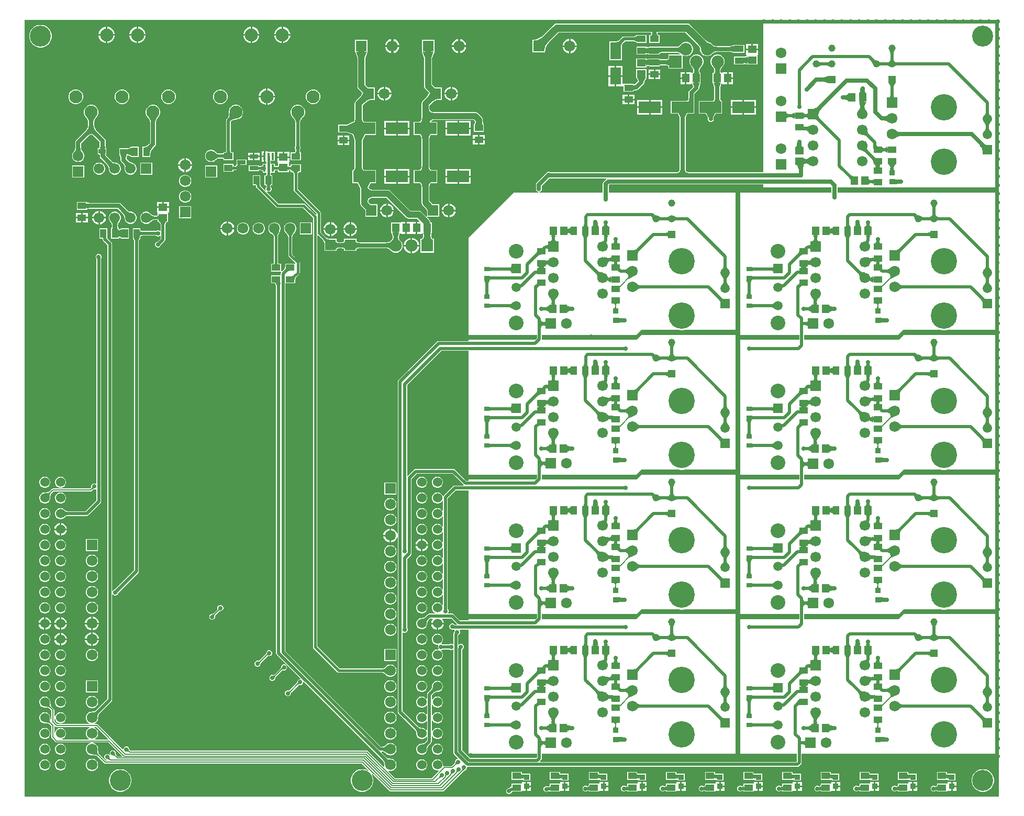
<source format=gtl>
G04*
G04 #@! TF.GenerationSoftware,Altium Limited,Altium Designer,25.3.3 (18)*
G04*
G04 Layer_Physical_Order=1*
G04 Layer_Color=255*
%FSLAX25Y25*%
%MOIN*%
G70*
G04*
G04 #@! TF.SameCoordinates,DC8B543D-20DE-460C-9EE4-CAFF9BA6FB92*
G04*
G04*
G04 #@! TF.FilePolarity,Positive*
G04*
G01*
G75*
%ADD11C,0.00787*%
%ADD12C,0.01575*%
%ADD13C,0.03937*%
%ADD14R,0.13976X0.07284*%
%ADD15R,0.07087X0.11024*%
%ADD16R,0.05709X0.04724*%
%ADD17R,0.05512X0.03937*%
%ADD18R,0.04528X0.02953*%
%ADD19R,0.03937X0.05512*%
%ADD20R,0.03740X0.03543*%
%ADD21R,0.04724X0.05709*%
%ADD22R,0.01575X0.04724*%
%ADD23R,0.05315X0.02559*%
%ADD24R,0.03701X0.02874*%
%ADD59C,0.01968*%
%ADD60C,0.02756*%
%ADD61C,0.04724*%
%ADD62C,0.16772*%
%ADD63C,0.05906*%
%ADD64R,0.05906X0.05906*%
%ADD65C,0.06024*%
%ADD66R,0.07972X0.07972*%
%ADD67C,0.07972*%
%ADD68C,0.06791*%
%ADD69R,0.06791X0.06791*%
%ADD70C,0.06693*%
%ADD71R,0.06693X0.06693*%
%ADD72C,0.04547*%
%ADD73R,0.04547X0.04547*%
%ADD74C,0.07087*%
%ADD75R,0.07087X0.07087*%
%ADD76C,0.08268*%
%ADD77R,0.07795X0.07795*%
%ADD78C,0.07795*%
%ADD79R,0.06791X0.06791*%
%ADD80R,0.06693X0.06693*%
%ADD81R,0.05965X0.05965*%
%ADD82C,0.05965*%
%ADD83C,0.09390*%
%ADD84C,0.13386*%
%ADD85C,0.02756*%
G36*
X701575Y100787D02*
X81102D01*
Y595276D01*
X701575D01*
Y100787D01*
D02*
G37*
%LPC*%
G36*
X245952Y590961D02*
X245776D01*
Y586327D01*
X250410D01*
Y586503D01*
X250060Y587808D01*
X249384Y588979D01*
X248428Y589935D01*
X247257Y590611D01*
X245952Y590961D01*
D02*
G37*
G36*
X244776D02*
X244600D01*
X243294Y590611D01*
X242123Y589935D01*
X241168Y588979D01*
X240492Y587808D01*
X240142Y586503D01*
Y586327D01*
X244776D01*
Y590961D01*
D02*
G37*
G36*
X226267D02*
X226091D01*
Y586327D01*
X230725D01*
Y586503D01*
X230375Y587808D01*
X229699Y588979D01*
X228743Y589935D01*
X227572Y590611D01*
X226267Y590961D01*
D02*
G37*
G36*
X225091D02*
X224915D01*
X223609Y590611D01*
X222438Y589935D01*
X221483Y588979D01*
X220807Y587808D01*
X220457Y586503D01*
Y586327D01*
X225091D01*
Y590961D01*
D02*
G37*
G36*
X153826D02*
X153650D01*
Y586327D01*
X158283D01*
Y586503D01*
X157934Y587808D01*
X157258Y588979D01*
X156302Y589935D01*
X155131Y590611D01*
X153826Y590961D01*
D02*
G37*
G36*
X152650D02*
X152474D01*
X151168Y590611D01*
X149997Y589935D01*
X149042Y588979D01*
X148366Y587808D01*
X148016Y586503D01*
Y586327D01*
X152650D01*
Y590961D01*
D02*
G37*
G36*
X134141D02*
X133965D01*
Y586327D01*
X138599D01*
Y586503D01*
X138249Y587808D01*
X137573Y588979D01*
X136617Y589935D01*
X135446Y590611D01*
X134141Y590961D01*
D02*
G37*
G36*
X132965D02*
X132789D01*
X131483Y590611D01*
X130312Y589935D01*
X129357Y588979D01*
X128681Y587808D01*
X128331Y586503D01*
Y586327D01*
X132965D01*
Y590961D01*
D02*
G37*
G36*
X471272Y585765D02*
X471201Y585736D01*
X470760D01*
Y585575D01*
X469152Y584781D01*
X462795D01*
X462795Y584781D01*
X462216Y584666D01*
X461725Y584338D01*
X461725Y584338D01*
X460469Y583082D01*
X460442Y583072D01*
X460174Y582817D01*
X459920Y582600D01*
X459669Y582411D01*
X459422Y582250D01*
X459179Y582116D01*
X458941Y582008D01*
X458708Y581925D01*
X458478Y581866D01*
X458251Y581830D01*
X457999Y581815D01*
X457996Y581814D01*
X457993Y581815D01*
X457961Y581799D01*
X453437D01*
Y569776D01*
X461524D01*
Y578635D01*
X461540Y578669D01*
X461555Y578921D01*
X461590Y579147D01*
X461649Y579377D01*
X461732Y579611D01*
X461840Y579849D01*
X461975Y580091D01*
X462136Y580338D01*
X462325Y580589D01*
X462541Y580844D01*
X462796Y581111D01*
X462806Y581139D01*
X462813Y581145D01*
X462836Y581159D01*
X462839Y581172D01*
X463422Y581754D01*
X469152D01*
X470760Y580961D01*
Y580799D01*
X471201D01*
X471272Y580770D01*
X471342Y580799D01*
X471437D01*
X471446Y580799D01*
X471446Y580799D01*
X477272D01*
Y585736D01*
X471446D01*
X471446Y585737D01*
X471437Y585736D01*
X471342D01*
X471272Y585765D01*
D02*
G37*
G36*
X250410Y585327D02*
X245776D01*
Y580693D01*
X245952D01*
X247257Y581043D01*
X248428Y581719D01*
X249384Y582674D01*
X250060Y583845D01*
X250410Y585151D01*
Y585327D01*
D02*
G37*
G36*
X244776D02*
X240142D01*
Y585151D01*
X240492Y583845D01*
X241168Y582674D01*
X242123Y581719D01*
X243294Y581043D01*
X244600Y580693D01*
X244776D01*
Y585327D01*
D02*
G37*
G36*
X230725D02*
X226091D01*
Y580693D01*
X226267D01*
X227572Y581043D01*
X228743Y581719D01*
X229699Y582674D01*
X230375Y583845D01*
X230725Y585151D01*
Y585327D01*
D02*
G37*
G36*
X225091D02*
X220457D01*
Y585151D01*
X220807Y583845D01*
X221483Y582674D01*
X222438Y581719D01*
X223609Y581043D01*
X224915Y580693D01*
X225091D01*
Y585327D01*
D02*
G37*
G36*
X158283D02*
X153650D01*
Y580693D01*
X153826D01*
X155131Y581043D01*
X156302Y581719D01*
X157258Y582674D01*
X157934Y583845D01*
X158283Y585151D01*
Y585327D01*
D02*
G37*
G36*
X152650D02*
X148016D01*
Y585151D01*
X148366Y583845D01*
X149042Y582674D01*
X149997Y581719D01*
X151168Y581043D01*
X152474Y580693D01*
X152650D01*
Y585327D01*
D02*
G37*
G36*
X138599D02*
X133965D01*
Y580693D01*
X134141D01*
X135446Y581043D01*
X136617Y581719D01*
X137573Y582674D01*
X138249Y583845D01*
X138599Y585151D01*
Y585327D01*
D02*
G37*
G36*
X132965D02*
X128331D01*
Y585151D01*
X128681Y583845D01*
X129357Y582674D01*
X130312Y581719D01*
X131483Y581043D01*
X132789Y580693D01*
X132965D01*
Y585327D01*
D02*
G37*
G36*
X358661Y583233D02*
Y579528D01*
X362367D01*
X362108Y580494D01*
X361510Y581530D01*
X360664Y582376D01*
X359628Y582974D01*
X358661Y583233D01*
D02*
G37*
G36*
X357087D02*
X356120Y582974D01*
X355084Y582376D01*
X354239Y581530D01*
X353640Y580494D01*
X353381Y579528D01*
X357087D01*
Y583233D01*
D02*
G37*
G36*
X316142D02*
Y579528D01*
X319847D01*
X319588Y580494D01*
X318990Y581530D01*
X318144Y582376D01*
X317108Y582974D01*
X316142Y583233D01*
D02*
G37*
G36*
X314567D02*
X313601Y582974D01*
X312565Y582376D01*
X311719Y581530D01*
X311121Y580494D01*
X310862Y579528D01*
X314567D01*
Y583233D01*
D02*
G37*
G36*
X428945Y583284D02*
X428847D01*
Y579240D01*
X432890D01*
Y579338D01*
X432580Y580494D01*
X431982Y581530D01*
X431136Y582376D01*
X430100Y582974D01*
X428945Y583284D01*
D02*
G37*
G36*
X427846D02*
X427748D01*
X426593Y582974D01*
X425557Y582376D01*
X424711Y581530D01*
X424113Y580494D01*
X423803Y579338D01*
Y579240D01*
X427846D01*
Y583284D01*
D02*
G37*
G36*
X502953Y581258D02*
X501772D01*
X500631Y580952D01*
X499608Y580362D01*
X498891Y579645D01*
X498846Y579623D01*
X498611Y579352D01*
X498380Y579128D01*
X498139Y578932D01*
X497888Y578764D01*
X497626Y578622D01*
X497352Y578506D01*
X497064Y578416D01*
X496762Y578350D01*
X496443Y578311D01*
X496086Y578297D01*
X496078Y578293D01*
X496056D01*
X496051Y578294D01*
X496048Y578293D01*
X487794D01*
X487783Y578297D01*
X487782Y578297D01*
X487781Y578297D01*
X486770Y578293D01*
X482874D01*
X482689Y578256D01*
X479610D01*
X479540Y578285D01*
X479486Y578263D01*
X479428Y578274D01*
X479028Y578256D01*
Y578189D01*
X477771Y577926D01*
X477272Y578256D01*
Y578256D01*
X476780Y578277D01*
X476760Y578285D01*
X476696Y578259D01*
X476628Y578269D01*
X476611Y578256D01*
X470760D01*
Y573319D01*
X476611D01*
X476628Y573306D01*
X476696Y573316D01*
X476760Y573290D01*
X476780Y573298D01*
X477272Y573319D01*
Y573319D01*
X477771Y573649D01*
X479028Y573385D01*
Y573319D01*
X479428Y573301D01*
X479486Y573312D01*
X479540Y573290D01*
X479610Y573319D01*
X484916D01*
X484961Y573294D01*
X484995Y573303D01*
X485027Y573290D01*
X485098Y573319D01*
X485539D01*
Y573720D01*
X485564Y573764D01*
X485583Y573913D01*
X485609Y573976D01*
X485661Y574042D01*
X485763Y574122D01*
X485931Y574209D01*
X486169Y574292D01*
X486476Y574362D01*
X486849Y574415D01*
X487286Y574448D01*
X487795Y574459D01*
X487805Y574463D01*
X496372D01*
X496381Y574459D01*
X496732Y574447D01*
X497057Y574412D01*
X497375Y574355D01*
X497687Y574275D01*
X497993Y574172D01*
X498295Y574045D01*
X498592Y573895D01*
X498611Y573884D01*
X498473Y573384D01*
X491183D01*
Y571247D01*
X491169Y571223D01*
X491147Y571024D01*
X491107Y570913D01*
X491040Y570814D01*
X490931Y570714D01*
X490765Y570613D01*
X490532Y570518D01*
X490231Y570437D01*
X489863Y570376D01*
X489432Y570338D01*
X488925Y570324D01*
X488915Y570320D01*
X487804D01*
X487794Y570325D01*
X486817Y570343D01*
X486078Y570399D01*
X485811Y570437D01*
X485608Y570480D01*
X485539Y570502D01*
Y570776D01*
X485098D01*
X485027Y570805D01*
X484957Y570776D01*
X484932D01*
X484871Y570782D01*
X484863Y570776D01*
X479610D01*
X479540Y570805D01*
X479494Y570786D01*
X479447Y570797D01*
X479028Y570776D01*
Y570724D01*
X477870Y570522D01*
X477370Y570776D01*
Y570776D01*
X476879Y570797D01*
X476860Y570805D01*
X476789Y570776D01*
X476762D01*
X476702Y570782D01*
X476694Y570776D01*
X470661D01*
Y565051D01*
X477370D01*
Y565563D01*
X477384Y565588D01*
X477407Y565787D01*
X477447Y565898D01*
X477513Y565997D01*
X477622Y566097D01*
X477788Y566198D01*
X477827Y566214D01*
X479028Y565919D01*
Y565839D01*
X479411Y565825D01*
X479477Y565835D01*
X479540Y565809D01*
X479610Y565839D01*
X484889D01*
X484914Y565821D01*
X484972Y565832D01*
X485027Y565809D01*
X485098Y565839D01*
X485539D01*
Y566212D01*
X485547Y566224D01*
X485551Y566227D01*
X485659Y566276D01*
X485848Y566333D01*
X486095Y566382D01*
X487285Y566480D01*
X487790Y566486D01*
X487800Y566491D01*
X488915D01*
X488925Y566487D01*
X489432Y566473D01*
X489863Y566435D01*
X490231Y566374D01*
X490532Y566293D01*
X490765Y566198D01*
X490931Y566097D01*
X491040Y565997D01*
X491107Y565898D01*
X491147Y565787D01*
X491169Y565588D01*
X491183Y565563D01*
Y564411D01*
X500156D01*
Y572366D01*
X500560Y572599D01*
X500656Y572584D01*
X501772Y572285D01*
X502953D01*
X504094Y572591D01*
X505117Y573182D01*
X505952Y574017D01*
X506543Y575040D01*
X506849Y576181D01*
Y577362D01*
X506543Y578503D01*
X505952Y579526D01*
X505117Y580362D01*
X504094Y580952D01*
X502953Y581258D01*
D02*
G37*
G36*
X92047Y592232D02*
X90630D01*
X89240Y591956D01*
X87932Y591414D01*
X86753Y590626D01*
X85751Y589625D01*
X84964Y588447D01*
X84422Y587138D01*
X84146Y585748D01*
Y584331D01*
X84422Y582941D01*
X84964Y581632D01*
X85751Y580454D01*
X86753Y579452D01*
X87932Y578665D01*
X89240Y578123D01*
X90630Y577846D01*
X92047D01*
X93437Y578123D01*
X94746Y578665D01*
X95924Y579452D01*
X96926Y580454D01*
X97713Y581632D01*
X98255Y582941D01*
X98532Y584331D01*
Y585748D01*
X98255Y587138D01*
X97713Y588447D01*
X96926Y589625D01*
X95924Y590626D01*
X94746Y591414D01*
X93437Y591956D01*
X92047Y592232D01*
D02*
G37*
G36*
X548343Y579937D02*
X544988D01*
Y577075D01*
X548343D01*
Y579937D01*
D02*
G37*
G36*
X543988D02*
X540634D01*
Y577075D01*
X543988D01*
Y579937D01*
D02*
G37*
G36*
X420079Y593044D02*
X419332Y592946D01*
X418635Y592658D01*
X418037Y592199D01*
X411857Y586019D01*
X411820Y586004D01*
X411163Y585380D01*
X410518Y584832D01*
X409878Y584351D01*
X409241Y583937D01*
X408610Y583588D01*
X407982Y583304D01*
X407359Y583085D01*
X406740Y582929D01*
X406124Y582834D01*
X405482Y582800D01*
X405448Y582784D01*
X404618D01*
Y574697D01*
X412705D01*
Y575527D01*
X412721Y575561D01*
X412755Y576203D01*
X412850Y576819D01*
X413006Y577438D01*
X413226Y578061D01*
X413509Y578688D01*
X413858Y579320D01*
X414272Y579957D01*
X414753Y580597D01*
X415301Y581241D01*
X415926Y581899D01*
X415940Y581936D01*
X421275Y587271D01*
X479903D01*
X480266Y586771D01*
X480253Y586689D01*
X480173Y586388D01*
X480079Y586157D01*
X479979Y585992D01*
X479881Y585886D01*
X479786Y585821D01*
X479678Y585783D01*
X479482Y585762D01*
X479434Y585736D01*
X479028D01*
Y585295D01*
X478998Y585224D01*
X479010Y585196D01*
X479001Y585167D01*
X479028Y585119D01*
Y580799D01*
X485539D01*
Y585119D01*
X485566Y585167D01*
X485557Y585196D01*
X485569Y585224D01*
X485539Y585295D01*
Y585736D01*
X485133D01*
X485084Y585762D01*
X484889Y585783D01*
X484781Y585821D01*
X484686Y585886D01*
X484588Y585992D01*
X484488Y586157D01*
X484394Y586388D01*
X484314Y586689D01*
X484301Y586771D01*
X484664Y587271D01*
X502045D01*
X509838Y579478D01*
X509840Y579467D01*
X509866Y579450D01*
X509887Y579429D01*
X509903Y579390D01*
X510205Y579080D01*
X510702Y578520D01*
X510888Y578283D01*
X511040Y578067D01*
X511153Y577880D01*
X511228Y577725D01*
X511268Y577610D01*
X511280Y577543D01*
X511276Y577453D01*
X511282Y577437D01*
X511262Y577362D01*
Y576181D01*
X511568Y575040D01*
X512158Y574017D01*
X512993Y573182D01*
X514016Y572591D01*
X515158Y572285D01*
X516339D01*
X517480Y572591D01*
X518503Y573182D01*
X518952Y573631D01*
X519045Y573669D01*
X519305Y573928D01*
X519559Y574146D01*
X519820Y574336D01*
X520089Y574499D01*
X520367Y574637D01*
X520654Y574749D01*
X520951Y574837D01*
X521260Y574900D01*
X521581Y574938D01*
X521936Y574951D01*
X521945Y574955D01*
X530649D01*
X532965Y574552D01*
Y574500D01*
X533384Y574479D01*
X533431Y574489D01*
X533477Y574471D01*
X533547Y574500D01*
X539476D01*
Y579437D01*
X533547D01*
X533477Y579466D01*
X533414Y579440D01*
X533348Y579451D01*
X532965Y579437D01*
Y579356D01*
X530637Y578785D01*
X521872D01*
X521863Y578789D01*
X521509Y578802D01*
X521187Y578839D01*
X520874Y578900D01*
X520570Y578985D01*
X520275Y579094D01*
X519988Y579228D01*
X519707Y579387D01*
X519432Y579571D01*
X519164Y579782D01*
X518889Y580032D01*
X518800Y580064D01*
X518503Y580362D01*
X517480Y580952D01*
X516519Y581210D01*
X516493Y581231D01*
X516456Y581243D01*
X516443Y581250D01*
X514988Y582520D01*
X514678Y582826D01*
X514639Y582842D01*
X505283Y592199D01*
X504685Y592658D01*
X503988Y592946D01*
X503241Y593044D01*
X420079D01*
X420079Y593044D01*
D02*
G37*
G36*
X362367Y577953D02*
X358661D01*
Y574248D01*
X359628Y574507D01*
X360664Y575105D01*
X361510Y575950D01*
X362108Y576987D01*
X362367Y577953D01*
D02*
G37*
G36*
X357087D02*
X353381D01*
X353640Y576987D01*
X354239Y575950D01*
X355084Y575105D01*
X356120Y574507D01*
X357087Y574248D01*
Y577953D01*
D02*
G37*
G36*
X319847D02*
X316142D01*
Y574248D01*
X317108Y574507D01*
X318144Y575105D01*
X318990Y575950D01*
X319588Y576987D01*
X319847Y577953D01*
D02*
G37*
G36*
X314567D02*
X310862D01*
X311121Y576987D01*
X311719Y575950D01*
X312565Y575105D01*
X313601Y574507D01*
X314567Y574248D01*
Y577953D01*
D02*
G37*
G36*
X432890Y578240D02*
X428847D01*
Y574197D01*
X428945D01*
X430100Y574507D01*
X431136Y575105D01*
X431982Y575950D01*
X432580Y576987D01*
X432890Y578142D01*
Y578240D01*
D02*
G37*
G36*
X427846D02*
X423803D01*
Y578142D01*
X424113Y576987D01*
X424711Y575950D01*
X425557Y575105D01*
X426593Y574507D01*
X427748Y574197D01*
X427846D01*
Y578240D01*
D02*
G37*
G36*
X548343Y576075D02*
X540634D01*
Y573213D01*
X541058D01*
X541134Y572744D01*
X541134Y572713D01*
Y572603D01*
X539920Y572088D01*
X539476Y571957D01*
D01*
X538985Y571977D01*
X538964Y571986D01*
X538894Y571957D01*
X532965D01*
Y567020D01*
X538834D01*
X538865Y567000D01*
X538916Y567010D01*
X538964Y566991D01*
X539035Y567020D01*
X539476D01*
Y567073D01*
X539951Y567438D01*
X539980Y567438D01*
X541134Y567114D01*
X541134Y567020D01*
X541499Y567011D01*
X541574Y567020D01*
X541575Y567020D01*
X541646Y566991D01*
X541716Y567020D01*
X547843D01*
Y572713D01*
X547843Y572744D01*
X547919Y573213D01*
X548343D01*
Y576075D01*
D02*
G37*
G36*
X486039Y563795D02*
X482783D01*
Y561327D01*
X486039D01*
Y563795D01*
D02*
G37*
G36*
X481783D02*
X478528D01*
Y561327D01*
X481783D01*
Y563795D01*
D02*
G37*
G36*
X462024Y566157D02*
X457980D01*
Y560146D01*
X462024D01*
Y566157D01*
D02*
G37*
G36*
X456980D02*
X452937D01*
Y560146D01*
X456980D01*
Y566157D01*
D02*
G37*
G36*
X532299Y562122D02*
X529437D01*
Y558768D01*
X532299D01*
Y562122D01*
D02*
G37*
G36*
X501665D02*
X498803D01*
Y558768D01*
X501665D01*
Y562122D01*
D02*
G37*
G36*
X486039Y560327D02*
X482783D01*
Y557858D01*
X486039D01*
Y560327D01*
D02*
G37*
G36*
X481783D02*
X478528D01*
Y557858D01*
X481783D01*
Y560327D01*
D02*
G37*
G36*
X532299Y557768D02*
X529437D01*
Y554413D01*
X532299D01*
Y557768D01*
D02*
G37*
G36*
X523032Y573384D02*
X521850D01*
X520709Y573078D01*
X519686Y572487D01*
X518851Y571652D01*
X518260Y570629D01*
X517955Y569488D01*
Y568307D01*
X518260Y567166D01*
X518851Y566143D01*
X519149Y565845D01*
X519180Y565757D01*
X519430Y565481D01*
X519641Y565213D01*
X519826Y564939D01*
X519985Y564658D01*
X520119Y564371D01*
X520228Y564075D01*
X520313Y563772D01*
X520374Y563459D01*
X520402Y563210D01*
X520383Y562927D01*
X520334Y562551D01*
X520269Y562240D01*
X520192Y561998D01*
X520111Y561828D01*
X520039Y561727D01*
X519985Y561681D01*
X519946Y561663D01*
X519821Y561646D01*
X519779Y561622D01*
X519382D01*
Y561181D01*
X519353Y561110D01*
X519367Y561074D01*
X519358Y561037D01*
X519382Y560996D01*
Y555496D01*
X519353Y555425D01*
X519382Y555355D01*
Y554913D01*
X519501D01*
X520329Y552564D01*
Y546173D01*
X520325Y546164D01*
X520312Y545657D01*
X520274Y545225D01*
X520213Y544858D01*
X520132Y544557D01*
X520037Y544324D01*
X519936Y544157D01*
X519836Y544049D01*
X519737Y543982D01*
X519626Y543942D01*
X519427Y543919D01*
X519402Y543905D01*
X510425D01*
Y535622D01*
X515005D01*
X516195Y533242D01*
Y532283D01*
X516232Y532098D01*
Y531910D01*
X516304Y531736D01*
X516341Y531551D01*
X516446Y531394D01*
X516518Y531220D01*
X516651Y531086D01*
X516756Y530930D01*
X516913Y530825D01*
X517046Y530691D01*
X517221Y530619D01*
X517378Y530514D01*
X517562Y530478D01*
X517737Y530406D01*
X517925D01*
X518110Y530369D01*
X518295Y530406D01*
X518484D01*
X518658Y530478D01*
X518843Y530514D01*
X519000Y530619D01*
X519174Y530691D01*
X519307Y530825D01*
X519464Y530930D01*
X519569Y531086D01*
X519702Y531220D01*
X519774Y531394D01*
X519879Y531551D01*
X519916Y531736D01*
X519988Y531910D01*
Y532098D01*
X520025Y532283D01*
Y533242D01*
X521215Y535622D01*
X525402D01*
Y543286D01*
X525427Y543332D01*
X525418Y543364D01*
X525431Y543395D01*
X525402Y543465D01*
Y543905D01*
X524998D01*
X524951Y543931D01*
X524779Y543951D01*
X524693Y543984D01*
X524613Y544042D01*
X524524Y544146D01*
X524431Y544312D01*
X524343Y544547D01*
X524267Y544850D01*
X524211Y545220D01*
X524175Y545654D01*
X524163Y546163D01*
X524159Y546172D01*
Y552564D01*
X524988Y554913D01*
X525075D01*
X525106Y554913D01*
X525575Y554837D01*
Y554413D01*
X528437D01*
Y558268D01*
Y562122D01*
X525575D01*
Y561698D01*
X525106Y561622D01*
X525075Y561622D01*
X524718D01*
X524683Y561644D01*
X524613Y561656D01*
X524583Y561686D01*
X524524Y561788D01*
X524455Y561965D01*
X524390Y562216D01*
X524337Y562528D01*
X524286Y563162D01*
X524313Y563386D01*
X524376Y563694D01*
X524463Y563992D01*
X524576Y564279D01*
X524713Y564557D01*
X524877Y564826D01*
X525067Y565087D01*
X525284Y565341D01*
X525543Y565601D01*
X525582Y565694D01*
X526031Y566143D01*
X526621Y567166D01*
X526927Y568307D01*
Y569488D01*
X526621Y570629D01*
X526031Y571652D01*
X525196Y572487D01*
X524173Y573078D01*
X523032Y573384D01*
D02*
G37*
G36*
X501665Y557768D02*
X498803D01*
Y554413D01*
X501665D01*
Y557768D01*
D02*
G37*
G36*
X477370Y564083D02*
X470661D01*
Y558358D01*
X470911D01*
X471861Y556458D01*
X469707Y554305D01*
X469503Y554314D01*
X469275Y554338D01*
X469091Y554367D01*
X469004Y554388D01*
Y554634D01*
X468564D01*
X468494Y554663D01*
X468424Y554635D01*
X468349Y554644D01*
X468336Y554634D01*
X462524D01*
X462492Y554634D01*
X462024Y554710D01*
Y559146D01*
X457980D01*
Y553134D01*
X461992D01*
X462024Y553134D01*
X462492Y553058D01*
Y549697D01*
X469004D01*
Y550259D01*
X469032Y550274D01*
X469143Y550316D01*
X469312Y550357D01*
X469525Y550392D01*
X470121Y550437D01*
X470481Y550443D01*
X470507Y550454D01*
X471205Y550593D01*
X471826Y551008D01*
X475370Y554552D01*
X475370Y554552D01*
X475475Y554708D01*
X475608Y554842D01*
X475680Y555016D01*
X475785Y555173D01*
X475821Y555358D01*
X475894Y555532D01*
Y555721D01*
X475931Y555905D01*
X475931Y555906D01*
Y555978D01*
X477121Y558358D01*
X477370D01*
Y564083D01*
D02*
G37*
G36*
X456980Y559146D02*
X452937D01*
Y553134D01*
X456980D01*
Y559146D01*
D02*
G37*
G36*
X353492Y552821D02*
X353413D01*
Y548925D01*
X357309D01*
Y549004D01*
X357010Y550122D01*
X356431Y551124D01*
X355612Y551943D01*
X354610Y552521D01*
X353492Y552821D01*
D02*
G37*
G36*
X352413D02*
X352335D01*
X351217Y552521D01*
X350214Y551943D01*
X349396Y551124D01*
X348817Y550122D01*
X348518Y549004D01*
Y548925D01*
X352413D01*
Y552821D01*
D02*
G37*
G36*
X310972D02*
X310894D01*
Y548925D01*
X314789D01*
Y549004D01*
X314490Y550122D01*
X313911Y551124D01*
X313093Y551943D01*
X312090Y552521D01*
X310972Y552821D01*
D02*
G37*
G36*
X309894D02*
X309815D01*
X308697Y552521D01*
X307695Y551943D01*
X306876Y551124D01*
X306298Y550122D01*
X305998Y549004D01*
Y548925D01*
X309894D01*
Y552821D01*
D02*
G37*
G36*
X236109Y551590D02*
X235933D01*
Y546957D01*
X240567D01*
Y547133D01*
X240217Y548438D01*
X239541Y549609D01*
X238585Y550565D01*
X237415Y551241D01*
X236109Y551590D01*
D02*
G37*
G36*
X234933D02*
X234757D01*
X233452Y551241D01*
X232281Y550565D01*
X231325Y549609D01*
X230649Y548438D01*
X230299Y547133D01*
Y546957D01*
X234933D01*
Y551590D01*
D02*
G37*
G36*
X469504Y547653D02*
X466248D01*
Y545185D01*
X469504D01*
Y547653D01*
D02*
G37*
G36*
X465248D02*
X461992D01*
Y545185D01*
X465248D01*
Y547653D01*
D02*
G37*
G36*
X357309Y547925D02*
X353413D01*
Y544030D01*
X353492D01*
X354610Y544329D01*
X355612Y544908D01*
X356431Y545726D01*
X357010Y546729D01*
X357309Y547847D01*
Y547925D01*
D02*
G37*
G36*
X352413D02*
X348518D01*
Y547847D01*
X348817Y546729D01*
X349396Y545726D01*
X350214Y544908D01*
X351217Y544329D01*
X352335Y544030D01*
X352413D01*
Y547925D01*
D02*
G37*
G36*
X314789D02*
X310894D01*
Y544030D01*
X310972D01*
X312090Y544329D01*
X313093Y544908D01*
X313911Y545726D01*
X314490Y546729D01*
X314789Y547847D01*
Y547925D01*
D02*
G37*
G36*
X309894D02*
X305998D01*
Y547847D01*
X306298Y546729D01*
X306876Y545726D01*
X307695Y544908D01*
X308697Y544329D01*
X309815Y544030D01*
X309894D01*
Y547925D01*
D02*
G37*
G36*
X265571Y551090D02*
X264351D01*
X263172Y550775D01*
X262115Y550165D01*
X261253Y549302D01*
X260643Y548245D01*
X260327Y547067D01*
Y545847D01*
X260643Y544668D01*
X261253Y543611D01*
X262115Y542749D01*
X263172Y542139D01*
X264351Y541823D01*
X265571D01*
X266749Y542139D01*
X267806Y542749D01*
X268669Y543611D01*
X269279Y544668D01*
X269595Y545847D01*
Y547067D01*
X269279Y548245D01*
X268669Y549302D01*
X267806Y550165D01*
X266749Y550775D01*
X265571Y551090D01*
D02*
G37*
G36*
X206516D02*
X205295D01*
X204117Y550775D01*
X203060Y550165D01*
X202198Y549302D01*
X201587Y548245D01*
X201272Y547067D01*
Y545847D01*
X201587Y544668D01*
X202198Y543611D01*
X203060Y542749D01*
X204117Y542139D01*
X205295Y541823D01*
X206516D01*
X207694Y542139D01*
X208751Y542749D01*
X209613Y543611D01*
X210224Y544668D01*
X210539Y545847D01*
Y547067D01*
X210224Y548245D01*
X209613Y549302D01*
X208751Y550165D01*
X207694Y550775D01*
X206516Y551090D01*
D02*
G37*
G36*
X173445D02*
X172225D01*
X171046Y550775D01*
X169989Y550165D01*
X169127Y549302D01*
X168517Y548245D01*
X168201Y547067D01*
Y545847D01*
X168517Y544668D01*
X169127Y543611D01*
X169989Y542749D01*
X171046Y542139D01*
X172225Y541823D01*
X173445D01*
X174623Y542139D01*
X175680Y542749D01*
X176543Y543611D01*
X177153Y544668D01*
X177469Y545847D01*
Y547067D01*
X177153Y548245D01*
X176543Y549302D01*
X175680Y550165D01*
X174623Y550775D01*
X173445Y551090D01*
D02*
G37*
G36*
X143917D02*
X142697D01*
X141518Y550775D01*
X140462Y550165D01*
X139599Y549302D01*
X138989Y548245D01*
X138673Y547067D01*
Y545847D01*
X138989Y544668D01*
X139599Y543611D01*
X140462Y542749D01*
X141518Y542139D01*
X142697Y541823D01*
X143917D01*
X145096Y542139D01*
X146152Y542749D01*
X147015Y543611D01*
X147625Y544668D01*
X147941Y545847D01*
Y547067D01*
X147625Y548245D01*
X147015Y549302D01*
X146152Y550165D01*
X145096Y550775D01*
X143917Y551090D01*
D02*
G37*
G36*
X114390D02*
X113169D01*
X111991Y550775D01*
X110934Y550165D01*
X110072Y549302D01*
X109461Y548245D01*
X109146Y547067D01*
Y545847D01*
X109461Y544668D01*
X110072Y543611D01*
X110934Y542749D01*
X111991Y542139D01*
X113169Y541823D01*
X114390D01*
X115568Y542139D01*
X116625Y542749D01*
X117488Y543611D01*
X118098Y544668D01*
X118413Y545847D01*
Y547067D01*
X118098Y548245D01*
X117488Y549302D01*
X116625Y550165D01*
X115568Y550775D01*
X114390Y551090D01*
D02*
G37*
G36*
X469504Y544185D02*
X466248D01*
Y541716D01*
X469504D01*
Y544185D01*
D02*
G37*
G36*
X465248D02*
X461992D01*
Y541716D01*
X465248D01*
Y544185D01*
D02*
G37*
G36*
X240567Y545957D02*
X235933D01*
Y541323D01*
X236109D01*
X237415Y541673D01*
X238585Y542349D01*
X239541Y543304D01*
X240217Y544475D01*
X240567Y545781D01*
Y545957D01*
D02*
G37*
G36*
X234933D02*
X230299D01*
Y545781D01*
X230649Y544475D01*
X231325Y543304D01*
X232281Y542349D01*
X233452Y541673D01*
X234757Y541323D01*
X234933D01*
Y545957D01*
D02*
G37*
G36*
X546768Y544406D02*
X539280D01*
Y540264D01*
X546768D01*
Y544406D01*
D02*
G37*
G36*
X538279D02*
X530791D01*
Y540264D01*
X538279D01*
Y544406D01*
D02*
G37*
G36*
X487319D02*
X479831D01*
Y540264D01*
X487319D01*
Y544406D01*
D02*
G37*
G36*
X478831D02*
X471343D01*
Y540264D01*
X478831D01*
Y544406D01*
D02*
G37*
G36*
X546768Y539264D02*
X539280D01*
Y535122D01*
X546768D01*
Y539264D01*
D02*
G37*
G36*
X538279D02*
X530791D01*
Y535122D01*
X538279D01*
Y539264D01*
D02*
G37*
G36*
X487319D02*
X479831D01*
Y535122D01*
X487319D01*
Y539264D01*
D02*
G37*
G36*
X478831D02*
X471343D01*
Y535122D01*
X478831D01*
Y539264D01*
D02*
G37*
G36*
X326295Y531020D02*
X318807D01*
Y526878D01*
X326295D01*
Y531020D01*
D02*
G37*
G36*
X317807D02*
X310319D01*
Y526878D01*
X317807D01*
Y531020D01*
D02*
G37*
G36*
X365272D02*
X357783D01*
Y526878D01*
X365272D01*
Y531020D01*
D02*
G37*
G36*
X356783D02*
X349295D01*
Y526878D01*
X356783D01*
Y531020D01*
D02*
G37*
G36*
X365272Y525878D02*
X357783D01*
Y521736D01*
X365272D01*
Y525878D01*
D02*
G37*
G36*
X356783D02*
X349295D01*
Y521736D01*
X356783D01*
Y525878D01*
D02*
G37*
G36*
X326295Y525878D02*
X318807D01*
Y521736D01*
X326295D01*
Y525878D01*
D02*
G37*
G36*
X317807D02*
X310319D01*
Y521736D01*
X317807D01*
Y525878D01*
D02*
G37*
G36*
X374228Y522063D02*
X370972D01*
Y519594D01*
X374228D01*
Y522063D01*
D02*
G37*
G36*
X369972D02*
X366717D01*
Y519594D01*
X369972D01*
Y522063D01*
D02*
G37*
G36*
X288008Y521669D02*
X284752D01*
Y519201D01*
X288008D01*
Y521669D01*
D02*
G37*
G36*
X283752D02*
X280496D01*
Y519201D01*
X283752D01*
Y521669D01*
D02*
G37*
G36*
X374228Y518595D02*
X370972D01*
Y516126D01*
X374228D01*
Y518595D01*
D02*
G37*
G36*
X369972D02*
X366717D01*
Y516126D01*
X369972D01*
Y518595D01*
D02*
G37*
G36*
X288008Y518201D02*
X284752D01*
Y515732D01*
X288008D01*
Y518201D01*
D02*
G37*
G36*
X283752D02*
X280496D01*
Y515732D01*
X283752D01*
Y518201D01*
D02*
G37*
G36*
X149422Y514702D02*
X149351Y514673D01*
X148909D01*
Y514511D01*
X147528Y513827D01*
X147055Y513787D01*
X147055D01*
X146564Y513808D01*
X146543Y513817D01*
X146473Y513787D01*
X146448D01*
X146387Y513794D01*
X146379Y513787D01*
X141528D01*
Y510417D01*
X141498Y510347D01*
X141528Y510276D01*
X141528Y510228D01*
X141524Y510183D01*
X141528Y509835D01*
X141634D01*
X142377Y507493D01*
Y506144D01*
X142377Y506144D01*
X142522Y505411D01*
X142937Y504790D01*
X144116Y503612D01*
X144120Y503602D01*
X144339Y503368D01*
X144515Y503151D01*
X144659Y502939D01*
X144774Y502734D01*
X144860Y502534D01*
X144920Y502341D01*
X144955Y502151D01*
X144967Y501963D01*
X144956Y501775D01*
X144915Y501552D01*
X144933Y501470D01*
X144854Y501176D01*
Y500163D01*
X145116Y499185D01*
X145623Y498308D01*
X146339Y497591D01*
X147216Y497085D01*
X148194Y496823D01*
X149207D01*
X150185Y497085D01*
X151063Y497591D01*
X151779Y498308D01*
X152285Y499185D01*
X152547Y500163D01*
Y501176D01*
X152285Y502154D01*
X151779Y503031D01*
X151063Y503747D01*
X150185Y504254D01*
X149637Y504400D01*
X149557Y504461D01*
X149325Y504521D01*
X149112Y504592D01*
X148897Y504681D01*
X148680Y504786D01*
X148461Y504910D01*
X148241Y505051D01*
X148025Y505207D01*
X147567Y505591D01*
X147338Y505811D01*
X147328Y505815D01*
X146206Y506937D01*
Y507493D01*
X146685Y509002D01*
X147145Y509198D01*
X148909Y508323D01*
Y508161D01*
X149351D01*
X149422Y508132D01*
X149492Y508161D01*
X149582D01*
X149594Y508161D01*
X149595Y508161D01*
X153847D01*
Y514673D01*
X149595D01*
X149594Y514674D01*
X149582Y514673D01*
X149492D01*
X149422Y514702D01*
D02*
G37*
G36*
X216358Y541248D02*
X215138D01*
X213960Y540932D01*
X212903Y540322D01*
X212040Y539459D01*
X211430Y538403D01*
X211114Y537224D01*
Y536171D01*
X211099Y536124D01*
X211138Y535640D01*
X211148Y535201D01*
X211130Y534793D01*
X211086Y534415D01*
X211015Y534069D01*
X210920Y533752D01*
X210802Y533465D01*
X210660Y533205D01*
X210496Y532971D01*
X210286Y532735D01*
X210282Y532723D01*
X210271Y532718D01*
X210265Y532699D01*
X209953Y532387D01*
X209626Y531896D01*
X209510Y531317D01*
X209510Y531317D01*
Y512627D01*
X209498Y512601D01*
X209489Y512244D01*
X209463Y511946D01*
X209421Y511698D01*
X209368Y511500D01*
X209309Y511355D01*
X209251Y511261D01*
X209204Y511210D01*
X209166Y511185D01*
X209122Y511169D01*
X208998Y511156D01*
X208950Y511130D01*
X208388D01*
X208342Y511156D01*
X208309Y511146D01*
X208278Y511159D01*
X208208Y511130D01*
X207768D01*
Y510726D01*
X207742Y510680D01*
X207730Y510579D01*
X207722Y510559D01*
X207704Y510534D01*
X207656Y510494D01*
X207561Y510441D01*
X207412Y510386D01*
X207210Y510336D01*
X206958Y510298D01*
X206657Y510274D01*
X206298Y510265D01*
X206271Y510253D01*
X205360D01*
X205336Y510265D01*
X205062Y510278D01*
X204817Y510313D01*
X204574Y510372D01*
X204332Y510455D01*
X204091Y510563D01*
X203849Y510697D01*
X203606Y510858D01*
X203362Y511046D01*
X203118Y511263D01*
X202864Y511520D01*
X202768Y511560D01*
X202392Y511936D01*
X201504Y512449D01*
X200513Y512715D01*
X199487D01*
X198496Y512449D01*
X197608Y511936D01*
X196883Y511211D01*
X196370Y510323D01*
X196104Y509332D01*
Y508306D01*
X196370Y507315D01*
X196883Y506427D01*
X197608Y505702D01*
X198496Y505189D01*
X199487Y504923D01*
X200513D01*
X201504Y505189D01*
X202392Y505702D01*
X202646Y505955D01*
X202736Y505989D01*
X203007Y506238D01*
X203265Y506450D01*
X203521Y506635D01*
X203775Y506792D01*
X204027Y506924D01*
X204276Y507030D01*
X204524Y507111D01*
X204770Y507168D01*
X205016Y507203D01*
X205287Y507215D01*
X205312Y507227D01*
X206270D01*
X206297Y507215D01*
X206654Y507205D01*
X206952Y507179D01*
X207201Y507138D01*
X207400Y507085D01*
X207547Y507025D01*
X207643Y506967D01*
X207696Y506918D01*
X207723Y506878D01*
X207740Y506833D01*
X207754Y506708D01*
X207768Y506684D01*
Y506193D01*
X214280D01*
Y511130D01*
X213097D01*
X213049Y511156D01*
X212925Y511169D01*
X212882Y511185D01*
X212843Y511210D01*
X212796Y511261D01*
X212738Y511355D01*
X212679Y511500D01*
X212626Y511698D01*
X212584Y511946D01*
X212558Y512244D01*
X212549Y512601D01*
X212537Y512627D01*
Y530690D01*
X212560Y530713D01*
X212585Y530722D01*
X212806Y530920D01*
X213037Y531087D01*
X213303Y531244D01*
X213603Y531389D01*
X213940Y531521D01*
X214313Y531639D01*
X214715Y531741D01*
X215651Y531902D01*
X216170Y531958D01*
X216210Y531980D01*
X216358D01*
X217537Y532296D01*
X218593Y532906D01*
X219456Y533769D01*
X220066Y534826D01*
X220382Y536004D01*
Y537224D01*
X220066Y538403D01*
X219456Y539459D01*
X218593Y540322D01*
X217537Y540932D01*
X216358Y541248D01*
D02*
G37*
G36*
X230823Y510783D02*
X227665D01*
Y509004D01*
X230823D01*
Y510783D01*
D02*
G37*
G36*
X226665D02*
X223508D01*
Y509004D01*
X226665D01*
Y510783D01*
D02*
G37*
G36*
X233555Y511827D02*
X232268D01*
Y508965D01*
X233555D01*
Y511827D01*
D02*
G37*
G36*
X249917Y511433D02*
X246563D01*
Y508571D01*
X249917D01*
Y511433D01*
D02*
G37*
G36*
X245563D02*
X242209D01*
Y508571D01*
X245563D01*
Y511433D01*
D02*
G37*
G36*
X163602Y541248D02*
X162382D01*
X161204Y540932D01*
X160147Y540322D01*
X159284Y539459D01*
X158674Y538403D01*
X158358Y537224D01*
Y536004D01*
X158674Y534826D01*
X159284Y533769D01*
X159670Y533383D01*
X159707Y533288D01*
X159982Y533000D01*
X160215Y532720D01*
X160418Y532433D01*
X160593Y532141D01*
X160740Y531844D01*
X160860Y531539D01*
X160952Y531227D01*
X161019Y530906D01*
X161059Y530576D01*
X161073Y530215D01*
X161077Y530206D01*
Y517132D01*
X160452Y516506D01*
X160442Y516502D01*
X160063Y516142D01*
X159697Y515831D01*
X159335Y515558D01*
X158977Y515325D01*
X158623Y515130D01*
X158274Y514971D01*
X157929Y514849D01*
X157588Y514762D01*
X157250Y514710D01*
X156887Y514690D01*
X156853Y514673D01*
X156390D01*
Y514182D01*
X156376Y514149D01*
X156382Y514134D01*
X156377Y514119D01*
X156390Y514092D01*
Y508161D01*
X161327D01*
Y510200D01*
X161343Y510234D01*
X161363Y510597D01*
X161416Y510935D01*
X161503Y511276D01*
X161625Y511620D01*
X161783Y511970D01*
X161978Y512323D01*
X162212Y512681D01*
X162484Y513043D01*
X162796Y513409D01*
X163156Y513788D01*
X163160Y513798D01*
X164346Y514985D01*
X164346Y514985D01*
X164761Y515606D01*
X164907Y516338D01*
Y530206D01*
X164911Y530215D01*
X164925Y530576D01*
X164965Y530906D01*
X165032Y531227D01*
X165125Y531539D01*
X165244Y531844D01*
X165391Y532141D01*
X165566Y532433D01*
X165770Y532720D01*
X166002Y533000D01*
X166277Y533288D01*
X166314Y533383D01*
X166700Y533769D01*
X167310Y534826D01*
X167626Y536004D01*
Y537224D01*
X167310Y538403D01*
X166700Y539459D01*
X165837Y540322D01*
X164781Y540932D01*
X163602Y541248D01*
D02*
G37*
G36*
X230823Y508004D02*
X227665D01*
Y506224D01*
X230823D01*
Y508004D01*
D02*
G37*
G36*
X226665D02*
X223508D01*
Y506224D01*
X226665D01*
Y508004D01*
D02*
G37*
G36*
X255728Y541248D02*
X254508D01*
X253329Y540932D01*
X252273Y540322D01*
X251410Y539459D01*
X250800Y538403D01*
X250484Y537224D01*
Y536004D01*
X250800Y534826D01*
X251410Y533769D01*
X251798Y533381D01*
X251837Y533284D01*
X252190Y532922D01*
X252496Y532575D01*
X252762Y532236D01*
X252990Y531905D01*
X253179Y531584D01*
X253331Y531272D01*
X253447Y530970D01*
X253528Y530678D01*
X253576Y530395D01*
X253593Y530088D01*
X253605Y530065D01*
Y515316D01*
X253526Y515237D01*
X253240Y514547D01*
Y513800D01*
X253526Y513109D01*
X253605Y513031D01*
Y512431D01*
X253593Y512404D01*
X253583Y512046D01*
X253557Y511749D01*
X253516Y511499D01*
X253462Y511301D01*
X253403Y511154D01*
X253345Y511058D01*
X253295Y511005D01*
X253255Y510978D01*
X253210Y510961D01*
X253086Y510947D01*
X253062Y510933D01*
X250681D01*
Y505996D01*
X257193D01*
Y510293D01*
X257214Y510326D01*
X257203Y510376D01*
X257222Y510423D01*
X257193Y510493D01*
Y510933D01*
X256820D01*
X256806Y510958D01*
X256766Y511068D01*
X256726Y511235D01*
X256693Y511448D01*
X256649Y512040D01*
X256644Y512398D01*
X256631Y512426D01*
Y513031D01*
X256710Y513109D01*
X256996Y513800D01*
Y514547D01*
X256710Y515237D01*
X256631Y515316D01*
Y530065D01*
X256643Y530088D01*
X256660Y530395D01*
X256708Y530678D01*
X256789Y530970D01*
X256905Y531272D01*
X257057Y531584D01*
X257246Y531905D01*
X257470Y532229D01*
X258051Y532927D01*
X258399Y533284D01*
X258438Y533381D01*
X258826Y533769D01*
X259436Y534826D01*
X259752Y536004D01*
Y537224D01*
X259436Y538403D01*
X258826Y539459D01*
X257963Y540322D01*
X256907Y540932D01*
X255728Y541248D01*
D02*
G37*
G36*
X233555Y507965D02*
X232268D01*
Y505102D01*
X233555D01*
Y507965D01*
D02*
G37*
G36*
X184043Y507309D02*
X183965D01*
Y503413D01*
X187860D01*
Y503492D01*
X187561Y504610D01*
X186982Y505612D01*
X186164Y506431D01*
X185161Y507010D01*
X184043Y507309D01*
D02*
G37*
G36*
X182965D02*
X182886D01*
X181768Y507010D01*
X180766Y506431D01*
X179947Y505612D01*
X179368Y504610D01*
X179069Y503492D01*
Y503413D01*
X182965D01*
Y507309D01*
D02*
G37*
G36*
X222449Y506504D02*
X216134D01*
Y504359D01*
X216109Y504232D01*
Y503398D01*
X215224Y502513D01*
X215074Y502517D01*
X214843Y502537D01*
X214653Y502569D01*
X214505Y502608D01*
X214402Y502650D01*
X214341Y502687D01*
X214315Y502711D01*
X214308Y502722D01*
X214303Y502734D01*
X214293Y502821D01*
X214280Y502844D01*
Y503650D01*
X207768D01*
Y498713D01*
X214280D01*
Y499518D01*
X214293Y499542D01*
X214303Y499628D01*
X214308Y499640D01*
X214315Y499651D01*
X214341Y499675D01*
X214402Y499712D01*
X214505Y499754D01*
X214653Y499793D01*
X214843Y499825D01*
X215074Y499845D01*
X215356Y499853D01*
X215392Y499868D01*
X215748D01*
X216250Y499968D01*
X216676Y500253D01*
X218349Y501926D01*
X218634Y502352D01*
X218734Y502854D01*
Y502945D01*
X222449D01*
Y506504D01*
D02*
G37*
G36*
X235843Y511827D02*
X234555D01*
Y508465D01*
Y505102D01*
X235301D01*
Y503846D01*
X232768D01*
Y502869D01*
X231545Y502257D01*
X231438D01*
X231404Y502273D01*
X230855Y502292D01*
X230654Y502312D01*
X230487Y502340D01*
X230365Y502370D01*
X230323Y502386D01*
Y502724D01*
X229881D01*
X229811Y502753D01*
X229766Y502735D01*
X229719Y502746D01*
X229685Y502724D01*
X224008D01*
Y499165D01*
X229685D01*
X229719Y499144D01*
X229766Y499155D01*
X229811Y499136D01*
X229881Y499165D01*
X230323D01*
Y499504D01*
X230365Y499520D01*
X230487Y499550D01*
X230647Y499576D01*
X231111Y499612D01*
X231394Y499616D01*
X231431Y499632D01*
X231545D01*
X232768Y499021D01*
Y498122D01*
X235101D01*
X235284Y497645D01*
X235285Y497622D01*
X235278Y497357D01*
X235258Y497127D01*
X235226Y496936D01*
X235187Y496789D01*
X235145Y496685D01*
X235108Y496625D01*
X235084Y496599D01*
X235073Y496591D01*
X235061Y496587D01*
X234975Y496576D01*
X234951Y496563D01*
X233949D01*
Y490051D01*
X234853D01*
X234876Y490038D01*
X234963Y490027D01*
X234975Y490023D01*
X234986Y490016D01*
X235010Y489990D01*
X235046Y489929D01*
X235088Y489825D01*
X235128Y489678D01*
X235160Y489488D01*
X235176Y489304D01*
X235175Y489293D01*
X235156Y489110D01*
X235146Y489055D01*
X235136Y489016D01*
X235132Y489004D01*
X235121Y488980D01*
X235120Y488957D01*
X235022Y488859D01*
X234736Y488169D01*
Y487422D01*
X234951Y486904D01*
X234527Y486621D01*
X231540Y489607D01*
X231405Y490051D01*
X231427Y490542D01*
X231435Y490560D01*
X231405Y490632D01*
Y490715D01*
X231407Y490734D01*
X231405Y490736D01*
Y496563D01*
X226468D01*
Y490051D01*
X228529D01*
X228538Y490017D01*
X228558Y489910D01*
X228586Y489572D01*
X228590Y489363D01*
X228623Y489288D01*
X228706Y488871D01*
X228990Y488445D01*
X241186Y476249D01*
X241612Y475964D01*
X242115Y475864D01*
X258500D01*
X264829Y469535D01*
Y196063D01*
X264929Y195561D01*
X265214Y195135D01*
X280269Y180080D01*
X280695Y179795D01*
X281197Y179695D01*
X308723D01*
X308754Y179680D01*
X308997Y179666D01*
X309217Y179628D01*
X309446Y179564D01*
X309685Y179470D01*
X309934Y179347D01*
X310193Y179193D01*
X310455Y179011D01*
X311028Y178531D01*
X311323Y178243D01*
X311420Y178205D01*
X311734Y177891D01*
X312622Y177378D01*
X313613Y177112D01*
X314639D01*
X315630Y177378D01*
X316518Y177891D01*
X317243Y178616D01*
X317756Y179504D01*
X318022Y180495D01*
Y181521D01*
X317756Y182511D01*
X317243Y183400D01*
X316518Y184125D01*
X315630Y184638D01*
X314639Y184904D01*
X313613D01*
X312622Y184638D01*
X311734Y184125D01*
X311420Y183811D01*
X311323Y183772D01*
X311023Y183479D01*
X310738Y183228D01*
X310462Y183009D01*
X310193Y182823D01*
X309934Y182668D01*
X309685Y182545D01*
X309446Y182452D01*
X309217Y182387D01*
X308997Y182350D01*
X308754Y182335D01*
X308723Y182320D01*
X281741D01*
X267454Y196607D01*
Y458171D01*
X267954Y458378D01*
X271081Y455252D01*
X271095Y455216D01*
X271296Y455003D01*
X271466Y454804D01*
X271613Y454609D01*
X271738Y454418D01*
X271842Y454231D01*
X271925Y454048D01*
X271988Y453870D01*
X272033Y453696D01*
X272060Y453525D01*
X272072Y453329D01*
X272089Y453295D01*
Y448309D01*
X279880D01*
Y449048D01*
X279894Y449073D01*
X279916Y449271D01*
X279957Y449383D01*
X280023Y449481D01*
X280132Y449581D01*
X280298Y449683D01*
X280531Y449777D01*
X280832Y449858D01*
X281200Y449919D01*
X281631Y449958D01*
X282138Y449971D01*
X282148Y449975D01*
X282419D01*
X282429Y449971D01*
X282936Y449958D01*
X283367Y449919D01*
X283735Y449858D01*
X284036Y449777D01*
X284269Y449683D01*
X284435Y449581D01*
X284544Y449481D01*
X284610Y449383D01*
X284651Y449271D01*
X284673Y449073D01*
X284687Y449048D01*
Y448309D01*
X292478D01*
Y449048D01*
X292492Y449073D01*
X292515Y449271D01*
X292555Y449383D01*
X292622Y449481D01*
X292730Y449581D01*
X292897Y449683D01*
X293130Y449777D01*
X293430Y449858D01*
X293798Y449919D01*
X294230Y449958D01*
X294737Y449971D01*
X294746Y449975D01*
X311380D01*
X311384Y449973D01*
X311392Y449975D01*
X311402D01*
X311410Y449971D01*
X311762Y449958D01*
X312076Y449920D01*
X312374Y449858D01*
X312658Y449772D01*
X312928Y449662D01*
X313185Y449528D01*
X313431Y449369D01*
X313667Y449184D01*
X313893Y448973D01*
X314123Y448718D01*
X314189Y448686D01*
X314819Y448056D01*
X315822Y447477D01*
X316941Y447177D01*
X318099D01*
X319217Y447477D01*
X320220Y448056D01*
X321039Y448875D01*
X321618Y449877D01*
X321917Y450996D01*
Y452154D01*
X321618Y453272D01*
X321039Y454275D01*
X320676Y454637D01*
X320640Y454731D01*
X320398Y454986D01*
X320195Y455235D01*
X320017Y455492D01*
X319864Y455757D01*
X319734Y456031D01*
X319629Y456314D01*
X319546Y456608D01*
X319487Y456913D01*
X319451Y457230D01*
X319448Y457326D01*
X320263Y459638D01*
X320350D01*
X320382Y459638D01*
X320850Y459561D01*
Y459138D01*
X323712D01*
Y462992D01*
Y466847D01*
X320850D01*
Y466423D01*
X320382Y466347D01*
X320350Y466347D01*
X314657D01*
Y460220D01*
X314628Y460150D01*
X314657Y460079D01*
Y459638D01*
X314776D01*
X315592Y457326D01*
X315588Y457230D01*
X315552Y456913D01*
X315493Y456608D01*
X315411Y456314D01*
X315305Y456031D01*
X315176Y455757D01*
X315023Y455492D01*
X314845Y455235D01*
X314641Y454986D01*
X314502Y454840D01*
X314346Y454713D01*
X314075Y454521D01*
X313799Y454354D01*
X313517Y454209D01*
X313228Y454087D01*
X312933Y453987D01*
X312630Y453910D01*
X312319Y453854D01*
X311999Y453821D01*
X311652Y453809D01*
X311643Y453804D01*
X294746D01*
X294737Y453809D01*
X294230Y453822D01*
X293798Y453860D01*
X293430Y453921D01*
X293130Y454002D01*
X292897Y454097D01*
X292730Y454198D01*
X292622Y454298D01*
X292555Y454397D01*
X292515Y454508D01*
X292492Y454707D01*
X292478Y454732D01*
Y456100D01*
X284687D01*
Y454732D01*
X284673Y454707D01*
X284651Y454508D01*
X284610Y454397D01*
X284544Y454298D01*
X284435Y454198D01*
X284269Y454097D01*
X284036Y454002D01*
X283735Y453921D01*
X283367Y453860D01*
X282936Y453822D01*
X282429Y453809D01*
X282419Y453804D01*
X282148D01*
X282138Y453809D01*
X281631Y453822D01*
X281200Y453860D01*
X280832Y453921D01*
X280531Y454002D01*
X280298Y454097D01*
X280132Y454198D01*
X280023Y454298D01*
X279957Y454397D01*
X279916Y454508D01*
X279894Y454707D01*
X279880Y454732D01*
Y456100D01*
X274894D01*
X274860Y456117D01*
X274664Y456128D01*
X274493Y456156D01*
X274318Y456201D01*
X274140Y456264D01*
X273958Y456347D01*
X273771Y456451D01*
X273580Y456576D01*
X273384Y456723D01*
X273185Y456893D01*
X272973Y457094D01*
X272937Y457108D01*
X269817Y460229D01*
Y472539D01*
X269717Y473042D01*
X269432Y473467D01*
X255250Y487650D01*
Y497293D01*
X255861Y498516D01*
X257193D01*
Y503453D01*
X250681D01*
Y502647D01*
X250668Y502624D01*
X250657Y502537D01*
X250653Y502525D01*
X250645Y502514D01*
X250619Y502490D01*
X250559Y502454D01*
X250455Y502412D01*
X250308Y502372D01*
X250117Y502340D01*
X250049Y502334D01*
X249981Y502340D01*
X249791Y502372D01*
X249643Y502412D01*
X249540Y502454D01*
X249479Y502490D01*
X249453Y502514D01*
X249445Y502525D01*
X249441Y502537D01*
X249431Y502624D01*
X249417Y502647D01*
Y504209D01*
X249417Y504240D01*
X249493Y504709D01*
X249917D01*
Y507571D01*
X242209D01*
Y504709D01*
X242633D01*
X242709Y504240D01*
X242709Y504209D01*
Y502647D01*
X242695Y502624D01*
X242685Y502537D01*
X242681Y502525D01*
X242673Y502514D01*
X242647Y502490D01*
X242586Y502454D01*
X242483Y502412D01*
X242335Y502372D01*
X242145Y502340D01*
X241914Y502320D01*
X241632Y502313D01*
X241596Y502297D01*
X241573D01*
X241538Y502313D01*
X241255Y502320D01*
X241024Y502340D01*
X240834Y502372D01*
X240686Y502412D01*
X240583Y502454D01*
X240522Y502490D01*
X240496Y502514D01*
X240489Y502525D01*
X240484Y502537D01*
X240474Y502624D01*
X240461Y502647D01*
Y503846D01*
X237927D01*
Y505602D01*
X240461D01*
Y511327D01*
X235843D01*
Y511827D01*
D02*
G37*
G36*
X187860Y502413D02*
X183965D01*
Y498518D01*
X184043D01*
X185161Y498817D01*
X186164Y499396D01*
X186982Y500214D01*
X187561Y501217D01*
X187860Y502335D01*
Y502413D01*
D02*
G37*
G36*
X182965D02*
X179069D01*
Y502335D01*
X179368Y501217D01*
X179947Y500214D01*
X180766Y499396D01*
X181768Y498817D01*
X182886Y498518D01*
X182965D01*
Y502413D01*
D02*
G37*
G36*
X699213Y592913D02*
X551575D01*
Y498371D01*
X504367D01*
X504359Y498375D01*
X503868Y498401D01*
X503472Y498471D01*
X503141Y498581D01*
X502869Y498727D01*
X502648Y498908D01*
X502467Y499129D01*
X502321Y499400D01*
X502211Y499732D01*
X502141Y500128D01*
X502115Y500619D01*
X502111Y500627D01*
Y533242D01*
X503302Y535622D01*
X507685D01*
Y541843D01*
X507722Y542028D01*
Y545134D01*
X507726Y546147D01*
X507726Y546148D01*
X507726Y546149D01*
X507722Y546160D01*
Y548321D01*
X510212Y550811D01*
X510627Y551433D01*
X510773Y552165D01*
X510773Y552165D01*
Y552564D01*
X511602Y554913D01*
X511721D01*
Y555355D01*
X511750Y555425D01*
X511721Y555496D01*
Y560986D01*
X511742Y561021D01*
X511732Y561067D01*
X511750Y561110D01*
X511721Y561181D01*
Y561622D01*
X511332D01*
X511297Y561644D01*
X511227Y561656D01*
X511198Y561686D01*
X511138Y561788D01*
X511069Y561965D01*
X511004Y562216D01*
X510951Y562528D01*
X510901Y563162D01*
X510927Y563386D01*
X510990Y563694D01*
X511077Y563992D01*
X511190Y564279D01*
X511328Y564557D01*
X511491Y564826D01*
X511681Y565087D01*
X511898Y565341D01*
X512157Y565601D01*
X512196Y565694D01*
X512645Y566143D01*
X513236Y567166D01*
X513541Y568307D01*
Y569488D01*
X513236Y570629D01*
X512645Y571652D01*
X511810Y572487D01*
X510787Y573078D01*
X509646Y573384D01*
X508464D01*
X507324Y573078D01*
X506300Y572487D01*
X505465Y571652D01*
X504875Y570629D01*
X504569Y569488D01*
Y568307D01*
X504875Y567166D01*
X505465Y566143D01*
X505763Y565845D01*
X505795Y565757D01*
X506045Y565481D01*
X506256Y565213D01*
X506440Y564939D01*
X506599Y564658D01*
X506733Y564371D01*
X506842Y564075D01*
X506927Y563772D01*
X506988Y563459D01*
X507017Y563210D01*
X506997Y562927D01*
X506948Y562551D01*
X506883Y562240D01*
X506806Y561998D01*
X506726Y561828D01*
X506653Y561727D01*
X506600Y561681D01*
X506560Y561663D01*
X506435Y561646D01*
X506394Y561622D01*
X506028D01*
X505996Y561622D01*
X505527Y561698D01*
Y562122D01*
X502665D01*
Y558268D01*
Y554413D01*
X505527D01*
Y554837D01*
X505996Y554913D01*
X506028Y554913D01*
X506115D01*
X506841Y552856D01*
X504453Y550468D01*
X504038Y549847D01*
X503892Y549114D01*
X503892Y549114D01*
Y546173D01*
X503888Y546164D01*
X503875Y545657D01*
X503837Y545225D01*
X503776Y544858D01*
X503695Y544557D01*
X503600Y544324D01*
X503499Y544157D01*
X503399Y544049D01*
X503300Y543982D01*
X503189Y543942D01*
X502990Y543919D01*
X502965Y543905D01*
X492709D01*
Y535622D01*
X497092D01*
X498282Y533242D01*
Y500627D01*
X498278Y500619D01*
X498253Y500128D01*
X498183Y499732D01*
X498072Y499400D01*
X497926Y499129D01*
X497745Y498908D01*
X497524Y498727D01*
X497253Y498581D01*
X496922Y498471D01*
X496525Y498401D01*
X496034Y498375D01*
X496027Y498371D01*
X416095D01*
X416024Y498442D01*
X415850Y498515D01*
X415693Y498619D01*
X415508Y498656D01*
X415334Y498728D01*
X415146D01*
X414961Y498765D01*
X414776Y498728D01*
X414587D01*
X414413Y498656D01*
X414228Y498619D01*
X414071Y498515D01*
X413897Y498442D01*
X413764Y498309D01*
X413607Y498204D01*
X413607Y498204D01*
X407307Y491905D01*
X406892Y491284D01*
X406747Y490551D01*
X406747Y490551D01*
Y487795D01*
X406783Y487610D01*
Y487422D01*
X406856Y487248D01*
X406892Y487063D01*
X406997Y486906D01*
X407069Y486731D01*
X407203Y486598D01*
X407307Y486441D01*
X407464Y486337D01*
X407598Y486203D01*
X407772Y486131D01*
X407929Y486026D01*
X408114Y485990D01*
X408288Y485917D01*
X408250Y485433D01*
X392520D01*
X363779Y456693D01*
Y394882D01*
X407542D01*
Y392753D01*
X406521Y391732D01*
X363779D01*
Y390883D01*
X344758D01*
X344758Y390883D01*
X344179Y390768D01*
X343688Y390440D01*
X343688Y390440D01*
X319296Y366048D01*
X318968Y365557D01*
X318853Y364978D01*
X318853Y364978D01*
Y268283D01*
X318353Y268217D01*
X318222Y268705D01*
X317643Y269707D01*
X316825Y270525D01*
X315823Y271104D01*
X314705Y271404D01*
X314626D01*
Y267008D01*
Y262612D01*
X314705D01*
X315823Y262912D01*
X316825Y263490D01*
X317643Y264309D01*
X318222Y265311D01*
X318353Y265799D01*
X318853Y265733D01*
Y154768D01*
X318853Y154768D01*
X318968Y154189D01*
X319296Y153698D01*
X329732Y143262D01*
X329742Y143236D01*
X329914Y143048D01*
X330054Y142868D01*
X330177Y142680D01*
X330283Y142482D01*
X330372Y142273D01*
X330446Y142053D01*
X330503Y141821D01*
X330543Y141575D01*
X330567Y141316D01*
X330573Y141026D01*
X330614Y140933D01*
Y140545D01*
X330854Y139652D01*
X331316Y138851D01*
X331970Y138198D01*
X332770Y137735D01*
X333664Y137496D01*
X334588D01*
X335482Y137735D01*
X336282Y138198D01*
X336936Y138851D01*
X336963Y138898D01*
X337463Y138764D01*
Y136485D01*
X336380Y135402D01*
X336354Y135392D01*
X336166Y135219D01*
X335987Y135080D01*
X335798Y134957D01*
X335600Y134851D01*
X335391Y134762D01*
X335172Y134688D01*
X334939Y134631D01*
X334694Y134591D01*
X334435Y134567D01*
X334144Y134561D01*
X334051Y134520D01*
X333664D01*
X332770Y134280D01*
X331970Y133818D01*
X331316Y133164D01*
X330854Y132363D01*
X330614Y131470D01*
Y130545D01*
X330854Y129652D01*
X331316Y128851D01*
X331970Y128198D01*
X332770Y127735D01*
X333664Y127496D01*
X334588D01*
X335482Y127735D01*
X336282Y128198D01*
X336936Y128851D01*
X337399Y129652D01*
X337638Y130545D01*
Y130933D01*
X337679Y131026D01*
X337685Y131316D01*
X337709Y131575D01*
X337749Y131821D01*
X337807Y132053D01*
X337880Y132273D01*
X337969Y132482D01*
X338075Y132680D01*
X338198Y132869D01*
X338338Y133048D01*
X338510Y133236D01*
X338520Y133262D01*
X340047Y134788D01*
X340374Y135279D01*
X340490Y135858D01*
X340490Y135858D01*
Y139283D01*
X340990Y139416D01*
X341316Y138851D01*
X341970Y138198D01*
X342771Y137735D01*
X343664Y137496D01*
X344588D01*
X345481Y137735D01*
X346282Y138198D01*
X346936Y138851D01*
X347398Y139652D01*
X347638Y140545D01*
Y141470D01*
X347398Y142363D01*
X346936Y143164D01*
X346282Y143818D01*
X345481Y144280D01*
X344588Y144520D01*
X343664D01*
X342771Y144280D01*
X341970Y143818D01*
X341316Y143164D01*
X340990Y142599D01*
X340490Y142733D01*
Y149283D01*
X340990Y149416D01*
X341316Y148852D01*
X341970Y148198D01*
X342771Y147735D01*
X343664Y147496D01*
X344588D01*
X345481Y147735D01*
X346282Y148198D01*
X346936Y148852D01*
X347398Y149652D01*
X347638Y150546D01*
Y151470D01*
X347398Y152363D01*
X346936Y153164D01*
X346282Y153818D01*
X345481Y154280D01*
X344588Y154520D01*
X343664D01*
X342771Y154280D01*
X341970Y153818D01*
X341316Y153164D01*
X340990Y152599D01*
X340490Y152733D01*
Y159283D01*
X340990Y159416D01*
X341316Y158852D01*
X341970Y158198D01*
X342771Y157735D01*
X343664Y157496D01*
X344588D01*
X345481Y157735D01*
X346282Y158198D01*
X346936Y158852D01*
X347398Y159652D01*
X347638Y160546D01*
Y161470D01*
X347398Y162363D01*
X346936Y163164D01*
X346282Y163818D01*
X345481Y164280D01*
X344588Y164520D01*
X343664D01*
X342771Y164280D01*
X341970Y163818D01*
X341316Y163164D01*
X340990Y162599D01*
X340490Y162733D01*
Y165231D01*
X341872Y166614D01*
X341898Y166623D01*
X342086Y166796D01*
X342265Y166936D01*
X342454Y167059D01*
X342652Y167165D01*
X342861Y167254D01*
X343080Y167327D01*
X343313Y167384D01*
X343559Y167425D01*
X343818Y167449D01*
X344108Y167455D01*
X344201Y167496D01*
X344588D01*
X345481Y167735D01*
X346282Y168198D01*
X346936Y168851D01*
X347398Y169652D01*
X347638Y170545D01*
Y171470D01*
X347398Y172363D01*
X346936Y173164D01*
X346282Y173818D01*
X345481Y174280D01*
X344588Y174520D01*
X343664D01*
X342771Y174280D01*
X341970Y173818D01*
X341316Y173164D01*
X340854Y172363D01*
X340614Y171470D01*
Y171083D01*
X340573Y170990D01*
X340567Y170699D01*
X340543Y170440D01*
X340503Y170195D01*
X340446Y169962D01*
X340372Y169742D01*
X340283Y169534D01*
X340177Y169336D01*
X340054Y169147D01*
X339914Y168967D01*
X339742Y168780D01*
X339732Y168754D01*
X337906Y166928D01*
X337578Y166437D01*
X337463Y165858D01*
X337463Y165858D01*
Y163251D01*
X336963Y163118D01*
X336936Y163164D01*
X336282Y163818D01*
X335482Y164280D01*
X334588Y164520D01*
X333664D01*
X332770Y164280D01*
X331970Y163818D01*
X331316Y163164D01*
X330854Y162363D01*
X330614Y161470D01*
Y160546D01*
X330854Y159652D01*
X331316Y158852D01*
X331970Y158198D01*
X332770Y157735D01*
X333664Y157496D01*
X334588D01*
X335482Y157735D01*
X336282Y158198D01*
X336936Y158852D01*
X336963Y158898D01*
X337463Y158764D01*
Y153252D01*
X336963Y153118D01*
X336936Y153164D01*
X336282Y153818D01*
X335482Y154280D01*
X334588Y154520D01*
X333664D01*
X332770Y154280D01*
X331970Y153818D01*
X331316Y153164D01*
X330854Y152363D01*
X330614Y151470D01*
Y150546D01*
X330854Y149652D01*
X331316Y148852D01*
X331970Y148198D01*
X332770Y147735D01*
X333664Y147496D01*
X334588D01*
X335482Y147735D01*
X336282Y148198D01*
X336936Y148852D01*
X336963Y148898D01*
X337463Y148764D01*
Y143252D01*
X336963Y143117D01*
X336936Y143164D01*
X336282Y143818D01*
X335482Y144280D01*
X334588Y144520D01*
X334201D01*
X334108Y144561D01*
X333818Y144567D01*
X333559Y144591D01*
X333313Y144631D01*
X333081Y144688D01*
X332860Y144762D01*
X332652Y144851D01*
X332454Y144957D01*
X332265Y145080D01*
X332086Y145219D01*
X331898Y145392D01*
X331872Y145402D01*
X321880Y155394D01*
Y205126D01*
X322379Y205405D01*
X322855Y205209D01*
X323602D01*
X324292Y205495D01*
X324820Y206023D01*
X325106Y206713D01*
Y207460D01*
X324820Y208150D01*
X324742Y208229D01*
Y252129D01*
X327161Y254548D01*
X327161Y254548D01*
X327489Y255039D01*
X327604Y255618D01*
X327604Y255618D01*
Y303023D01*
X330942Y306361D01*
X353704D01*
X360741Y299324D01*
X360741Y299324D01*
X360840Y299257D01*
X360688Y298757D01*
X355118D01*
X354539Y298642D01*
X354048Y298314D01*
X354048Y298314D01*
X348143Y292409D01*
X347972Y292154D01*
X347431Y292243D01*
X347398Y292363D01*
X346936Y293164D01*
X346282Y293818D01*
X345481Y294280D01*
X344588Y294520D01*
X343664D01*
X342771Y294280D01*
X341970Y293818D01*
X341316Y293164D01*
X340854Y292363D01*
X340614Y291470D01*
Y290545D01*
X340854Y289652D01*
X341316Y288851D01*
X341970Y288198D01*
X342771Y287735D01*
X343664Y287496D01*
X344588D01*
X345481Y287735D01*
X346282Y288198D01*
X346936Y288851D01*
X347199Y289307D01*
X347699Y289173D01*
Y282842D01*
X347199Y282708D01*
X346936Y283164D01*
X346282Y283818D01*
X345481Y284280D01*
X344588Y284520D01*
X343664D01*
X342771Y284280D01*
X341970Y283818D01*
X341316Y283164D01*
X340854Y282363D01*
X340614Y281470D01*
Y280545D01*
X340854Y279652D01*
X341316Y278852D01*
X341970Y278198D01*
X342771Y277735D01*
X343664Y277496D01*
X344588D01*
X345481Y277735D01*
X346282Y278198D01*
X346936Y278852D01*
X347199Y279307D01*
X347699Y279173D01*
Y272842D01*
X347199Y272708D01*
X346936Y273164D01*
X346282Y273818D01*
X345481Y274280D01*
X344588Y274520D01*
X343664D01*
X342771Y274280D01*
X341970Y273818D01*
X341316Y273164D01*
X340854Y272363D01*
X340614Y271470D01*
Y270545D01*
X340854Y269652D01*
X341316Y268851D01*
X341970Y268198D01*
X342771Y267735D01*
X343664Y267496D01*
X344588D01*
X345481Y267735D01*
X346282Y268198D01*
X346936Y268851D01*
X347199Y269307D01*
X347699Y269173D01*
Y262842D01*
X347199Y262708D01*
X346936Y263164D01*
X346282Y263818D01*
X345481Y264280D01*
X344588Y264520D01*
X343664D01*
X342771Y264280D01*
X341970Y263818D01*
X341316Y263164D01*
X340854Y262363D01*
X340614Y261470D01*
Y260545D01*
X340854Y259652D01*
X341316Y258852D01*
X341970Y258198D01*
X342771Y257735D01*
X343664Y257496D01*
X344588D01*
X345481Y257735D01*
X346282Y258198D01*
X346936Y258852D01*
X347199Y259307D01*
X347699Y259173D01*
Y252842D01*
X347199Y252708D01*
X346936Y253164D01*
X346282Y253818D01*
X345481Y254280D01*
X344588Y254520D01*
X343664D01*
X342771Y254280D01*
X341970Y253818D01*
X341316Y253164D01*
X340854Y252363D01*
X340614Y251470D01*
Y250545D01*
X340854Y249652D01*
X341316Y248851D01*
X341970Y248198D01*
X342771Y247735D01*
X343664Y247496D01*
X344588D01*
X345481Y247735D01*
X346282Y248198D01*
X346936Y248851D01*
X347199Y249307D01*
X347699Y249173D01*
Y242842D01*
X347199Y242708D01*
X346936Y243164D01*
X346282Y243818D01*
X345481Y244280D01*
X344588Y244520D01*
X343664D01*
X342771Y244280D01*
X341970Y243818D01*
X341316Y243164D01*
X340854Y242363D01*
X340614Y241470D01*
Y240545D01*
X340854Y239652D01*
X341316Y238851D01*
X341970Y238198D01*
X342771Y237735D01*
X343664Y237496D01*
X344588D01*
X345481Y237735D01*
X346282Y238198D01*
X346936Y238851D01*
X347199Y239307D01*
X347699Y239173D01*
Y232842D01*
X347199Y232708D01*
X346936Y233164D01*
X346282Y233818D01*
X345481Y234280D01*
X344588Y234520D01*
X343664D01*
X342771Y234280D01*
X341970Y233818D01*
X341316Y233164D01*
X340854Y232363D01*
X340614Y231470D01*
Y230545D01*
X340854Y229652D01*
X341316Y228852D01*
X341970Y228198D01*
X342771Y227735D01*
X343664Y227496D01*
X344588D01*
X345481Y227735D01*
X346282Y228198D01*
X346936Y228852D01*
X347199Y229307D01*
X347699Y229173D01*
Y222842D01*
X347199Y222708D01*
X346936Y223164D01*
X346282Y223818D01*
X345481Y224280D01*
X344588Y224520D01*
X343664D01*
X342771Y224280D01*
X341970Y223818D01*
X341316Y223164D01*
X340854Y222363D01*
X340614Y221470D01*
Y220545D01*
X340854Y219652D01*
X341316Y218851D01*
X341970Y218198D01*
X342327Y217991D01*
X342498Y217325D01*
X342459Y217261D01*
X338866D01*
X338287Y217146D01*
X337796Y216818D01*
X337796Y216818D01*
X336380Y215402D01*
X336354Y215392D01*
X336166Y215219D01*
X335987Y215079D01*
X335798Y214957D01*
X335600Y214851D01*
X335391Y214761D01*
X335172Y214688D01*
X334939Y214631D01*
X334694Y214591D01*
X334435Y214567D01*
X334144Y214561D01*
X334051Y214520D01*
X333664D01*
X332770Y214280D01*
X331970Y213818D01*
X331316Y213164D01*
X330854Y212363D01*
X330614Y211470D01*
Y210545D01*
X330854Y209652D01*
X331316Y208852D01*
X331970Y208198D01*
X332770Y207735D01*
X333664Y207496D01*
X334588D01*
X335482Y207735D01*
X336282Y208198D01*
X336936Y208852D01*
X337399Y209652D01*
X337638Y210545D01*
Y210933D01*
X337679Y211026D01*
X337685Y211316D01*
X337709Y211575D01*
X337749Y211821D01*
X337807Y212053D01*
X337880Y212273D01*
X337969Y212482D01*
X338075Y212680D01*
X338198Y212868D01*
X338338Y213048D01*
X338510Y213235D01*
X338520Y213262D01*
X339493Y214235D01*
X340972D01*
X341179Y213735D01*
X340916Y213471D01*
X340388Y212556D01*
X340114Y211536D01*
Y211508D01*
X344126D01*
X348138D01*
Y211536D01*
X347864Y212556D01*
X347336Y213471D01*
X347073Y213735D01*
X347280Y214235D01*
X352917D01*
X356476Y210675D01*
X356269Y210175D01*
X355080D01*
X354607Y210647D01*
X353917Y210933D01*
X353170D01*
X352480Y210647D01*
X351951Y210119D01*
X351665Y209429D01*
Y208682D01*
X351951Y207991D01*
X352480Y207463D01*
X353170Y207177D01*
X353917D01*
X353945Y207189D01*
X354150Y207148D01*
X354966D01*
X355173Y206648D01*
X355101Y206576D01*
X354815Y205885D01*
Y205561D01*
X354729Y205475D01*
X354401Y204984D01*
X354286Y204405D01*
X354286Y204405D01*
Y197842D01*
X353824Y197651D01*
X353820Y197655D01*
X353130Y197941D01*
X352382D01*
X351692Y197655D01*
X351613Y197576D01*
X347493D01*
X347414Y197655D01*
X346724Y197941D01*
X346526Y198441D01*
X346936Y198852D01*
X347398Y199652D01*
X347638Y200546D01*
Y201470D01*
X347398Y202363D01*
X346936Y203164D01*
X346282Y203818D01*
X345481Y204280D01*
X344588Y204520D01*
X343664D01*
X342771Y204280D01*
X341970Y203818D01*
X341316Y203164D01*
X340854Y202363D01*
X340614Y201470D01*
Y200546D01*
X340854Y199652D01*
X341316Y198852D01*
X341970Y198198D01*
X342771Y197735D01*
X343664Y197496D01*
X344420D01*
X344565Y197338D01*
X344680Y197138D01*
X344712Y197014D01*
X344472Y196437D01*
Y195689D01*
X344758Y194999D01*
X344769Y194989D01*
X344642Y194660D01*
X344531Y194520D01*
X343664D01*
X342771Y194280D01*
X341970Y193818D01*
X341316Y193164D01*
X340854Y192363D01*
X340614Y191470D01*
Y190545D01*
X340854Y189652D01*
X341316Y188851D01*
X341970Y188198D01*
X342771Y187735D01*
X343664Y187496D01*
X344588D01*
X345481Y187735D01*
X346282Y188198D01*
X346936Y188851D01*
X347398Y189652D01*
X347638Y190545D01*
Y191470D01*
X347398Y192363D01*
X346936Y193164D01*
X346415Y193685D01*
X346603Y194185D01*
X346724D01*
X347414Y194471D01*
X347493Y194550D01*
X351613D01*
X351692Y194471D01*
X352382Y194185D01*
X353130D01*
X353820Y194471D01*
X353824Y194475D01*
X354286Y194284D01*
Y128847D01*
X354286Y128846D01*
X354401Y128267D01*
X354729Y127776D01*
X357293Y125213D01*
X357086Y124713D01*
X356713D01*
X356023Y124427D01*
X355495Y123898D01*
X355209Y123208D01*
Y122925D01*
X355168Y122830D01*
X355165Y122690D01*
X355156Y122575D01*
X355141Y122470D01*
X355121Y122375D01*
X355096Y122290D01*
X355066Y122214D01*
X355032Y122146D01*
X354995Y122084D01*
X354953Y122029D01*
X354889Y121959D01*
X354871Y121908D01*
X353166Y120203D01*
X348503D01*
X348154Y120133D01*
X348021Y120044D01*
X347587Y120355D01*
X347638Y120545D01*
Y121470D01*
X347398Y122363D01*
X346936Y123164D01*
X346282Y123818D01*
X345481Y124280D01*
X344588Y124520D01*
X343664D01*
X342771Y124280D01*
X341970Y123818D01*
X341316Y123164D01*
X340854Y122363D01*
X340614Y121470D01*
Y120545D01*
X340854Y119652D01*
X341316Y118851D01*
X341970Y118198D01*
X342771Y117735D01*
X343664Y117496D01*
X344588D01*
X344757Y117541D01*
X345016Y117093D01*
X340389Y112466D01*
X317169D01*
X312831Y116804D01*
X313090Y117252D01*
X313613Y117112D01*
X314639D01*
X315630Y117378D01*
X316518Y117891D01*
X317243Y118616D01*
X317756Y119504D01*
X318022Y120495D01*
Y121521D01*
X317756Y122511D01*
X317243Y123400D01*
X316518Y124125D01*
X315630Y124638D01*
X314639Y124904D01*
X314196D01*
X314102Y124944D01*
X313737Y124951D01*
X313408Y124977D01*
X313099Y125022D01*
X312810Y125084D01*
X312542Y125165D01*
X312293Y125263D01*
X312062Y125378D01*
X311848Y125510D01*
X311650Y125659D01*
X311448Y125843D01*
X311422Y125852D01*
X308444Y128830D01*
X308587Y129390D01*
X308814Y129483D01*
X309086Y129470D01*
X309332Y129436D01*
X309576Y129377D01*
X309821Y129295D01*
X310066Y129188D01*
X310313Y129055D01*
X310562Y128896D01*
X310812Y128709D01*
X311063Y128495D01*
X311325Y128241D01*
X311421Y128204D01*
X311734Y127891D01*
X312622Y127378D01*
X313613Y127112D01*
X314639D01*
X315630Y127378D01*
X316518Y127891D01*
X317243Y128616D01*
X317756Y129504D01*
X318022Y130495D01*
Y131521D01*
X317756Y132511D01*
X317243Y133400D01*
X316518Y134125D01*
X315630Y134638D01*
X314639Y134904D01*
X313613D01*
X312622Y134638D01*
X311734Y134125D01*
X311421Y133812D01*
X311325Y133774D01*
X311063Y133521D01*
X310812Y133306D01*
X310562Y133120D01*
X310313Y132960D01*
X310066Y132827D01*
X309821Y132720D01*
X309576Y132638D01*
X309332Y132580D01*
X309086Y132545D01*
X308814Y132533D01*
X308789Y132521D01*
X308244D01*
X247352Y193413D01*
Y427650D01*
X253650D01*
Y430115D01*
X253678Y430175D01*
X253688Y430371D01*
X253713Y430542D01*
X253757Y430715D01*
X253819Y430893D01*
X253901Y431074D01*
X254003Y431260D01*
X254127Y431451D01*
X254273Y431646D01*
X254442Y431845D01*
X254644Y432057D01*
X254658Y432093D01*
X256046Y433482D01*
X256331Y433908D01*
X256431Y434410D01*
Y440945D01*
X256331Y441447D01*
X256046Y441873D01*
X251706Y446213D01*
Y457215D01*
X251721Y457246D01*
X251735Y457488D01*
X251773Y457707D01*
X251837Y457938D01*
X251929Y458180D01*
X252051Y458434D01*
X252204Y458698D01*
X252385Y458967D01*
X252859Y459555D01*
X253143Y459860D01*
X253177Y459952D01*
X253432Y460206D01*
X253945Y461095D01*
X254211Y462085D01*
Y463111D01*
X253945Y464102D01*
X253432Y464990D01*
X252707Y465716D01*
X251819Y466229D01*
X250828Y466494D01*
X249802D01*
X248811Y466229D01*
X247923Y465716D01*
X247198Y464990D01*
X246685Y464102D01*
X246419Y463111D01*
Y462085D01*
X246685Y461095D01*
X247198Y460206D01*
X247575Y459829D01*
X247616Y459732D01*
X247912Y459442D01*
X248166Y459166D01*
X248387Y458897D01*
X248575Y458635D01*
X248730Y458381D01*
X248855Y458136D01*
X248948Y457900D01*
X249014Y457673D01*
X249052Y457453D01*
X249066Y457208D01*
X249081Y457177D01*
Y445669D01*
X249181Y445167D01*
X249465Y444741D01*
X253640Y440567D01*
X253433Y440067D01*
X247138D01*
Y438491D01*
X247122Y438457D01*
X247107Y438205D01*
X247071Y437979D01*
X247012Y437749D01*
X246929Y437515D01*
X246821Y437277D01*
X246687Y437035D01*
X246526Y436788D01*
X246337Y436537D01*
X246120Y436282D01*
X245866Y436015D01*
X245855Y435987D01*
X245094Y435227D01*
X244595Y435434D01*
X244595Y435502D01*
X244595Y435502D01*
X244595Y435516D01*
Y440067D01*
X243002D01*
X242978Y440080D01*
X242891Y440091D01*
X242880Y440095D01*
X242869Y440103D01*
X242845Y440129D01*
X242808Y440189D01*
X242766Y440293D01*
X242726Y440440D01*
X242695Y440630D01*
X242674Y440861D01*
X242667Y441144D01*
X242651Y441179D01*
Y457628D01*
X242666Y457660D01*
X242677Y457865D01*
X242705Y458065D01*
X242836Y458589D01*
X242928Y458865D01*
X243575Y460334D01*
X243793Y460753D01*
X243793Y460753D01*
Y460753D01*
X243793Y460753D01*
X243801Y460844D01*
X243945Y461095D01*
X244211Y462085D01*
Y463111D01*
X243945Y464102D01*
X243432Y464990D01*
X242707Y465716D01*
X241819Y466229D01*
X240828Y466494D01*
X239802D01*
X238811Y466229D01*
X237923Y465716D01*
X237198Y464990D01*
X236685Y464102D01*
X236419Y463111D01*
Y462085D01*
X236685Y461095D01*
X237198Y460206D01*
X237923Y459481D01*
X238456Y459173D01*
X238518Y459096D01*
X238837Y458920D01*
X239101Y458747D01*
X239327Y458568D01*
X239517Y458386D01*
X239672Y458200D01*
X239795Y458010D01*
X239889Y457816D01*
X239955Y457614D01*
X239995Y457401D01*
X240011Y457141D01*
X240026Y457110D01*
Y441179D01*
X240010Y441144D01*
X240003Y440861D01*
X239982Y440630D01*
X239951Y440440D01*
X239911Y440293D01*
X239869Y440189D01*
X239832Y440129D01*
X239809Y440103D01*
X239797Y440095D01*
X239786Y440091D01*
X239699Y440080D01*
X239675Y440067D01*
X238083D01*
Y435130D01*
X244220Y435130D01*
X244245D01*
D01*
X244320Y435130D01*
X244405Y434971D01*
X244587Y434630D01*
X244440Y434409D01*
X244325Y433830D01*
X244325Y433830D01*
Y432587D01*
X238083D01*
Y427650D01*
X240596D01*
X241400Y426041D01*
Y192220D01*
X241400Y192220D01*
X241515Y191641D01*
X241843Y191150D01*
X256994Y176000D01*
X256786Y175500D01*
X256319D01*
X255629Y175214D01*
X255101Y174686D01*
X254825Y174021D01*
X254812Y174001D01*
X254780Y173856D01*
X254707Y173594D01*
X254669Y173490D01*
X254627Y173391D01*
X254584Y173302D01*
X254539Y173224D01*
X254493Y173155D01*
X254446Y173096D01*
X254384Y173029D01*
X254365Y172977D01*
X250020Y168631D01*
X250000Y168627D01*
X249974Y168589D01*
X249930Y168574D01*
X249859Y168509D01*
X249808Y168472D01*
X249756Y168443D01*
X249702Y168419D01*
X249643Y168402D01*
X249578Y168389D01*
X249505Y168383D01*
X249422Y168384D01*
X249329Y168393D01*
X249206Y168415D01*
X249195Y168412D01*
X249193Y168413D01*
X248445D01*
X247755Y168128D01*
X247227Y167599D01*
X246941Y166909D01*
Y166162D01*
X247227Y165472D01*
X247755Y164943D01*
X248445Y164657D01*
X249193D01*
X249883Y164943D01*
X250411Y165472D01*
X250686Y166136D01*
X250700Y166156D01*
X250731Y166302D01*
X250805Y166564D01*
X250843Y166667D01*
X250884Y166766D01*
X250928Y166855D01*
X250973Y166933D01*
X251019Y167002D01*
X251065Y167061D01*
X251128Y167129D01*
X251147Y167181D01*
X255492Y171526D01*
X255512Y171530D01*
X255538Y171568D01*
X255582Y171583D01*
X255653Y171648D01*
X255704Y171685D01*
X255756Y171715D01*
X255810Y171738D01*
X255869Y171756D01*
X255934Y171768D01*
X256007Y171774D01*
X256090Y171774D01*
X256183Y171765D01*
X256306Y171743D01*
X256317Y171745D01*
X256319Y171744D01*
X257066D01*
X257757Y172030D01*
X258285Y172558D01*
X258571Y173249D01*
Y173716D01*
X259071Y173923D01*
X309282Y123712D01*
X309291Y123686D01*
X309475Y123484D01*
X309624Y123286D01*
X309756Y123072D01*
X309871Y122841D01*
X309969Y122592D01*
X310049Y122323D01*
X310112Y122035D01*
X310157Y121726D01*
X310183Y121397D01*
X310189Y121032D01*
X310230Y120938D01*
Y120495D01*
X310371Y119972D01*
X309922Y119713D01*
X299857Y129778D01*
X299561Y129976D01*
X299213Y130045D01*
X148548D01*
X148417Y130176D01*
X148397Y130228D01*
X148336Y130295D01*
X148288Y130355D01*
X148244Y130419D01*
X148138Y130604D01*
X148098Y130690D01*
X147953Y131080D01*
X147912Y131223D01*
X147851Y131299D01*
X147655Y131772D01*
X147127Y132301D01*
X146437Y132587D01*
X145689D01*
X144999Y132301D01*
X144471Y131772D01*
X144185Y131082D01*
Y131039D01*
X143685Y130832D01*
X127810Y146707D01*
X127514Y146905D01*
X127165Y146974D01*
X125931D01*
X125797Y147474D01*
X126518Y147890D01*
X127243Y148616D01*
X127756Y149504D01*
X128022Y150495D01*
Y150938D01*
X128063Y151032D01*
X128069Y151397D01*
X128095Y151726D01*
X128140Y152035D01*
X128203Y152323D01*
X128283Y152592D01*
X128381Y152841D01*
X128496Y153072D01*
X128628Y153286D01*
X128777Y153484D01*
X128961Y153686D01*
X128970Y153712D01*
X136503Y161245D01*
X136831Y161736D01*
X136946Y162315D01*
X136946Y162315D01*
Y229430D01*
X137154Y229531D01*
X137446Y229583D01*
X137913Y229117D01*
X138603Y228831D01*
X139350D01*
X140040Y229117D01*
X140568Y229645D01*
X140854Y230335D01*
Y230446D01*
X153629Y243221D01*
X153629Y243221D01*
X153957Y243712D01*
X154072Y244291D01*
Y454586D01*
X154866Y456193D01*
X155028D01*
Y456634D01*
X155057Y456705D01*
X155028Y456775D01*
Y456870D01*
X155028Y456879D01*
X155028Y456879D01*
Y457375D01*
X155054Y457424D01*
X155067Y457547D01*
X155082Y457591D01*
X155108Y457629D01*
X155159Y457677D01*
X155253Y457734D01*
X155398Y457793D01*
X155595Y457846D01*
X155844Y457888D01*
X156141Y457914D01*
X156498Y457924D01*
X156525Y457935D01*
X164999D01*
X165078Y457857D01*
X165768Y457571D01*
X166515D01*
X167206Y457857D01*
X167278Y457929D01*
X167778Y457722D01*
Y456139D01*
X165879Y454240D01*
X165768D01*
X165078Y453954D01*
X164550Y453426D01*
X164264Y452736D01*
Y451989D01*
X164550Y451298D01*
X165078Y450770D01*
X165768Y450484D01*
X166515D01*
X167206Y450770D01*
X167734Y451298D01*
X168020Y451989D01*
Y452100D01*
X170361Y454442D01*
X170689Y454933D01*
X170805Y455512D01*
Y465018D01*
X171609Y466626D01*
X172646D01*
Y472319D01*
X172646Y472350D01*
X172722Y472819D01*
X173146D01*
Y475681D01*
X165437D01*
Y472819D01*
X165861D01*
X165937Y472350D01*
X165937Y472319D01*
Y471073D01*
X165924Y471049D01*
X165913Y470962D01*
X165909Y470950D01*
X165901Y470939D01*
X165875Y470916D01*
X165815Y470879D01*
X165711Y470837D01*
X165564Y470797D01*
X165373Y470766D01*
X165143Y470745D01*
X164860Y470738D01*
X164824Y470722D01*
X164023D01*
X163992Y470737D01*
X163751Y470751D01*
X163534Y470788D01*
X163308Y470851D01*
X163073Y470942D01*
X162828Y471062D01*
X162574Y471213D01*
X162317Y471390D01*
X161757Y471858D01*
X161468Y472139D01*
X161372Y472178D01*
X161063Y472487D01*
X160185Y472994D01*
X159207Y473256D01*
X158194D01*
X157216Y472994D01*
X156339Y472487D01*
X155623Y471771D01*
X155116Y470894D01*
X154854Y469916D01*
Y468903D01*
X155116Y467925D01*
X155623Y467048D01*
X156339Y466331D01*
X157216Y465825D01*
X158194Y465563D01*
X159207D01*
X160185Y465825D01*
X161063Y466331D01*
X161372Y466641D01*
X161468Y466679D01*
X161762Y466965D01*
X162040Y467211D01*
X162311Y467424D01*
X162574Y467606D01*
X162828Y467757D01*
X163073Y467877D01*
X163308Y467968D01*
X163534Y468031D01*
X163751Y468068D01*
X163992Y468082D01*
X164023Y468097D01*
X164824D01*
X164860Y468081D01*
X165143Y468074D01*
X165373Y468053D01*
X165564Y468022D01*
X165711Y467982D01*
X165815Y467940D01*
X165875Y467903D01*
X165901Y467879D01*
X165909Y467868D01*
X165913Y467857D01*
X165924Y467770D01*
X165937Y467746D01*
Y466626D01*
X166974D01*
X167778Y465018D01*
Y461175D01*
X167278Y460968D01*
X167206Y461041D01*
X166515Y461327D01*
X165768D01*
X165078Y461041D01*
X164999Y460962D01*
X156525D01*
X156498Y460974D01*
X156141Y460984D01*
X155844Y461010D01*
X155595Y461051D01*
X155398Y461104D01*
X155253Y461164D01*
X155159Y461221D01*
X155108Y461269D01*
X155082Y461307D01*
X155067Y461350D01*
X155054Y461474D01*
X155028Y461522D01*
Y462705D01*
X150091D01*
Y456879D01*
X150090Y456879D01*
X150091Y456870D01*
Y456775D01*
X150061Y456705D01*
X150091Y456634D01*
Y456193D01*
X150252D01*
X151046Y454586D01*
Y244918D01*
X138714Y232587D01*
X138603D01*
X137913Y232301D01*
X137446Y231835D01*
X137154Y231886D01*
X136946Y231988D01*
Y452756D01*
X136831Y453335D01*
X136503Y453826D01*
X136503Y453826D01*
X133797Y456532D01*
Y458465D01*
X133768Y458611D01*
Y462705D01*
X128831D01*
Y456193D01*
X130407D01*
X130770Y455905D01*
X130885Y455326D01*
X131213Y454835D01*
X133920Y452129D01*
Y162942D01*
X126830Y155852D01*
X126804Y155843D01*
X126602Y155659D01*
X126404Y155510D01*
X126190Y155378D01*
X125959Y155263D01*
X125710Y155165D01*
X125442Y155085D01*
X125153Y155022D01*
X124844Y154977D01*
X124515Y154951D01*
X124150Y154944D01*
X124056Y154903D01*
X123613D01*
X122622Y154638D01*
X121734Y154125D01*
X121009Y153400D01*
X120496Y152512D01*
X120230Y151521D01*
Y150495D01*
X120496Y149504D01*
X121009Y148616D01*
X121734Y147890D01*
X122455Y147474D01*
X122321Y146974D01*
X101952D01*
X100124Y148803D01*
Y150522D01*
X100614Y150545D01*
X100854Y149652D01*
X101316Y148852D01*
X101970Y148198D01*
X102770Y147735D01*
X103664Y147496D01*
X104588D01*
X105482Y147735D01*
X106282Y148198D01*
X106936Y148852D01*
X107398Y149652D01*
X107638Y150546D01*
Y151470D01*
X107398Y152363D01*
X106936Y153164D01*
X106282Y153818D01*
X105482Y154280D01*
X104588Y154520D01*
X103664D01*
X102770Y154280D01*
X101970Y153818D01*
X101316Y153164D01*
X100854Y152363D01*
X100614Y151470D01*
X100124Y151493D01*
Y155921D01*
X100054Y156270D01*
X99857Y156565D01*
X98222Y158201D01*
X98208Y158246D01*
X98105Y158368D01*
X98029Y158492D01*
X97953Y158659D01*
X97882Y158869D01*
X97819Y159121D01*
X97769Y159401D01*
X97681Y160537D01*
X97679Y160980D01*
X97638Y161078D01*
Y161470D01*
X97399Y162363D01*
X96936Y163164D01*
X96282Y163818D01*
X95481Y164280D01*
X94588Y164520D01*
X93664D01*
X92770Y164280D01*
X91970Y163818D01*
X91316Y163164D01*
X90854Y162363D01*
X90614Y161470D01*
Y160546D01*
X90854Y159652D01*
X91316Y158852D01*
X91970Y158198D01*
X92770Y157735D01*
X93664Y157496D01*
X94056D01*
X94153Y157455D01*
X94156Y157455D01*
X94156Y157455D01*
X94156Y157455D01*
X94602Y157453D01*
X95393Y157408D01*
X95720Y157367D01*
X96013Y157315D01*
X96265Y157252D01*
X96475Y157181D01*
X96642Y157105D01*
X96766Y157029D01*
X96888Y156926D01*
X96933Y156912D01*
X98301Y155544D01*
Y149864D01*
X97801Y149655D01*
X97745Y149711D01*
X97681Y150537D01*
X97679Y150980D01*
X97638Y151078D01*
Y151470D01*
X97399Y152363D01*
X96936Y153164D01*
X96282Y153818D01*
X95481Y154280D01*
X94588Y154520D01*
X93664D01*
X92770Y154280D01*
X91970Y153818D01*
X91316Y153164D01*
X90854Y152363D01*
X90614Y151470D01*
Y150546D01*
X90854Y149652D01*
X91316Y148852D01*
X91970Y148198D01*
X92770Y147735D01*
X93664Y147496D01*
X94056D01*
X94153Y147455D01*
X94156Y147455D01*
X94156Y147455D01*
X94156Y147455D01*
X94602Y147453D01*
X95393Y147408D01*
X95720Y147367D01*
X96013Y147315D01*
X96265Y147252D01*
X96475Y147181D01*
X96642Y147105D01*
X96766Y147029D01*
X96888Y146926D01*
X96933Y146912D01*
X98301Y145544D01*
Y138583D01*
X98371Y138234D01*
X98568Y137938D01*
X100931Y135576D01*
X101226Y135379D01*
X101575Y135309D01*
X123196D01*
X123262Y134809D01*
X122622Y134638D01*
X121734Y134125D01*
X121009Y133400D01*
X120496Y132511D01*
X120230Y131521D01*
Y130495D01*
X120496Y129504D01*
X121009Y128616D01*
X121734Y127891D01*
X122622Y127378D01*
X123613Y127112D01*
X124060D01*
X124158Y127071D01*
X124680Y127069D01*
X125597Y127021D01*
X125979Y126976D01*
X126319Y126918D01*
X126612Y126849D01*
X126856Y126770D01*
X127049Y126686D01*
X127192Y126600D01*
X127327Y126488D01*
X127371Y126474D01*
X131793Y122053D01*
X132088Y121855D01*
X132437Y121786D01*
X296019D01*
X300352Y117452D01*
X300033Y117064D01*
X299533Y117398D01*
X298224Y117940D01*
X296834Y118217D01*
X295418D01*
X294028Y117940D01*
X292719Y117398D01*
X291541Y116611D01*
X290539Y115609D01*
X289752Y114431D01*
X289210Y113122D01*
X288933Y111732D01*
Y110315D01*
X289210Y108925D01*
X289752Y107616D01*
X290539Y106438D01*
X291541Y105437D01*
X292719Y104649D01*
X294028Y104107D01*
X295418Y103831D01*
X296834D01*
X298224Y104107D01*
X299533Y104649D01*
X300711Y105437D01*
X301713Y106438D01*
X302500Y107616D01*
X303043Y108925D01*
X303319Y110315D01*
Y111732D01*
X303043Y113122D01*
X302500Y114431D01*
X302166Y114931D01*
X302554Y115250D01*
X313437Y104367D01*
X313732Y104170D01*
X314081Y104101D01*
X347594D01*
X347943Y104170D01*
X348239Y104367D01*
X360787Y116915D01*
X360841Y116936D01*
X360907Y116999D01*
X360967Y117051D01*
X361133Y117173D01*
X361210Y117223D01*
X361686Y117483D01*
X361818Y117544D01*
X361819Y117546D01*
X361822Y117546D01*
X361884Y117615D01*
X362087Y117699D01*
X362616Y118228D01*
X362902Y118918D01*
Y119365D01*
X363340Y119780D01*
X363364Y119786D01*
X573256D01*
X573256Y119786D01*
X573836Y119901D01*
X574326Y120229D01*
X575480Y121382D01*
X575480Y121382D01*
X575808Y121873D01*
X575923Y122452D01*
Y127953D01*
X699213D01*
Y216929D01*
X640945Y216929D01*
X637795Y213779D01*
X577498D01*
Y216929D01*
X637795D01*
X640945Y220079D01*
X664709D01*
X665698Y219882D01*
X667546D01*
X668536Y220079D01*
X699213D01*
Y305906D01*
X640945Y305906D01*
X637795Y302756D01*
X577498D01*
Y305906D01*
X637795D01*
X640945Y309055D01*
X664709D01*
X665698Y308858D01*
X667546D01*
X668536Y309055D01*
X699213D01*
Y394882D01*
X640945Y394882D01*
X637795Y391732D01*
X577498D01*
Y394882D01*
X637402D01*
X640551Y398031D01*
X664709D01*
X665698Y397835D01*
X667546D01*
X668536Y398031D01*
X699213D01*
Y485433D01*
X598765D01*
Y488583D01*
X699213D01*
Y592913D01*
D02*
G37*
G36*
X162547Y504516D02*
X154854D01*
Y496823D01*
X162547D01*
Y504516D01*
D02*
G37*
G36*
X124232Y541248D02*
X123012D01*
X121834Y540932D01*
X120777Y540322D01*
X119914Y539459D01*
X119304Y538403D01*
X118988Y537224D01*
Y536004D01*
X119304Y534826D01*
X119914Y533769D01*
X120300Y533383D01*
X120337Y533288D01*
X120612Y533000D01*
X120845Y532720D01*
X121048Y532433D01*
X121223Y532141D01*
X121370Y531844D01*
X121490Y531539D01*
X121582Y531227D01*
X121649Y530906D01*
X121689Y530576D01*
X121703Y530215D01*
X121707Y530206D01*
Y529135D01*
X121703Y529126D01*
X121685Y528603D01*
X121631Y528117D01*
X121541Y527648D01*
X121416Y527196D01*
X121256Y526759D01*
X121061Y526338D01*
X120829Y525930D01*
X120561Y525535D01*
X120256Y525154D01*
X119899Y524770D01*
X119896Y524761D01*
X114000Y518866D01*
X113585Y518245D01*
X113440Y517512D01*
X113440Y517512D01*
Y513985D01*
X113435Y513976D01*
X113426Y513653D01*
X113399Y513363D01*
X113355Y513092D01*
X113295Y512837D01*
X113218Y512600D01*
X113126Y512378D01*
X113018Y512171D01*
X112895Y511979D01*
X112755Y511799D01*
X112582Y511613D01*
X112547Y511521D01*
X112237Y511211D01*
X111724Y510323D01*
X111459Y509332D01*
Y508306D01*
X111724Y507315D01*
X112237Y506427D01*
X112962Y505702D01*
X113851Y505189D01*
X114841Y504923D01*
X115867D01*
X116858Y505189D01*
X117746Y505702D01*
X118472Y506427D01*
X118984Y507315D01*
X119250Y508306D01*
Y509332D01*
X118984Y510323D01*
X118472Y511211D01*
X118161Y511521D01*
X118127Y511613D01*
X117954Y511799D01*
X117814Y511979D01*
X117690Y512171D01*
X117583Y512378D01*
X117490Y512600D01*
X117414Y512837D01*
X117353Y513092D01*
X117309Y513364D01*
X117283Y513653D01*
X117273Y513976D01*
X117269Y513985D01*
Y516719D01*
X122027Y521477D01*
X122035Y521480D01*
X122401Y521809D01*
X122731Y522040D01*
X123043Y522196D01*
X123338Y522284D01*
X123622Y522313D01*
X123906Y522284D01*
X124201Y522196D01*
X124514Y522040D01*
X124844Y521809D01*
X125209Y521480D01*
X125217Y521477D01*
X129060Y517634D01*
Y516055D01*
X129055Y516045D01*
X129042Y515538D01*
X129005Y515105D01*
X128946Y514738D01*
X128867Y514436D01*
X128775Y514204D01*
X128677Y514039D01*
X128582Y513933D01*
X128491Y513871D01*
X128390Y513834D01*
X128202Y513813D01*
X128154Y513787D01*
X127748D01*
Y513346D01*
X127719Y513275D01*
X127731Y513247D01*
X127722Y513217D01*
X127748Y513169D01*
Y509835D01*
X128915D01*
X128928Y509826D01*
X128942Y509824D01*
X128967Y509782D01*
X129012Y509667D01*
X129058Y509494D01*
X129097Y509274D01*
X129147Y508660D01*
X129154Y508288D01*
X129165Y508262D01*
X129304Y507565D01*
X129719Y506944D01*
X133753Y502909D01*
X133757Y502900D01*
X133977Y502667D01*
X134161Y502446D01*
X134321Y502226D01*
X134457Y502008D01*
X134570Y501791D01*
X134660Y501575D01*
X134729Y501360D01*
X134777Y501144D01*
X134805Y500927D01*
X134814Y500683D01*
X134854Y500594D01*
Y500163D01*
X135117Y499185D01*
X135623Y498308D01*
X136339Y497591D01*
X137216Y497085D01*
X138194Y496823D01*
X139207D01*
X140185Y497085D01*
X141063Y497591D01*
X141779Y498308D01*
X142285Y499185D01*
X142547Y500163D01*
Y501176D01*
X142285Y502154D01*
X141779Y503031D01*
X141063Y503747D01*
X140185Y504254D01*
X139207Y504516D01*
X138776D01*
X138687Y504557D01*
X138443Y504565D01*
X138226Y504593D01*
X138011Y504641D01*
X137795Y504710D01*
X137580Y504801D01*
X137363Y504913D01*
X137144Y505049D01*
X136924Y505209D01*
X136703Y505394D01*
X136470Y505613D01*
X136461Y505617D01*
X133008Y509070D01*
X133040Y509557D01*
X133064Y509751D01*
X133080Y509835D01*
X133275D01*
Y510275D01*
X133305Y510345D01*
X133275Y510416D01*
Y513205D01*
X133305Y513275D01*
X133275Y513346D01*
Y513787D01*
X133042D01*
X133028Y513837D01*
X132993Y514030D01*
X132897Y515527D01*
X132893Y516036D01*
X132889Y516046D01*
Y518428D01*
X132889Y518428D01*
X132743Y519160D01*
X132328Y519781D01*
X132328Y519781D01*
X127348Y524761D01*
X127345Y524770D01*
X126988Y525154D01*
X126683Y525535D01*
X126415Y525930D01*
X126183Y526338D01*
X125988Y526759D01*
X125828Y527196D01*
X125703Y527648D01*
X125614Y528117D01*
X125560Y528603D01*
X125541Y529126D01*
X125537Y529135D01*
Y530206D01*
X125541Y530215D01*
X125555Y530576D01*
X125595Y530906D01*
X125662Y531227D01*
X125755Y531539D01*
X125874Y531844D01*
X126021Y532141D01*
X126196Y532433D01*
X126400Y532720D01*
X126632Y533000D01*
X126907Y533288D01*
X126944Y533383D01*
X127330Y533769D01*
X127940Y534826D01*
X128256Y536004D01*
Y537224D01*
X127940Y538403D01*
X127330Y539459D01*
X126467Y540322D01*
X125411Y540932D01*
X124232Y541248D01*
D02*
G37*
G36*
X129207Y504516D02*
X128194D01*
X127216Y504254D01*
X126339Y503747D01*
X125623Y503031D01*
X125117Y502154D01*
X124854Y501176D01*
Y500163D01*
X125117Y499185D01*
X125623Y498308D01*
X126339Y497591D01*
X127216Y497085D01*
X128194Y496823D01*
X129207D01*
X130185Y497085D01*
X131063Y497591D01*
X131779Y498308D01*
X132285Y499185D01*
X132547Y500163D01*
Y501176D01*
X132285Y502154D01*
X131779Y503031D01*
X131063Y503747D01*
X130185Y504254D01*
X129207Y504516D01*
D02*
G37*
G36*
X365272Y500311D02*
X357783D01*
Y496169D01*
X365272D01*
Y500311D01*
D02*
G37*
G36*
X356783D02*
X349295D01*
Y496169D01*
X356783D01*
Y500311D01*
D02*
G37*
G36*
X326295D02*
X318807D01*
Y496169D01*
X326295D01*
Y500311D01*
D02*
G37*
G36*
X317807D02*
X310319D01*
Y496169D01*
X317807D01*
Y500311D01*
D02*
G37*
G36*
X203896Y502715D02*
X196104D01*
Y494923D01*
X203896D01*
Y502715D01*
D02*
G37*
G36*
X119250D02*
X111459D01*
Y494923D01*
X119250D01*
Y502715D01*
D02*
G37*
G36*
X365272Y495169D02*
X357783D01*
Y491028D01*
X365272D01*
Y495169D01*
D02*
G37*
G36*
X356783D02*
X349295D01*
Y491028D01*
X356783D01*
Y495169D01*
D02*
G37*
G36*
X326295Y495169D02*
X318807D01*
Y491028D01*
X326295D01*
Y495169D01*
D02*
G37*
G36*
X317807D02*
X310319D01*
Y491028D01*
X317807D01*
Y495169D01*
D02*
G37*
G36*
X183977Y496809D02*
X182952D01*
X181961Y496544D01*
X181073Y496031D01*
X180347Y495305D01*
X179834Y494417D01*
X179569Y493426D01*
Y492401D01*
X179834Y491410D01*
X180347Y490521D01*
X181073Y489796D01*
X181961Y489283D01*
X182952Y489018D01*
X183977D01*
X184968Y489283D01*
X185857Y489796D01*
X186582Y490521D01*
X187095Y491410D01*
X187360Y492401D01*
Y493426D01*
X187095Y494417D01*
X186582Y495305D01*
X185857Y496031D01*
X184968Y496544D01*
X183977Y496809D01*
D02*
G37*
G36*
X120460Y479466D02*
X120397Y479440D01*
X120329Y479450D01*
X120311Y479437D01*
X114461D01*
Y474500D01*
X120311D01*
X120329Y474487D01*
X120397Y474497D01*
X120460Y474471D01*
X120531Y474500D01*
X120972D01*
Y474829D01*
X121068Y474866D01*
X121263Y474916D01*
X121517Y474960D01*
X122715Y475044D01*
X123222Y475049D01*
X123233Y475054D01*
X140348D01*
X143753Y471649D01*
X143757Y471640D01*
X143977Y471407D01*
X144161Y471186D01*
X144321Y470966D01*
X144457Y470748D01*
X144570Y470531D01*
X144660Y470315D01*
X144729Y470099D01*
X144777Y469884D01*
X144805Y469667D01*
X144814Y469423D01*
X144854Y469334D01*
Y468903D01*
X145116Y467925D01*
X145623Y467048D01*
X146339Y466331D01*
X147216Y465825D01*
X148194Y465563D01*
X149207D01*
X150185Y465825D01*
X151063Y466331D01*
X151779Y467048D01*
X152285Y467925D01*
X152547Y468903D01*
Y469916D01*
X152285Y470894D01*
X151779Y471771D01*
X151063Y472487D01*
X150185Y472994D01*
X149207Y473256D01*
X148776D01*
X148687Y473296D01*
X148443Y473305D01*
X148226Y473333D01*
X148011Y473381D01*
X147795Y473450D01*
X147580Y473540D01*
X147363Y473653D01*
X147144Y473789D01*
X146924Y473949D01*
X146703Y474133D01*
X146470Y474353D01*
X146461Y474357D01*
X142496Y478322D01*
X141874Y478737D01*
X141142Y478883D01*
X141142Y478883D01*
X123233D01*
X123222Y478888D01*
X122710Y478893D01*
X121855Y478938D01*
X121529Y478975D01*
X121263Y479021D01*
X121068Y479071D01*
X120972Y479108D01*
Y479437D01*
X120531D01*
X120460Y479466D01*
D02*
G37*
G36*
X183977Y486809D02*
X182952D01*
X181961Y486544D01*
X181073Y486031D01*
X180347Y485305D01*
X179834Y484417D01*
X179569Y483426D01*
Y482401D01*
X179834Y481410D01*
X180347Y480521D01*
X181073Y479796D01*
X181961Y479283D01*
X182952Y479018D01*
X183977D01*
X184968Y479283D01*
X185857Y479796D01*
X186582Y480521D01*
X187095Y481410D01*
X187360Y482401D01*
Y483426D01*
X187095Y484417D01*
X186582Y485305D01*
X185857Y486031D01*
X184968Y486544D01*
X183977Y486809D01*
D02*
G37*
G36*
X173146Y479543D02*
X169791D01*
Y476681D01*
X173146D01*
Y479543D01*
D02*
G37*
G36*
X168791D02*
X165437D01*
Y476681D01*
X168791D01*
Y479543D01*
D02*
G37*
G36*
X351917Y478411D02*
X351839D01*
Y474516D01*
X355734D01*
Y474594D01*
X355435Y475712D01*
X354856Y476715D01*
X354038Y477533D01*
X353035Y478112D01*
X351917Y478411D01*
D02*
G37*
G36*
X350839D02*
X350760D01*
X349642Y478112D01*
X348640Y477533D01*
X347821Y476715D01*
X347242Y475712D01*
X346943Y474594D01*
Y474516D01*
X350839D01*
Y478411D01*
D02*
G37*
G36*
X312547D02*
X312469D01*
Y474516D01*
X316364D01*
Y474594D01*
X316065Y475712D01*
X315486Y476715D01*
X314668Y477533D01*
X313665Y478112D01*
X312547Y478411D01*
D02*
G37*
G36*
X311469D02*
X311390D01*
X310272Y478112D01*
X309269Y477533D01*
X308451Y476715D01*
X307872Y475712D01*
X307573Y474594D01*
Y474516D01*
X311469D01*
Y478411D01*
D02*
G37*
G36*
X342232Y582784D02*
X334146D01*
Y575279D01*
X334117Y575209D01*
X334146Y575138D01*
Y574697D01*
X334279D01*
X335672Y571186D01*
Y553150D01*
X335864Y552186D01*
X336409Y551370D01*
X338741Y549039D01*
X338581Y548583D01*
X338349Y548067D01*
X338063Y547547D01*
X337722Y547022D01*
X337325Y546493D01*
X336872Y545960D01*
X336550Y545622D01*
X334638Y543709D01*
X334092Y542892D01*
X333900Y541929D01*
Y533680D01*
X333889Y533228D01*
X333833Y532596D01*
X333742Y532052D01*
X333620Y531599D01*
X333472Y531237D01*
X333307Y530966D01*
X333131Y530777D01*
X332945Y530653D01*
X332734Y530579D01*
X332424Y530546D01*
X332376Y530520D01*
X328929D01*
Y522236D01*
X332395D01*
X332420Y522222D01*
X332731Y522188D01*
X332943Y522112D01*
X333130Y521986D01*
X333306Y521795D01*
X333472Y521523D01*
X333620Y521160D01*
X333742Y520705D01*
X333833Y520161D01*
X333889Y519528D01*
X333900Y519076D01*
Y502971D01*
X333889Y502519D01*
X333833Y501887D01*
X333742Y501343D01*
X333620Y500890D01*
X333472Y500528D01*
X333307Y500257D01*
X333131Y500068D01*
X332945Y499944D01*
X332734Y499870D01*
X332424Y499837D01*
X332376Y499811D01*
X328929D01*
Y491528D01*
X332395D01*
X332420Y491514D01*
X332731Y491479D01*
X332943Y491403D01*
X333130Y491278D01*
X333306Y491086D01*
X333472Y490814D01*
X333620Y490451D01*
X333742Y489996D01*
X333833Y489452D01*
X333889Y488820D01*
X333900Y488368D01*
Y478937D01*
X334092Y477974D01*
X334638Y477157D01*
X335088Y476707D01*
X336863Y474873D01*
X337291Y474380D01*
X337408Y474228D01*
X337443Y474175D01*
Y470527D01*
X337443Y470367D01*
X336943Y470160D01*
X334063Y473039D01*
X333247Y473585D01*
X332283Y473777D01*
X327027D01*
X314378Y486425D01*
X313562Y486971D01*
X312598Y487162D01*
X303225D01*
X302660Y487192D01*
X302063Y487298D01*
X301554Y487467D01*
X301129Y487696D01*
X300778Y487983D01*
X300491Y488334D01*
X300304Y488682D01*
X301727Y491528D01*
X304929D01*
Y499811D01*
X297920D01*
X297895Y499825D01*
X297584Y499860D01*
X297372Y499935D01*
X297185Y500061D01*
X297009Y500252D01*
X296843Y500525D01*
X296695Y500888D01*
X296573Y501342D01*
X296482Y501887D01*
X296427Y502519D01*
X296415Y502971D01*
Y518698D01*
X298184Y522236D01*
X304929D01*
Y530520D01*
X297920D01*
X297895Y530534D01*
X297584Y530568D01*
X297372Y530644D01*
X297185Y530770D01*
X297009Y530961D01*
X296843Y531234D01*
X296695Y531596D01*
X296573Y532051D01*
X296482Y532595D01*
X296427Y533228D01*
X296415Y533680D01*
Y540887D01*
X297590Y542062D01*
X297929Y542384D01*
X298462Y542837D01*
X298991Y543234D01*
X299515Y543575D01*
X300036Y543861D01*
X300552Y544093D01*
X301063Y544272D01*
X301570Y544399D01*
X302075Y544475D01*
X302605Y544501D01*
X302665Y544529D01*
X304289D01*
Y552321D01*
X300057D01*
X298186Y554192D01*
Y571186D01*
X299580Y574697D01*
X299713D01*
Y575138D01*
X299742Y575209D01*
X299713Y575279D01*
Y582784D01*
X291626D01*
Y575279D01*
X291597Y575209D01*
X291626Y575138D01*
Y574697D01*
X291759D01*
X293152Y571186D01*
Y553150D01*
X293344Y552186D01*
X293890Y551370D01*
X296221Y549039D01*
X296061Y548583D01*
X295829Y548067D01*
X295543Y547547D01*
X295202Y547022D01*
X294805Y546493D01*
X294352Y545960D01*
X294031Y545622D01*
X292118Y543709D01*
X291572Y542892D01*
X291381Y541929D01*
Y533585D01*
X291374Y533220D01*
X291332Y532578D01*
X291263Y532023D01*
X291169Y531557D01*
X291056Y531183D01*
X290929Y530905D01*
X290803Y530722D01*
X290689Y530620D01*
X290586Y530571D01*
X290389Y530544D01*
X290349Y530520D01*
X289953D01*
Y530365D01*
X286422Y528698D01*
X284252D01*
X284009Y528650D01*
X280996D01*
Y523713D01*
X284009D01*
X284252Y523664D01*
X286450D01*
X289953Y522361D01*
Y522236D01*
X290078D01*
X291381Y518733D01*
Y502876D01*
X291374Y502511D01*
X291332Y501870D01*
X291263Y501315D01*
X291169Y500849D01*
X291056Y500475D01*
X290929Y500197D01*
X290803Y500014D01*
X290689Y499912D01*
X290586Y499863D01*
X290389Y499835D01*
X290349Y499811D01*
X289953D01*
Y499370D01*
X289924Y499300D01*
X289939Y499262D01*
X289929Y499223D01*
X289953Y499183D01*
Y491528D01*
X293155D01*
X294924Y487989D01*
Y484646D01*
Y478543D01*
X295116Y477580D01*
X295661Y476763D01*
X298073Y474352D01*
Y470120D01*
X305864D01*
Y477911D01*
X301632D01*
X300007Y479537D01*
X300093Y480024D01*
X300262Y480533D01*
X300491Y480957D01*
X300778Y481308D01*
X301129Y481595D01*
X301554Y481824D01*
X302063Y481994D01*
X302660Y482099D01*
X303225Y482129D01*
X311556D01*
X324205Y469480D01*
X325021Y468935D01*
X325984Y468743D01*
X331241D01*
X332676Y467308D01*
X332484Y466847D01*
X331406D01*
Y462992D01*
Y459138D01*
X334268D01*
Y459472D01*
X334768Y459497D01*
X334948Y457632D01*
X334927Y457502D01*
X334808Y457047D01*
X334664Y456685D01*
X334502Y456413D01*
X334332Y456225D01*
X334154Y456103D01*
X333954Y456031D01*
X333655Y455999D01*
X333607Y455972D01*
X333201D01*
Y455531D01*
X333172Y455460D01*
X333183Y455432D01*
X333175Y455402D01*
X333201Y455355D01*
Y447177D01*
X341996D01*
Y455355D01*
X342022Y455402D01*
X342014Y455432D01*
X342025Y455460D01*
X341996Y455531D01*
Y455972D01*
X341590D01*
X341542Y455999D01*
X341243Y456031D01*
X341043Y456103D01*
X340865Y456225D01*
X340695Y456413D01*
X340533Y456685D01*
X340389Y457047D01*
X340269Y457502D01*
X340248Y457633D01*
X340395Y459144D01*
X340443Y459638D01*
X340461D01*
X340487Y460098D01*
X340479Y460124D01*
X340490Y460150D01*
X340461Y460220D01*
Y466347D01*
X339720D01*
X339530Y467302D01*
X338984Y468118D01*
X337483Y469620D01*
X337690Y470120D01*
X337841Y470120D01*
X345234D01*
Y477911D01*
X341258D01*
X338934Y480024D01*
Y488368D01*
X338946Y488820D01*
X339002Y489452D01*
X339093Y489996D01*
X339215Y490451D01*
X339363Y490814D01*
X339529Y491086D01*
X339705Y491278D01*
X339892Y491403D01*
X340103Y491479D01*
X340414Y491514D01*
X340440Y491528D01*
X343906D01*
Y499811D01*
X340459D01*
X340411Y499837D01*
X340100Y499870D01*
X339890Y499944D01*
X339704Y500068D01*
X339528Y500257D01*
X339363Y500528D01*
X339215Y500890D01*
X339093Y501343D01*
X339002Y501887D01*
X338946Y502519D01*
X338934Y502971D01*
Y519076D01*
X338946Y519528D01*
X339002Y520161D01*
X339093Y520705D01*
X339215Y521160D01*
X339363Y521523D01*
X339529Y521795D01*
X339705Y521986D01*
X339892Y522112D01*
X340103Y522188D01*
X340414Y522222D01*
X340440Y522236D01*
X343906D01*
Y530520D01*
X340459D01*
X340411Y530546D01*
X340236Y530564D01*
X340103Y530865D01*
X340106Y531091D01*
X340110Y531106D01*
X340530Y531332D01*
X341039Y531502D01*
X341636Y531607D01*
X342201Y531637D01*
X367124D01*
X367931Y530829D01*
X367895Y530206D01*
X367845Y529810D01*
X367783Y529486D01*
X367714Y529245D01*
X367649Y529096D01*
X367627Y529063D01*
X367610Y529059D01*
X367587Y529043D01*
X367216D01*
Y528602D01*
X367187Y528531D01*
X367211Y528474D01*
X367201Y528412D01*
X367216Y528390D01*
Y524106D01*
X370229D01*
X370472Y524058D01*
X370716Y524106D01*
X373728D01*
Y528390D01*
X373744Y528412D01*
X373734Y528474D01*
X373758Y528531D01*
X373728Y528602D01*
Y529043D01*
X373358D01*
X373335Y529059D01*
X373318Y529063D01*
X373295Y529096D01*
X373231Y529245D01*
X373162Y529486D01*
X373102Y529797D01*
X372990Y531242D01*
X372989Y531269D01*
Y531847D01*
X372798Y532810D01*
X372252Y533627D01*
X369946Y535933D01*
X369129Y536479D01*
X368166Y536670D01*
X342201D01*
X341636Y536700D01*
X341039Y536806D01*
X340530Y536975D01*
X340106Y537204D01*
X339755Y537491D01*
X339468Y537842D01*
X339239Y538267D01*
X339069Y538775D01*
X338964Y539372D01*
X338934Y539937D01*
Y540887D01*
X340110Y542062D01*
X340448Y542384D01*
X340981Y542837D01*
X341510Y543234D01*
X342035Y543575D01*
X342555Y543861D01*
X343071Y544093D01*
X343583Y544272D01*
X344090Y544399D01*
X344595Y544475D01*
X345125Y544501D01*
X345185Y544529D01*
X346809D01*
Y552321D01*
X342577D01*
X340706Y554192D01*
Y571186D01*
X342099Y574697D01*
X342232D01*
Y575138D01*
X342262Y575209D01*
X342232Y575279D01*
Y582784D01*
D02*
G37*
G36*
X121472Y472457D02*
X118217D01*
Y469988D01*
X121472D01*
Y472457D01*
D02*
G37*
G36*
X117217D02*
X113961D01*
Y469988D01*
X117217D01*
Y472457D01*
D02*
G37*
G36*
X129273Y473756D02*
X129201D01*
Y469909D01*
X133047D01*
Y469982D01*
X132751Y471087D01*
X132179Y472078D01*
X131370Y472887D01*
X130378Y473460D01*
X129273Y473756D01*
D02*
G37*
G36*
X128201D02*
X128129D01*
X127023Y473460D01*
X126032Y472887D01*
X125223Y472078D01*
X124651Y471087D01*
X124354Y469982D01*
Y469909D01*
X128201D01*
Y473756D01*
D02*
G37*
G36*
X355734Y473516D02*
X351839D01*
Y469620D01*
X351917D01*
X353035Y469920D01*
X354038Y470498D01*
X354856Y471317D01*
X355435Y472319D01*
X355734Y473437D01*
Y473516D01*
D02*
G37*
G36*
X350839D02*
X346943D01*
Y473437D01*
X347242Y472319D01*
X347821Y471317D01*
X348640Y470498D01*
X349642Y469920D01*
X350760Y469620D01*
X350839D01*
Y473516D01*
D02*
G37*
G36*
X316364D02*
X312469D01*
Y469620D01*
X312547D01*
X313665Y469920D01*
X314668Y470498D01*
X315486Y471317D01*
X316065Y472319D01*
X316364Y473437D01*
Y473516D01*
D02*
G37*
G36*
X311469D02*
X307573D01*
Y473437D01*
X307872Y472319D01*
X308451Y471317D01*
X309269Y470498D01*
X310272Y469920D01*
X311390Y469620D01*
X311469D01*
Y473516D01*
D02*
G37*
G36*
X187360Y476809D02*
X179569D01*
Y470648D01*
X179540Y470502D01*
X179569Y470356D01*
Y469018D01*
X180907D01*
X181053Y468989D01*
X181199Y469018D01*
X187360D01*
Y476809D01*
D02*
G37*
G36*
X121472Y468988D02*
X118217D01*
Y466520D01*
X121472D01*
Y468988D01*
D02*
G37*
G36*
X117217D02*
X113961D01*
Y466520D01*
X117217D01*
Y468988D01*
D02*
G37*
G36*
X133047Y468909D02*
X129201D01*
Y465063D01*
X129273D01*
X130378Y465359D01*
X131370Y465931D01*
X132179Y466741D01*
X132751Y467732D01*
X133047Y468837D01*
Y468909D01*
D02*
G37*
G36*
X128201D02*
X124354D01*
Y468837D01*
X124651Y467732D01*
X125223Y466741D01*
X126032Y465931D01*
X127023Y465359D01*
X128129Y465063D01*
X128201D01*
Y468909D01*
D02*
G37*
G36*
X210894Y466994D02*
X210815D01*
Y463098D01*
X214711D01*
Y463177D01*
X214411Y464295D01*
X213832Y465297D01*
X213014Y466116D01*
X212012Y466694D01*
X210894Y466994D01*
D02*
G37*
G36*
X209815D02*
X209736D01*
X208618Y466694D01*
X207616Y466116D01*
X206798Y465297D01*
X206219Y464295D01*
X205919Y463177D01*
Y463098D01*
X209815D01*
Y466994D01*
D02*
G37*
G36*
X276563Y466600D02*
X276484D01*
Y462705D01*
X280380D01*
Y462783D01*
X280080Y463901D01*
X279502Y464904D01*
X278683Y465722D01*
X277681Y466301D01*
X276563Y466600D01*
D02*
G37*
G36*
X275484D02*
X275406D01*
X274288Y466301D01*
X273285Y465722D01*
X272467Y464904D01*
X271888Y463901D01*
X271589Y462783D01*
Y462705D01*
X275484D01*
Y466600D01*
D02*
G37*
G36*
X289161D02*
X289083D01*
Y462705D01*
X292978D01*
Y462783D01*
X292679Y463901D01*
X292100Y464904D01*
X291282Y465722D01*
X290279Y466301D01*
X289161Y466600D01*
D02*
G37*
G36*
X288083D02*
X288004D01*
X286886Y466301D01*
X285884Y465722D01*
X285065Y464904D01*
X284487Y463901D01*
X284187Y462783D01*
Y462705D01*
X288083D01*
Y466600D01*
D02*
G37*
G36*
X330406Y466847D02*
X324712D01*
Y462992D01*
Y459138D01*
X330406D01*
Y462992D01*
Y466847D01*
D02*
G37*
G36*
X264211Y466494D02*
X256419D01*
Y458703D01*
X264211D01*
Y466494D01*
D02*
G37*
G36*
X230828D02*
X229802D01*
X228811Y466229D01*
X227923Y465716D01*
X227198Y464990D01*
X226685Y464102D01*
X226419Y463111D01*
Y462085D01*
X226685Y461095D01*
X227198Y460206D01*
X227923Y459481D01*
X228811Y458968D01*
X229802Y458703D01*
X230828D01*
X231819Y458968D01*
X232707Y459481D01*
X233432Y460206D01*
X233945Y461095D01*
X234211Y462085D01*
Y463111D01*
X233945Y464102D01*
X233432Y464990D01*
X232707Y465716D01*
X231819Y466229D01*
X230828Y466494D01*
D02*
G37*
G36*
X220828D02*
X219802D01*
X218811Y466229D01*
X217923Y465716D01*
X217198Y464990D01*
X216685Y464102D01*
X216419Y463111D01*
Y462085D01*
X216685Y461095D01*
X217198Y460206D01*
X217923Y459481D01*
X218811Y458968D01*
X219802Y458703D01*
X220828D01*
X221819Y458968D01*
X222707Y459481D01*
X223432Y460206D01*
X223945Y461095D01*
X224211Y462085D01*
Y463111D01*
X223945Y464102D01*
X223432Y464990D01*
X222707Y465716D01*
X221819Y466229D01*
X220828Y466494D01*
D02*
G37*
G36*
X214711Y462098D02*
X210815D01*
Y458203D01*
X210894D01*
X212012Y458502D01*
X213014Y459081D01*
X213832Y459899D01*
X214411Y460902D01*
X214711Y462020D01*
Y462098D01*
D02*
G37*
G36*
X209815D02*
X205919D01*
Y462020D01*
X206219Y460902D01*
X206798Y459899D01*
X207616Y459081D01*
X208618Y458502D01*
X209736Y458203D01*
X209815D01*
Y462098D01*
D02*
G37*
G36*
X292978Y461705D02*
X289083D01*
Y457809D01*
X289161D01*
X290279Y458109D01*
X291282Y458687D01*
X292100Y459506D01*
X292679Y460508D01*
X292978Y461626D01*
Y461705D01*
D02*
G37*
G36*
X288083D02*
X284187D01*
Y461626D01*
X284487Y460508D01*
X285065Y459506D01*
X285884Y458687D01*
X286886Y458109D01*
X288004Y457809D01*
X288083D01*
Y461705D01*
D02*
G37*
G36*
X280380Y461705D02*
X276484D01*
Y457809D01*
X276563D01*
X277681Y458109D01*
X278683Y458687D01*
X279502Y459506D01*
X280080Y460508D01*
X280380Y461626D01*
Y461705D01*
D02*
G37*
G36*
X275484D02*
X271589D01*
Y461626D01*
X271888Y460508D01*
X272467Y459506D01*
X273285Y458687D01*
X274288Y458109D01*
X275406Y457809D01*
X275484D01*
Y461705D01*
D02*
G37*
G36*
X139207Y473256D02*
X138194D01*
X137216Y472994D01*
X136339Y472487D01*
X135623Y471771D01*
X135117Y470894D01*
X134854Y469916D01*
Y468903D01*
X135117Y467925D01*
X135623Y467048D01*
X135959Y466712D01*
X135995Y466619D01*
X136162Y466443D01*
X136297Y466272D01*
X136416Y466087D01*
X136521Y465889D01*
X136610Y465674D01*
X136684Y465442D01*
X136743Y465193D01*
X136786Y464925D01*
X136812Y464639D01*
X136816Y464491D01*
X136816Y464441D01*
X136774Y463585D01*
X136739Y463256D01*
X136696Y462988D01*
X136649Y462789D01*
X136618Y462705D01*
X136311D01*
Y462263D01*
X136282Y462193D01*
X136310Y462125D01*
X136300Y462052D01*
X136311Y462038D01*
Y456193D01*
X140631D01*
X140679Y456167D01*
X140708Y456175D01*
X140736Y456164D01*
X140806Y456193D01*
X141248D01*
Y456472D01*
X141506Y456699D01*
X141784Y456761D01*
X141796Y456758D01*
X142610Y456355D01*
Y456193D01*
X143052D01*
X143122Y456164D01*
X143193Y456193D01*
X143283D01*
X143295Y456192D01*
X143296Y456193D01*
X147547D01*
Y462705D01*
X143296D01*
X143295Y462706D01*
X143283Y462705D01*
X143193D01*
X143122Y462734D01*
X143052Y462705D01*
X142610D01*
Y462543D01*
X141796Y462139D01*
X141784Y462137D01*
X141506Y462199D01*
X141248Y462426D01*
Y462705D01*
X140897D01*
X140853Y462810D01*
X140801Y463002D01*
X140754Y463254D01*
X140665Y464448D01*
X140664Y464536D01*
X140668Y464675D01*
X140694Y464962D01*
X140736Y465231D01*
X140794Y465483D01*
X140867Y465718D01*
X140955Y465936D01*
X141057Y466139D01*
X141174Y466327D01*
X141307Y466502D01*
X141472Y466683D01*
X141504Y466773D01*
X141779Y467048D01*
X142285Y467925D01*
X142547Y468903D01*
Y469916D01*
X142285Y470894D01*
X141779Y471771D01*
X141063Y472487D01*
X140185Y472994D01*
X139207Y473256D01*
D02*
G37*
G36*
X328204Y456472D02*
X328059D01*
Y452075D01*
X332457D01*
Y452220D01*
X332123Y453465D01*
X331478Y454582D01*
X330566Y455494D01*
X329450Y456139D01*
X328204Y456472D01*
D02*
G37*
G36*
X327059D02*
X326914D01*
X325669Y456139D01*
X324552Y455494D01*
X323640Y454582D01*
X322995Y453465D01*
X322661Y452220D01*
Y452075D01*
X327059D01*
Y456472D01*
D02*
G37*
G36*
X332457Y451075D02*
X328059D01*
Y446677D01*
X328204D01*
X329450Y447011D01*
X330566Y447656D01*
X331478Y448568D01*
X332123Y449684D01*
X332457Y450930D01*
Y451075D01*
D02*
G37*
G36*
X327059D02*
X322661D01*
Y450930D01*
X322995Y449684D01*
X323640Y448568D01*
X324552Y447656D01*
X325669Y447011D01*
X326914Y446677D01*
X327059D01*
Y451075D01*
D02*
G37*
G36*
X128720Y446366D02*
X127973D01*
X127283Y446080D01*
X126754Y445552D01*
X126469Y444862D01*
Y444115D01*
X126754Y443424D01*
X126939Y443239D01*
Y300295D01*
X126439Y300016D01*
X125964Y300213D01*
X125217D01*
X124527Y299927D01*
X123998Y299398D01*
X123713Y298708D01*
Y298425D01*
X123671Y298330D01*
X123669Y298190D01*
X123660Y298075D01*
X123645Y297970D01*
X123625Y297875D01*
X123600Y297790D01*
X123570Y297714D01*
X123536Y297646D01*
X123499Y297584D01*
X123457Y297529D01*
X123393Y297459D01*
X123375Y297408D01*
X122942Y296974D01*
X99181D01*
X98832Y296905D01*
X98537Y296707D01*
X96933Y295104D01*
X96888Y295089D01*
X96766Y294987D01*
X96642Y294911D01*
X96475Y294835D01*
X96265Y294764D01*
X96013Y294701D01*
X95732Y294650D01*
X94597Y294563D01*
X94153Y294561D01*
X94056Y294520D01*
X93664D01*
X92770Y294280D01*
X91970Y293818D01*
X91316Y293164D01*
X90854Y292363D01*
X90614Y291470D01*
Y290545D01*
X90854Y289652D01*
X91316Y288851D01*
X91970Y288198D01*
X92770Y287735D01*
X93664Y287496D01*
X94588D01*
X95481Y287735D01*
X96282Y288198D01*
X96936Y288851D01*
X97399Y289652D01*
X97638Y290545D01*
Y290938D01*
X97679Y291035D01*
X97679Y291038D01*
X97679Y291038D01*
X97679Y291038D01*
X97681Y291484D01*
X97726Y292275D01*
X97766Y292602D01*
X97819Y292895D01*
X97882Y293147D01*
X97953Y293357D01*
X98029Y293524D01*
X98105Y293648D01*
X98208Y293770D01*
X98222Y293815D01*
X99559Y295152D01*
X123319D01*
X123668Y295221D01*
X123963Y295419D01*
X124664Y296119D01*
X124715Y296137D01*
X124785Y296201D01*
X124840Y296243D01*
X124902Y296280D01*
X124970Y296314D01*
X125046Y296344D01*
X125131Y296369D01*
X125226Y296389D01*
X125331Y296404D01*
X125446Y296413D01*
X125586Y296416D01*
X125681Y296457D01*
X125964D01*
X126439Y296654D01*
X126939Y296374D01*
Y289316D01*
X120145Y282521D01*
X108827D01*
X108801Y282533D01*
X108547Y282543D01*
X108321Y282571D01*
X108101Y282618D01*
X107886Y282683D01*
X107675Y282767D01*
X107468Y282871D01*
X107263Y282995D01*
X107061Y283140D01*
X106861Y283307D01*
X106651Y283507D01*
X106556Y283544D01*
X106282Y283818D01*
X105482Y284280D01*
X104588Y284520D01*
X103664D01*
X102770Y284280D01*
X101970Y283818D01*
X101316Y283164D01*
X100854Y282363D01*
X100614Y281470D01*
Y280545D01*
X100854Y279652D01*
X101316Y278852D01*
X101970Y278198D01*
X102770Y277735D01*
X103664Y277496D01*
X104588D01*
X105482Y277735D01*
X106282Y278198D01*
X106556Y278472D01*
X106651Y278508D01*
X106861Y278709D01*
X107061Y278876D01*
X107263Y279021D01*
X107468Y279145D01*
X107675Y279248D01*
X107886Y279333D01*
X108101Y279398D01*
X108321Y279444D01*
X108547Y279472D01*
X108801Y279483D01*
X108827Y279495D01*
X120772D01*
X120772Y279495D01*
X121351Y279610D01*
X121842Y279938D01*
X129523Y287619D01*
X129523Y287619D01*
X129851Y288110D01*
X129966Y288689D01*
Y443491D01*
X130224Y444115D01*
Y444862D01*
X129938Y445552D01*
X129410Y446080D01*
X128720Y446366D01*
D02*
G37*
G36*
X344588Y304520D02*
X343664D01*
X342771Y304280D01*
X341970Y303818D01*
X341316Y303164D01*
X340854Y302363D01*
X340614Y301470D01*
Y300545D01*
X340854Y299652D01*
X341316Y298851D01*
X341970Y298198D01*
X342771Y297735D01*
X343664Y297496D01*
X344588D01*
X345481Y297735D01*
X346282Y298198D01*
X346936Y298851D01*
X347398Y299652D01*
X347638Y300545D01*
Y301470D01*
X347398Y302363D01*
X346936Y303164D01*
X346282Y303818D01*
X345481Y304280D01*
X344588Y304520D01*
D02*
G37*
G36*
X334588D02*
X333664D01*
X332770Y304280D01*
X331970Y303818D01*
X331316Y303164D01*
X330854Y302363D01*
X330614Y301470D01*
Y300545D01*
X330854Y299652D01*
X331316Y298851D01*
X331970Y298198D01*
X332770Y297735D01*
X333664Y297496D01*
X334588D01*
X335482Y297735D01*
X336282Y298198D01*
X336936Y298851D01*
X337399Y299652D01*
X337638Y300545D01*
Y301470D01*
X337399Y302363D01*
X336936Y303164D01*
X336282Y303818D01*
X335482Y304280D01*
X334588Y304520D01*
D02*
G37*
G36*
X104588D02*
X103664D01*
X102770Y304280D01*
X101970Y303818D01*
X101316Y303164D01*
X100854Y302363D01*
X100614Y301470D01*
Y300545D01*
X100854Y299652D01*
X101316Y298851D01*
X101970Y298198D01*
X102770Y297735D01*
X103664Y297496D01*
X104588D01*
X105482Y297735D01*
X106282Y298198D01*
X106936Y298851D01*
X107398Y299652D01*
X107638Y300545D01*
Y301470D01*
X107398Y302363D01*
X106936Y303164D01*
X106282Y303818D01*
X105482Y304280D01*
X104588Y304520D01*
D02*
G37*
G36*
X94588D02*
X93664D01*
X92770Y304280D01*
X91970Y303818D01*
X91316Y303164D01*
X90854Y302363D01*
X90614Y301470D01*
Y300545D01*
X90854Y299652D01*
X91316Y298851D01*
X91970Y298198D01*
X92770Y297735D01*
X93664Y297496D01*
X94588D01*
X95481Y297735D01*
X96282Y298198D01*
X96936Y298851D01*
X97399Y299652D01*
X97638Y300545D01*
Y301470D01*
X97399Y302363D01*
X96936Y303164D01*
X96282Y303818D01*
X95481Y304280D01*
X94588Y304520D01*
D02*
G37*
G36*
X318022Y300904D02*
X310230D01*
Y293112D01*
X318022D01*
Y300904D01*
D02*
G37*
G36*
X334588Y294520D02*
X333664D01*
X332770Y294280D01*
X331970Y293818D01*
X331316Y293164D01*
X330854Y292363D01*
X330614Y291470D01*
Y290545D01*
X330854Y289652D01*
X331316Y288851D01*
X331970Y288198D01*
X332770Y287735D01*
X333664Y287496D01*
X334588D01*
X335482Y287735D01*
X336282Y288198D01*
X336936Y288851D01*
X337399Y289652D01*
X337638Y290545D01*
Y291470D01*
X337399Y292363D01*
X336936Y293164D01*
X336282Y293818D01*
X335482Y294280D01*
X334588Y294520D01*
D02*
G37*
G36*
X104588D02*
X103664D01*
X102770Y294280D01*
X101970Y293818D01*
X101316Y293164D01*
X100854Y292363D01*
X100614Y291470D01*
Y290545D01*
X100854Y289652D01*
X101316Y288851D01*
X101970Y288198D01*
X102770Y287735D01*
X103664Y287496D01*
X104588D01*
X105482Y287735D01*
X106282Y288198D01*
X106936Y288851D01*
X107398Y289652D01*
X107638Y290545D01*
Y291470D01*
X107398Y292363D01*
X106936Y293164D01*
X106282Y293818D01*
X105482Y294280D01*
X104588Y294520D01*
D02*
G37*
G36*
X314639Y290903D02*
X313613D01*
X312622Y290638D01*
X311734Y290125D01*
X311009Y289400D01*
X310496Y288511D01*
X310230Y287521D01*
Y286495D01*
X310496Y285504D01*
X311009Y284616D01*
X311734Y283891D01*
X312622Y283378D01*
X313613Y283112D01*
X314639D01*
X315630Y283378D01*
X316518Y283891D01*
X317243Y284616D01*
X317756Y285504D01*
X318022Y286495D01*
Y287521D01*
X317756Y288511D01*
X317243Y289400D01*
X316518Y290125D01*
X315630Y290638D01*
X314639Y290903D01*
D02*
G37*
G36*
X334588Y284520D02*
X333664D01*
X332770Y284280D01*
X331970Y283818D01*
X331316Y283164D01*
X330854Y282363D01*
X330614Y281470D01*
Y280545D01*
X330854Y279652D01*
X331316Y278852D01*
X331970Y278198D01*
X332770Y277735D01*
X333664Y277496D01*
X334588D01*
X335482Y277735D01*
X336282Y278198D01*
X336936Y278852D01*
X337399Y279652D01*
X337638Y280545D01*
Y281470D01*
X337399Y282363D01*
X336936Y283164D01*
X336282Y283818D01*
X335482Y284280D01*
X334588Y284520D01*
D02*
G37*
G36*
X94588D02*
X93664D01*
X92770Y284280D01*
X91970Y283818D01*
X91316Y283164D01*
X90854Y282363D01*
X90614Y281470D01*
Y280545D01*
X90854Y279652D01*
X91316Y278852D01*
X91970Y278198D01*
X92770Y277735D01*
X93664Y277496D01*
X94588D01*
X95481Y277735D01*
X96282Y278198D01*
X96936Y278852D01*
X97399Y279652D01*
X97638Y280545D01*
Y281470D01*
X97399Y282363D01*
X96936Y283164D01*
X96282Y283818D01*
X95481Y284280D01*
X94588Y284520D01*
D02*
G37*
G36*
X314639Y280904D02*
X313613D01*
X312622Y280638D01*
X311734Y280125D01*
X311009Y279400D01*
X310496Y278512D01*
X310230Y277521D01*
Y276495D01*
X310496Y275504D01*
X311009Y274616D01*
X311734Y273890D01*
X312622Y273378D01*
X313613Y273112D01*
X314639D01*
X315630Y273378D01*
X316518Y273890D01*
X317243Y274616D01*
X317756Y275504D01*
X318022Y276495D01*
Y277521D01*
X317756Y278512D01*
X317243Y279400D01*
X316518Y280125D01*
X315630Y280638D01*
X314639Y280904D01*
D02*
G37*
G36*
X104654Y275020D02*
X104626D01*
Y271508D01*
X108138D01*
Y271536D01*
X107864Y272556D01*
X107336Y273471D01*
X106589Y274218D01*
X105675Y274746D01*
X104654Y275020D01*
D02*
G37*
G36*
X103626D02*
X103598D01*
X102577Y274746D01*
X101663Y274218D01*
X100916Y273471D01*
X100388Y272556D01*
X100114Y271536D01*
Y271508D01*
X103626D01*
Y275020D01*
D02*
G37*
G36*
X313626Y271404D02*
X313547D01*
X312429Y271104D01*
X311427Y270525D01*
X310609Y269707D01*
X310030Y268705D01*
X309730Y267586D01*
Y267508D01*
X313626D01*
Y271404D01*
D02*
G37*
G36*
X334588Y274520D02*
X333664D01*
X332770Y274280D01*
X331970Y273818D01*
X331316Y273164D01*
X330854Y272363D01*
X330614Y271470D01*
Y270545D01*
X330854Y269652D01*
X331316Y268851D01*
X331970Y268198D01*
X332770Y267735D01*
X333664Y267496D01*
X334588D01*
X335482Y267735D01*
X336282Y268198D01*
X336936Y268851D01*
X337399Y269652D01*
X337638Y270545D01*
Y271470D01*
X337399Y272363D01*
X336936Y273164D01*
X336282Y273818D01*
X335482Y274280D01*
X334588Y274520D01*
D02*
G37*
G36*
X94588D02*
X93664D01*
X92770Y274280D01*
X91970Y273818D01*
X91316Y273164D01*
X90854Y272363D01*
X90614Y271470D01*
Y270545D01*
X90854Y269652D01*
X91316Y268851D01*
X91970Y268198D01*
X92770Y267735D01*
X93664Y267496D01*
X94588D01*
X95481Y267735D01*
X96282Y268198D01*
X96936Y268851D01*
X97399Y269652D01*
X97638Y270545D01*
Y271470D01*
X97399Y272363D01*
X96936Y273164D01*
X96282Y273818D01*
X95481Y274280D01*
X94588Y274520D01*
D02*
G37*
G36*
X108138Y270508D02*
X104626D01*
Y266996D01*
X104654D01*
X105675Y267269D01*
X106589Y267797D01*
X107336Y268545D01*
X107864Y269459D01*
X108138Y270480D01*
Y270508D01*
D02*
G37*
G36*
X103626D02*
X100114D01*
Y270480D01*
X100388Y269459D01*
X100916Y268545D01*
X101663Y267797D01*
X102577Y267269D01*
X103598Y266996D01*
X103626D01*
Y270508D01*
D02*
G37*
G36*
X313626Y266508D02*
X309730D01*
Y266429D01*
X310030Y265311D01*
X310609Y264309D01*
X311427Y263490D01*
X312429Y262912D01*
X313547Y262612D01*
X313626D01*
Y266508D01*
D02*
G37*
G36*
X334654Y265020D02*
X334626D01*
Y261508D01*
X338138D01*
Y261536D01*
X337864Y262556D01*
X337336Y263471D01*
X336589Y264218D01*
X335675Y264746D01*
X334654Y265020D01*
D02*
G37*
G36*
X333626D02*
X333598D01*
X332577Y264746D01*
X331663Y264218D01*
X330916Y263471D01*
X330388Y262556D01*
X330114Y261536D01*
Y261508D01*
X333626D01*
Y265020D01*
D02*
G37*
G36*
X104588Y264520D02*
X103664D01*
X102770Y264280D01*
X101970Y263818D01*
X101316Y263164D01*
X100854Y262363D01*
X100614Y261470D01*
Y260545D01*
X100854Y259652D01*
X101316Y258852D01*
X101970Y258198D01*
X102770Y257735D01*
X103664Y257496D01*
X104588D01*
X105482Y257735D01*
X106282Y258198D01*
X106936Y258852D01*
X107398Y259652D01*
X107638Y260545D01*
Y261470D01*
X107398Y262363D01*
X106936Y263164D01*
X106282Y263818D01*
X105482Y264280D01*
X104588Y264520D01*
D02*
G37*
G36*
X94588D02*
X93664D01*
X92770Y264280D01*
X91970Y263818D01*
X91316Y263164D01*
X90854Y262363D01*
X90614Y261470D01*
Y260545D01*
X90854Y259652D01*
X91316Y258852D01*
X91970Y258198D01*
X92770Y257735D01*
X93664Y257496D01*
X94588D01*
X95481Y257735D01*
X96282Y258198D01*
X96936Y258852D01*
X97399Y259652D01*
X97638Y260545D01*
Y261470D01*
X97399Y262363D01*
X96936Y263164D01*
X96282Y263818D01*
X95481Y264280D01*
X94588Y264520D01*
D02*
G37*
G36*
X128022Y264903D02*
X120230D01*
Y257112D01*
X128022D01*
Y264903D01*
D02*
G37*
G36*
X338138Y260508D02*
X334626D01*
Y256996D01*
X334654D01*
X335675Y257269D01*
X336589Y257798D01*
X337336Y258544D01*
X337864Y259459D01*
X338138Y260480D01*
Y260508D01*
D02*
G37*
G36*
X333626D02*
X330114D01*
Y260480D01*
X330388Y259459D01*
X330916Y258544D01*
X331663Y257798D01*
X332577Y257269D01*
X333598Y256996D01*
X333626D01*
Y260508D01*
D02*
G37*
G36*
X314639Y260904D02*
X313613D01*
X312622Y260638D01*
X311734Y260125D01*
X311009Y259400D01*
X310496Y258511D01*
X310230Y257521D01*
Y256495D01*
X310496Y255504D01*
X311009Y254616D01*
X311734Y253890D01*
X312622Y253378D01*
X313613Y253112D01*
X314639D01*
X315630Y253378D01*
X316518Y253890D01*
X317243Y254616D01*
X317756Y255504D01*
X318022Y256495D01*
Y257521D01*
X317756Y258511D01*
X317243Y259400D01*
X316518Y260125D01*
X315630Y260638D01*
X314639Y260904D01*
D02*
G37*
G36*
X334588Y254520D02*
X333664D01*
X332770Y254280D01*
X331970Y253818D01*
X331316Y253164D01*
X330854Y252363D01*
X330614Y251470D01*
Y250545D01*
X330854Y249652D01*
X331316Y248851D01*
X331970Y248198D01*
X332770Y247735D01*
X333664Y247496D01*
X334588D01*
X335482Y247735D01*
X336282Y248198D01*
X336936Y248851D01*
X337399Y249652D01*
X337638Y250545D01*
Y251470D01*
X337399Y252363D01*
X336936Y253164D01*
X336282Y253818D01*
X335482Y254280D01*
X334588Y254520D01*
D02*
G37*
G36*
X104588D02*
X103664D01*
X102770Y254280D01*
X101970Y253818D01*
X101316Y253164D01*
X100854Y252363D01*
X100614Y251470D01*
Y250545D01*
X100854Y249652D01*
X101316Y248851D01*
X101970Y248198D01*
X102770Y247735D01*
X103664Y247496D01*
X104588D01*
X105482Y247735D01*
X106282Y248198D01*
X106936Y248851D01*
X107398Y249652D01*
X107638Y250545D01*
Y251470D01*
X107398Y252363D01*
X106936Y253164D01*
X106282Y253818D01*
X105482Y254280D01*
X104588Y254520D01*
D02*
G37*
G36*
X94588D02*
X93664D01*
X92770Y254280D01*
X91970Y253818D01*
X91316Y253164D01*
X90854Y252363D01*
X90614Y251470D01*
Y250545D01*
X90854Y249652D01*
X91316Y248851D01*
X91970Y248198D01*
X92770Y247735D01*
X93664Y247496D01*
X94588D01*
X95481Y247735D01*
X96282Y248198D01*
X96936Y248851D01*
X97399Y249652D01*
X97638Y250545D01*
Y251470D01*
X97399Y252363D01*
X96936Y253164D01*
X96282Y253818D01*
X95481Y254280D01*
X94588Y254520D01*
D02*
G37*
G36*
X124639Y254904D02*
X123613D01*
X122622Y254638D01*
X121734Y254125D01*
X121009Y253400D01*
X120496Y252512D01*
X120230Y251521D01*
Y250495D01*
X120496Y249504D01*
X121009Y248616D01*
X121734Y247890D01*
X122622Y247378D01*
X123613Y247112D01*
X124639D01*
X125630Y247378D01*
X126518Y247890D01*
X127243Y248616D01*
X127756Y249504D01*
X128022Y250495D01*
Y251521D01*
X127756Y252512D01*
X127243Y253400D01*
X126518Y254125D01*
X125630Y254638D01*
X124639Y254904D01*
D02*
G37*
G36*
X314639Y250904D02*
X313613D01*
X312622Y250638D01*
X311734Y250125D01*
X311009Y249400D01*
X310496Y248512D01*
X310230Y247521D01*
Y246495D01*
X310496Y245504D01*
X311009Y244616D01*
X311734Y243891D01*
X312622Y243378D01*
X313613Y243112D01*
X314639D01*
X315630Y243378D01*
X316518Y243891D01*
X317243Y244616D01*
X317756Y245504D01*
X318022Y246495D01*
Y247521D01*
X317756Y248512D01*
X317243Y249400D01*
X316518Y250125D01*
X315630Y250638D01*
X314639Y250904D01*
D02*
G37*
G36*
X334588Y244520D02*
X333664D01*
X332770Y244280D01*
X331970Y243818D01*
X331316Y243164D01*
X330854Y242363D01*
X330614Y241470D01*
Y240545D01*
X330854Y239652D01*
X331316Y238851D01*
X331970Y238198D01*
X332770Y237735D01*
X333664Y237496D01*
X334588D01*
X335482Y237735D01*
X336282Y238198D01*
X336936Y238851D01*
X337399Y239652D01*
X337638Y240545D01*
Y241470D01*
X337399Y242363D01*
X336936Y243164D01*
X336282Y243818D01*
X335482Y244280D01*
X334588Y244520D01*
D02*
G37*
G36*
X104588D02*
X103664D01*
X102770Y244280D01*
X101970Y243818D01*
X101316Y243164D01*
X100854Y242363D01*
X100614Y241470D01*
Y240545D01*
X100854Y239652D01*
X101316Y238851D01*
X101970Y238198D01*
X102770Y237735D01*
X103664Y237496D01*
X104588D01*
X105482Y237735D01*
X106282Y238198D01*
X106936Y238851D01*
X107398Y239652D01*
X107638Y240545D01*
Y241470D01*
X107398Y242363D01*
X106936Y243164D01*
X106282Y243818D01*
X105482Y244280D01*
X104588Y244520D01*
D02*
G37*
G36*
X94588D02*
X93664D01*
X92770Y244280D01*
X91970Y243818D01*
X91316Y243164D01*
X90854Y242363D01*
X90614Y241470D01*
Y240545D01*
X90854Y239652D01*
X91316Y238851D01*
X91970Y238198D01*
X92770Y237735D01*
X93664Y237496D01*
X94588D01*
X95481Y237735D01*
X96282Y238198D01*
X96936Y238851D01*
X97399Y239652D01*
X97638Y240545D01*
Y241470D01*
X97399Y242363D01*
X96936Y243164D01*
X96282Y243818D01*
X95481Y244280D01*
X94588Y244520D01*
D02*
G37*
G36*
X124639Y244903D02*
X123613D01*
X122622Y244638D01*
X121734Y244125D01*
X121009Y243400D01*
X120496Y242512D01*
X120230Y241521D01*
Y240495D01*
X120496Y239504D01*
X121009Y238616D01*
X121734Y237891D01*
X122622Y237378D01*
X123613Y237112D01*
X124639D01*
X125630Y237378D01*
X126518Y237891D01*
X127243Y238616D01*
X127756Y239504D01*
X128022Y240495D01*
Y241521D01*
X127756Y242512D01*
X127243Y243400D01*
X126518Y244125D01*
X125630Y244638D01*
X124639Y244903D01*
D02*
G37*
G36*
X314639Y240903D02*
X313613D01*
X312622Y240638D01*
X311734Y240125D01*
X311009Y239400D01*
X310496Y238511D01*
X310230Y237521D01*
Y236495D01*
X310496Y235504D01*
X311009Y234616D01*
X311734Y233891D01*
X312622Y233378D01*
X313613Y233112D01*
X314639D01*
X315630Y233378D01*
X316518Y233891D01*
X317243Y234616D01*
X317756Y235504D01*
X318022Y236495D01*
Y237521D01*
X317756Y238511D01*
X317243Y239400D01*
X316518Y240125D01*
X315630Y240638D01*
X314639Y240903D01*
D02*
G37*
G36*
X334588Y234520D02*
X333664D01*
X332770Y234280D01*
X331970Y233818D01*
X331316Y233164D01*
X330854Y232363D01*
X330614Y231470D01*
Y230545D01*
X330854Y229652D01*
X331316Y228852D01*
X331970Y228198D01*
X332770Y227735D01*
X333664Y227496D01*
X334588D01*
X335482Y227735D01*
X336282Y228198D01*
X336936Y228852D01*
X337399Y229652D01*
X337638Y230545D01*
Y231470D01*
X337399Y232363D01*
X336936Y233164D01*
X336282Y233818D01*
X335482Y234280D01*
X334588Y234520D01*
D02*
G37*
G36*
X104588D02*
X103664D01*
X102770Y234280D01*
X101970Y233818D01*
X101316Y233164D01*
X100854Y232363D01*
X100614Y231470D01*
Y230545D01*
X100854Y229652D01*
X101316Y228852D01*
X101970Y228198D01*
X102770Y227735D01*
X103664Y227496D01*
X104588D01*
X105482Y227735D01*
X106282Y228198D01*
X106936Y228852D01*
X107398Y229652D01*
X107638Y230545D01*
Y231470D01*
X107398Y232363D01*
X106936Y233164D01*
X106282Y233818D01*
X105482Y234280D01*
X104588Y234520D01*
D02*
G37*
G36*
X94588D02*
X93664D01*
X92770Y234280D01*
X91970Y233818D01*
X91316Y233164D01*
X90854Y232363D01*
X90614Y231470D01*
Y230545D01*
X90854Y229652D01*
X91316Y228852D01*
X91970Y228198D01*
X92770Y227735D01*
X93664Y227496D01*
X94588D01*
X95481Y227735D01*
X96282Y228198D01*
X96936Y228852D01*
X97399Y229652D01*
X97638Y230545D01*
Y231470D01*
X97399Y232363D01*
X96936Y233164D01*
X96282Y233818D01*
X95481Y234280D01*
X94588Y234520D01*
D02*
G37*
G36*
X124639Y234904D02*
X123613D01*
X122622Y234638D01*
X121734Y234125D01*
X121009Y233400D01*
X120496Y232511D01*
X120230Y231521D01*
Y230495D01*
X120496Y229504D01*
X121009Y228616D01*
X121734Y227890D01*
X122622Y227378D01*
X123613Y227112D01*
X124639D01*
X125630Y227378D01*
X126518Y227890D01*
X127243Y228616D01*
X127756Y229504D01*
X128022Y230495D01*
Y231521D01*
X127756Y232511D01*
X127243Y233400D01*
X126518Y234125D01*
X125630Y234638D01*
X124639Y234904D01*
D02*
G37*
G36*
X314639Y230904D02*
X313613D01*
X312622Y230638D01*
X311734Y230125D01*
X311009Y229400D01*
X310496Y228512D01*
X310230Y227521D01*
Y226495D01*
X310496Y225504D01*
X311009Y224616D01*
X311734Y223890D01*
X312622Y223378D01*
X313613Y223112D01*
X314639D01*
X315630Y223378D01*
X316518Y223890D01*
X317243Y224616D01*
X317756Y225504D01*
X318022Y226495D01*
Y227521D01*
X317756Y228512D01*
X317243Y229400D01*
X316518Y230125D01*
X315630Y230638D01*
X314639Y230904D01*
D02*
G37*
G36*
X334588Y224520D02*
X333664D01*
X332770Y224280D01*
X331970Y223818D01*
X331316Y223164D01*
X330854Y222363D01*
X330614Y221470D01*
Y220545D01*
X330854Y219652D01*
X331316Y218851D01*
X331970Y218198D01*
X332770Y217735D01*
X333664Y217496D01*
X334588D01*
X335482Y217735D01*
X336282Y218198D01*
X336936Y218851D01*
X337399Y219652D01*
X337638Y220545D01*
Y221470D01*
X337399Y222363D01*
X336936Y223164D01*
X336282Y223818D01*
X335482Y224280D01*
X334588Y224520D01*
D02*
G37*
G36*
X104588D02*
X103664D01*
X102770Y224280D01*
X101970Y223818D01*
X101316Y223164D01*
X100854Y222363D01*
X100614Y221470D01*
Y220545D01*
X100854Y219652D01*
X101316Y218851D01*
X101970Y218198D01*
X102770Y217735D01*
X103664Y217496D01*
X104588D01*
X105482Y217735D01*
X106282Y218198D01*
X106936Y218851D01*
X107398Y219652D01*
X107638Y220545D01*
Y221470D01*
X107398Y222363D01*
X106936Y223164D01*
X106282Y223818D01*
X105482Y224280D01*
X104588Y224520D01*
D02*
G37*
G36*
X94588D02*
X93664D01*
X92770Y224280D01*
X91970Y223818D01*
X91316Y223164D01*
X90854Y222363D01*
X90614Y221470D01*
Y220545D01*
X90854Y219652D01*
X91316Y218851D01*
X91970Y218198D01*
X92770Y217735D01*
X93664Y217496D01*
X94588D01*
X95481Y217735D01*
X96282Y218198D01*
X96936Y218851D01*
X97399Y219652D01*
X97638Y220545D01*
Y221470D01*
X97399Y222363D01*
X96936Y223164D01*
X96282Y223818D01*
X95481Y224280D01*
X94588Y224520D01*
D02*
G37*
G36*
X124639Y224903D02*
X123613D01*
X122622Y224638D01*
X121734Y224125D01*
X121009Y223400D01*
X120496Y222512D01*
X120230Y221521D01*
Y220495D01*
X120496Y219504D01*
X121009Y218616D01*
X121734Y217891D01*
X122622Y217378D01*
X123613Y217112D01*
X124639D01*
X125630Y217378D01*
X126518Y217891D01*
X127243Y218616D01*
X127756Y219504D01*
X128022Y220495D01*
Y221521D01*
X127756Y222512D01*
X127243Y223400D01*
X126518Y224125D01*
X125630Y224638D01*
X124639Y224903D01*
D02*
G37*
G36*
X206279Y222744D02*
X205532D01*
X204842Y222458D01*
X204313Y221930D01*
X204028Y221240D01*
Y220766D01*
X203997Y220670D01*
X204007Y220538D01*
X204008Y220433D01*
X204002Y220338D01*
X203989Y220254D01*
X203971Y220178D01*
X203947Y220110D01*
X203919Y220048D01*
X203886Y219991D01*
X203846Y219938D01*
X203782Y219867D01*
X203777Y219852D01*
X203762Y219844D01*
X203750Y219803D01*
X201426Y217478D01*
X201374Y217459D01*
X201305Y217396D01*
X201247Y217352D01*
X201182Y217310D01*
X201108Y217271D01*
X201025Y217235D01*
X200932Y217202D01*
X200837Y217174D01*
X200585Y217126D01*
X200446Y217110D01*
X200388Y217078D01*
X200259D01*
X199569Y216792D01*
X199041Y216264D01*
X198755Y215574D01*
Y214826D01*
X199041Y214136D01*
X199569Y213608D01*
X200259Y213322D01*
X201007D01*
X201697Y213608D01*
X202225Y214136D01*
X202511Y214826D01*
Y215300D01*
X202542Y215396D01*
X202531Y215528D01*
X202530Y215633D01*
X202537Y215728D01*
X202549Y215812D01*
X202568Y215888D01*
X202591Y215956D01*
X202619Y216018D01*
X202653Y216075D01*
X202692Y216128D01*
X202756Y216199D01*
X202762Y216214D01*
X202776Y216222D01*
X202788Y216263D01*
X205113Y218588D01*
X205164Y218607D01*
X205233Y218670D01*
X205291Y218714D01*
X205356Y218756D01*
X205430Y218795D01*
X205513Y218831D01*
X205606Y218864D01*
X205702Y218892D01*
X205954Y218940D01*
X206093Y218956D01*
X206150Y218988D01*
X206279D01*
X206969Y219274D01*
X207498Y219802D01*
X207784Y220493D01*
Y221240D01*
X207498Y221930D01*
X206969Y222458D01*
X206279Y222744D01*
D02*
G37*
G36*
X314639Y220903D02*
X313613D01*
X312622Y220638D01*
X311734Y220125D01*
X311009Y219400D01*
X310496Y218512D01*
X310230Y217521D01*
Y216495D01*
X310496Y215504D01*
X311009Y214616D01*
X311734Y213891D01*
X312622Y213378D01*
X313613Y213112D01*
X314639D01*
X315630Y213378D01*
X316518Y213891D01*
X317243Y214616D01*
X317756Y215504D01*
X318022Y216495D01*
Y217521D01*
X317756Y218512D01*
X317243Y219400D01*
X316518Y220125D01*
X315630Y220638D01*
X314639Y220903D01*
D02*
G37*
G36*
X124705Y215404D02*
X124626D01*
Y211508D01*
X128522D01*
Y211586D01*
X128222Y212704D01*
X127643Y213707D01*
X126825Y214525D01*
X125823Y215104D01*
X124705Y215404D01*
D02*
G37*
G36*
X104654Y215020D02*
X104626D01*
Y211508D01*
X108138D01*
Y211536D01*
X107864Y212556D01*
X107336Y213471D01*
X106589Y214218D01*
X105675Y214746D01*
X104654Y215020D01*
D02*
G37*
G36*
X94654D02*
X94626D01*
Y211508D01*
X98138D01*
Y211536D01*
X97864Y212556D01*
X97336Y213471D01*
X96589Y214218D01*
X95675Y214746D01*
X94654Y215020D01*
D02*
G37*
G36*
X103626D02*
X103598D01*
X102577Y214746D01*
X101663Y214218D01*
X100916Y213471D01*
X100388Y212556D01*
X100114Y211536D01*
Y211508D01*
X103626D01*
Y215020D01*
D02*
G37*
G36*
X93626D02*
X93598D01*
X92577Y214746D01*
X91663Y214218D01*
X90916Y213471D01*
X90388Y212556D01*
X90114Y211536D01*
Y211508D01*
X93626D01*
Y215020D01*
D02*
G37*
G36*
X123626Y215404D02*
X123547D01*
X122429Y215104D01*
X121427Y214525D01*
X120609Y213707D01*
X120030Y212704D01*
X119730Y211586D01*
Y211508D01*
X123626D01*
Y215404D01*
D02*
G37*
G36*
X348138Y210508D02*
X344626D01*
Y206996D01*
X344654D01*
X345674Y207269D01*
X346589Y207798D01*
X347336Y208544D01*
X347864Y209459D01*
X348138Y210480D01*
Y210508D01*
D02*
G37*
G36*
X343626D02*
X340114D01*
Y210480D01*
X340388Y209459D01*
X340916Y208544D01*
X341663Y207798D01*
X342578Y207269D01*
X343598Y206996D01*
X343626D01*
Y210508D01*
D02*
G37*
G36*
X108138Y210508D02*
X104626D01*
Y206996D01*
X104654D01*
X105675Y207269D01*
X106589Y207798D01*
X107336Y208544D01*
X107864Y209459D01*
X108138Y210480D01*
Y210508D01*
D02*
G37*
G36*
X103626D02*
X100114D01*
Y210480D01*
X100388Y209459D01*
X100916Y208544D01*
X101663Y207798D01*
X102577Y207269D01*
X103598Y206996D01*
X103626D01*
Y210508D01*
D02*
G37*
G36*
X98138D02*
X94626D01*
Y206996D01*
X94654D01*
X95675Y207269D01*
X96589Y207798D01*
X97336Y208544D01*
X97864Y209459D01*
X98138Y210480D01*
Y210508D01*
D02*
G37*
G36*
X93626D02*
X90114D01*
Y210480D01*
X90388Y209459D01*
X90916Y208544D01*
X91663Y207798D01*
X92577Y207269D01*
X93598Y206996D01*
X93626D01*
Y210508D01*
D02*
G37*
G36*
X128522D02*
X124626D01*
Y206612D01*
X124705D01*
X125823Y206912D01*
X126825Y207490D01*
X127643Y208309D01*
X128222Y209311D01*
X128522Y210429D01*
Y210508D01*
D02*
G37*
G36*
X123626D02*
X119730D01*
Y210429D01*
X120030Y209311D01*
X120609Y208309D01*
X121427Y207490D01*
X122429Y206912D01*
X123547Y206612D01*
X123626D01*
Y210508D01*
D02*
G37*
G36*
X314639Y210904D02*
X313613D01*
X312622Y210638D01*
X311734Y210125D01*
X311009Y209400D01*
X310496Y208511D01*
X310230Y207521D01*
Y206495D01*
X310496Y205504D01*
X311009Y204616D01*
X311734Y203890D01*
X312622Y203378D01*
X313613Y203112D01*
X314639D01*
X315630Y203378D01*
X316518Y203890D01*
X317243Y204616D01*
X317756Y205504D01*
X318022Y206495D01*
Y207521D01*
X317756Y208511D01*
X317243Y209400D01*
X316518Y210125D01*
X315630Y210638D01*
X314639Y210904D01*
D02*
G37*
G36*
X124705Y205403D02*
X124626D01*
Y201508D01*
X128522D01*
Y201587D01*
X128222Y202705D01*
X127643Y203707D01*
X126825Y204525D01*
X125823Y205104D01*
X124705Y205403D01*
D02*
G37*
G36*
X104654Y205020D02*
X104626D01*
Y201508D01*
X108138D01*
Y201536D01*
X107864Y202556D01*
X107336Y203471D01*
X106589Y204218D01*
X105675Y204746D01*
X104654Y205020D01*
D02*
G37*
G36*
X103626D02*
X103598D01*
X102577Y204746D01*
X101663Y204218D01*
X100916Y203471D01*
X100388Y202556D01*
X100114Y201536D01*
Y201508D01*
X103626D01*
Y205020D01*
D02*
G37*
G36*
X123626Y205403D02*
X123547D01*
X122429Y205104D01*
X121427Y204525D01*
X120609Y203707D01*
X120030Y202705D01*
X119730Y201587D01*
Y201508D01*
X123626D01*
Y205403D01*
D02*
G37*
G36*
X334588Y204520D02*
X333664D01*
X332770Y204280D01*
X331970Y203818D01*
X331316Y203164D01*
X330854Y202363D01*
X330614Y201470D01*
Y200546D01*
X330854Y199652D01*
X331316Y198852D01*
X331970Y198198D01*
X332770Y197735D01*
X333664Y197496D01*
X334588D01*
X335482Y197735D01*
X336282Y198198D01*
X336936Y198852D01*
X337399Y199652D01*
X337638Y200546D01*
Y201470D01*
X337399Y202363D01*
X336936Y203164D01*
X336282Y203818D01*
X335482Y204280D01*
X334588Y204520D01*
D02*
G37*
G36*
X94588D02*
X93664D01*
X92770Y204280D01*
X91970Y203818D01*
X91316Y203164D01*
X90854Y202363D01*
X90614Y201470D01*
Y200546D01*
X90854Y199652D01*
X91316Y198852D01*
X91970Y198198D01*
X92770Y197735D01*
X93664Y197496D01*
X94588D01*
X95481Y197735D01*
X96282Y198198D01*
X96936Y198852D01*
X97399Y199652D01*
X97638Y200546D01*
Y201470D01*
X97399Y202363D01*
X96936Y203164D01*
X96282Y203818D01*
X95481Y204280D01*
X94588Y204520D01*
D02*
G37*
G36*
X108138Y200508D02*
X104626D01*
Y196996D01*
X104654D01*
X105675Y197269D01*
X106589Y197798D01*
X107336Y198545D01*
X107864Y199459D01*
X108138Y200480D01*
Y200508D01*
D02*
G37*
G36*
X103626D02*
X100114D01*
Y200480D01*
X100388Y199459D01*
X100916Y198545D01*
X101663Y197798D01*
X102577Y197269D01*
X103598Y196996D01*
X103626D01*
Y200508D01*
D02*
G37*
G36*
X128522D02*
X124626D01*
Y196612D01*
X124705D01*
X125823Y196912D01*
X126825Y197490D01*
X127643Y198309D01*
X128222Y199311D01*
X128522Y200429D01*
Y200508D01*
D02*
G37*
G36*
X123626D02*
X119730D01*
Y200429D01*
X120030Y199311D01*
X120609Y198309D01*
X121427Y197490D01*
X122429Y196912D01*
X123547Y196612D01*
X123626D01*
Y200508D01*
D02*
G37*
G36*
X237381Y194004D02*
X236634D01*
X235944Y193718D01*
X235416Y193190D01*
X235140Y192525D01*
X235127Y192505D01*
X235095Y192360D01*
X235021Y192098D01*
X234984Y191994D01*
X234942Y191895D01*
X234899Y191806D01*
X234854Y191728D01*
X234808Y191659D01*
X234761Y191600D01*
X234699Y191533D01*
X234680Y191481D01*
X230728Y187529D01*
X230708Y187525D01*
X230682Y187487D01*
X230639Y187472D01*
X230567Y187407D01*
X230516Y187370D01*
X230464Y187340D01*
X230410Y187317D01*
X230352Y187299D01*
X230287Y187287D01*
X230213Y187281D01*
X230130Y187282D01*
X230037Y187291D01*
X229915Y187312D01*
X229903Y187310D01*
X229901Y187311D01*
X229154D01*
X228464Y187025D01*
X227936Y186497D01*
X227650Y185807D01*
Y185059D01*
X227936Y184369D01*
X228464Y183841D01*
X229154Y183555D01*
X229901D01*
X230591Y183841D01*
X231120Y184369D01*
X231395Y185034D01*
X231409Y185054D01*
X231440Y185199D01*
X231514Y185461D01*
X231551Y185565D01*
X231593Y185664D01*
X231637Y185753D01*
X231682Y185831D01*
X231728Y185900D01*
X231774Y185959D01*
X231836Y186027D01*
X231855Y186078D01*
X235807Y190030D01*
X235827Y190034D01*
X235853Y190072D01*
X235897Y190087D01*
X235968Y190152D01*
X236019Y190189D01*
X236071Y190219D01*
X236125Y190242D01*
X236184Y190260D01*
X236249Y190272D01*
X236322Y190278D01*
X236405Y190278D01*
X236498Y190269D01*
X236621Y190246D01*
X236632Y190249D01*
X236634Y190248D01*
X237381D01*
X238072Y190534D01*
X238600Y191062D01*
X238886Y191752D01*
Y192499D01*
X238600Y193190D01*
X238072Y193718D01*
X237381Y194004D01*
D02*
G37*
G36*
X334588Y194520D02*
X333664D01*
X332770Y194280D01*
X331970Y193818D01*
X331316Y193164D01*
X330854Y192363D01*
X330614Y191470D01*
Y190545D01*
X330854Y189652D01*
X331316Y188851D01*
X331970Y188198D01*
X332770Y187735D01*
X333664Y187496D01*
X334588D01*
X335482Y187735D01*
X336282Y188198D01*
X336936Y188851D01*
X337399Y189652D01*
X337638Y190545D01*
Y191470D01*
X337399Y192363D01*
X336936Y193164D01*
X336282Y193818D01*
X335482Y194280D01*
X334588Y194520D01*
D02*
G37*
G36*
X104588D02*
X103664D01*
X102770Y194280D01*
X101970Y193818D01*
X101316Y193164D01*
X100854Y192363D01*
X100614Y191470D01*
Y190545D01*
X100854Y189652D01*
X101316Y188851D01*
X101970Y188198D01*
X102770Y187735D01*
X103664Y187496D01*
X104588D01*
X105482Y187735D01*
X106282Y188198D01*
X106936Y188851D01*
X107398Y189652D01*
X107638Y190545D01*
Y191470D01*
X107398Y192363D01*
X106936Y193164D01*
X106282Y193818D01*
X105482Y194280D01*
X104588Y194520D01*
D02*
G37*
G36*
X94588D02*
X93664D01*
X92770Y194280D01*
X91970Y193818D01*
X91316Y193164D01*
X90854Y192363D01*
X90614Y191470D01*
Y190545D01*
X90854Y189652D01*
X91316Y188851D01*
X91970Y188198D01*
X92770Y187735D01*
X93664Y187496D01*
X94588D01*
X95481Y187735D01*
X96282Y188198D01*
X96936Y188851D01*
X97399Y189652D01*
X97638Y190545D01*
Y191470D01*
X97399Y192363D01*
X96936Y193164D01*
X96282Y193818D01*
X95481Y194280D01*
X94588Y194520D01*
D02*
G37*
G36*
X318022Y194904D02*
X310230D01*
Y187112D01*
X318022D01*
Y194904D01*
D02*
G37*
G36*
X124639D02*
X123613D01*
X122622Y194638D01*
X121734Y194125D01*
X121009Y193400D01*
X120496Y192511D01*
X120230Y191521D01*
Y190495D01*
X120496Y189504D01*
X121009Y188616D01*
X121734Y187891D01*
X122622Y187378D01*
X123613Y187112D01*
X124639D01*
X125630Y187378D01*
X126518Y187891D01*
X127243Y188616D01*
X127756Y189504D01*
X128022Y190495D01*
Y191521D01*
X127756Y192511D01*
X127243Y193400D01*
X126518Y194125D01*
X125630Y194638D01*
X124639Y194904D01*
D02*
G37*
G36*
X246830Y184949D02*
X246083D01*
X245393Y184663D01*
X244865Y184135D01*
X244589Y183470D01*
X244575Y183450D01*
X244544Y183305D01*
X244470Y183043D01*
X244433Y182939D01*
X244391Y182840D01*
X244348Y182751D01*
X244303Y182673D01*
X244257Y182604D01*
X244210Y182545D01*
X244148Y182477D01*
X244129Y182425D01*
X240177Y178474D01*
X240157Y178470D01*
X240131Y178432D01*
X240088Y178417D01*
X240016Y178352D01*
X239965Y178315D01*
X239913Y178285D01*
X239859Y178262D01*
X239801Y178244D01*
X239736Y178232D01*
X239662Y178226D01*
X239579Y178226D01*
X239486Y178235D01*
X239364Y178257D01*
X239352Y178255D01*
X239350Y178256D01*
X238603D01*
X237913Y177970D01*
X237384Y177442D01*
X237098Y176751D01*
Y176004D01*
X237384Y175314D01*
X237913Y174786D01*
X238603Y174500D01*
X239350D01*
X240040Y174786D01*
X240568Y175314D01*
X240844Y175979D01*
X240858Y175999D01*
X240889Y176144D01*
X240963Y176406D01*
X241000Y176510D01*
X241042Y176609D01*
X241086Y176698D01*
X241130Y176776D01*
X241176Y176845D01*
X241223Y176904D01*
X241285Y176971D01*
X241304Y177023D01*
X245256Y180975D01*
X245276Y180979D01*
X245302Y181017D01*
X245346Y181032D01*
X245417Y181097D01*
X245468Y181134D01*
X245520Y181164D01*
X245574Y181187D01*
X245633Y181205D01*
X245697Y181217D01*
X245771Y181223D01*
X245854Y181222D01*
X245947Y181213D01*
X246070Y181191D01*
X246081Y181194D01*
X246083Y181193D01*
X246830D01*
X247520Y181479D01*
X248049Y182007D01*
X248335Y182697D01*
Y183444D01*
X248049Y184135D01*
X247520Y184663D01*
X246830Y184949D01*
D02*
G37*
G36*
X344588Y184520D02*
X343664D01*
X342771Y184280D01*
X341970Y183818D01*
X341316Y183164D01*
X340854Y182363D01*
X340614Y181470D01*
Y180545D01*
X340854Y179652D01*
X341316Y178851D01*
X341970Y178198D01*
X342771Y177735D01*
X343664Y177496D01*
X344588D01*
X345481Y177735D01*
X346282Y178198D01*
X346936Y178851D01*
X347398Y179652D01*
X347638Y180545D01*
Y181470D01*
X347398Y182363D01*
X346936Y183164D01*
X346282Y183818D01*
X345481Y184280D01*
X344588Y184520D01*
D02*
G37*
G36*
X334588D02*
X333664D01*
X332770Y184280D01*
X331970Y183818D01*
X331316Y183164D01*
X330854Y182363D01*
X330614Y181470D01*
Y180545D01*
X330854Y179652D01*
X331316Y178851D01*
X331970Y178198D01*
X332770Y177735D01*
X333664Y177496D01*
X334588D01*
X335482Y177735D01*
X336282Y178198D01*
X336936Y178851D01*
X337399Y179652D01*
X337638Y180545D01*
Y181470D01*
X337399Y182363D01*
X336936Y183164D01*
X336282Y183818D01*
X335482Y184280D01*
X334588Y184520D01*
D02*
G37*
G36*
X104588D02*
X103664D01*
X102770Y184280D01*
X101970Y183818D01*
X101316Y183164D01*
X100854Y182363D01*
X100614Y181470D01*
Y180545D01*
X100854Y179652D01*
X101316Y178851D01*
X101970Y178198D01*
X102770Y177735D01*
X103664Y177496D01*
X104588D01*
X105482Y177735D01*
X106282Y178198D01*
X106936Y178851D01*
X107398Y179652D01*
X107638Y180545D01*
Y181470D01*
X107398Y182363D01*
X106936Y183164D01*
X106282Y183818D01*
X105482Y184280D01*
X104588Y184520D01*
D02*
G37*
G36*
X94588D02*
X93664D01*
X92770Y184280D01*
X91970Y183818D01*
X91316Y183164D01*
X90854Y182363D01*
X90614Y181470D01*
Y180545D01*
X90854Y179652D01*
X91316Y178851D01*
X91970Y178198D01*
X92770Y177735D01*
X93664Y177496D01*
X94588D01*
X95481Y177735D01*
X96282Y178198D01*
X96936Y178851D01*
X97399Y179652D01*
X97638Y180545D01*
Y181470D01*
X97399Y182363D01*
X96936Y183164D01*
X96282Y183818D01*
X95481Y184280D01*
X94588Y184520D01*
D02*
G37*
G36*
X334588Y174520D02*
X333664D01*
X332770Y174280D01*
X331970Y173818D01*
X331316Y173164D01*
X330854Y172363D01*
X330614Y171470D01*
Y170545D01*
X330854Y169652D01*
X331316Y168851D01*
X331970Y168198D01*
X332770Y167735D01*
X333664Y167496D01*
X334588D01*
X335482Y167735D01*
X336282Y168198D01*
X336936Y168851D01*
X337399Y169652D01*
X337638Y170545D01*
Y171470D01*
X337399Y172363D01*
X336936Y173164D01*
X336282Y173818D01*
X335482Y174280D01*
X334588Y174520D01*
D02*
G37*
G36*
X104588D02*
X103664D01*
X102770Y174280D01*
X101970Y173818D01*
X101316Y173164D01*
X100854Y172363D01*
X100614Y171470D01*
Y170545D01*
X100854Y169652D01*
X101316Y168851D01*
X101970Y168198D01*
X102770Y167735D01*
X103664Y167496D01*
X104588D01*
X105482Y167735D01*
X106282Y168198D01*
X106936Y168851D01*
X107398Y169652D01*
X107638Y170545D01*
Y171470D01*
X107398Y172363D01*
X106936Y173164D01*
X106282Y173818D01*
X105482Y174280D01*
X104588Y174520D01*
D02*
G37*
G36*
X94588D02*
X93664D01*
X92770Y174280D01*
X91970Y173818D01*
X91316Y173164D01*
X90854Y172363D01*
X90614Y171470D01*
Y170545D01*
X90854Y169652D01*
X91316Y168851D01*
X91970Y168198D01*
X92770Y167735D01*
X93664Y167496D01*
X94588D01*
X95481Y167735D01*
X96282Y168198D01*
X96936Y168851D01*
X97399Y169652D01*
X97638Y170545D01*
Y171470D01*
X97399Y172363D01*
X96936Y173164D01*
X96282Y173818D01*
X95481Y174280D01*
X94588Y174520D01*
D02*
G37*
G36*
X314639Y174904D02*
X313613D01*
X312622Y174638D01*
X311734Y174125D01*
X311009Y173400D01*
X310496Y172511D01*
X310230Y171521D01*
Y170495D01*
X310496Y169504D01*
X311009Y168616D01*
X311734Y167891D01*
X312622Y167378D01*
X313613Y167112D01*
X314639D01*
X315630Y167378D01*
X316518Y167891D01*
X317243Y168616D01*
X317756Y169504D01*
X318022Y170495D01*
Y171521D01*
X317756Y172511D01*
X317243Y173400D01*
X316518Y174125D01*
X315630Y174638D01*
X314639Y174904D01*
D02*
G37*
G36*
X128022D02*
X120230D01*
Y167112D01*
X128022D01*
Y174904D01*
D02*
G37*
G36*
X104588Y164520D02*
X103664D01*
X102770Y164280D01*
X101970Y163818D01*
X101316Y163164D01*
X100854Y162363D01*
X100614Y161470D01*
Y160546D01*
X100854Y159652D01*
X101316Y158852D01*
X101970Y158198D01*
X102770Y157735D01*
X103664Y157496D01*
X104588D01*
X105482Y157735D01*
X106282Y158198D01*
X106936Y158852D01*
X107398Y159652D01*
X107638Y160546D01*
Y161470D01*
X107398Y162363D01*
X106936Y163164D01*
X106282Y163818D01*
X105482Y164280D01*
X104588Y164520D01*
D02*
G37*
G36*
X314639Y164903D02*
X313613D01*
X312622Y164638D01*
X311734Y164125D01*
X311009Y163400D01*
X310496Y162512D01*
X310230Y161521D01*
Y160495D01*
X310496Y159504D01*
X311009Y158616D01*
X311734Y157890D01*
X312622Y157378D01*
X313613Y157112D01*
X314639D01*
X315630Y157378D01*
X316518Y157890D01*
X317243Y158616D01*
X317756Y159504D01*
X318022Y160495D01*
Y161521D01*
X317756Y162512D01*
X317243Y163400D01*
X316518Y164125D01*
X315630Y164638D01*
X314639Y164903D01*
D02*
G37*
G36*
X124639D02*
X123613D01*
X122622Y164638D01*
X121734Y164125D01*
X121009Y163400D01*
X120496Y162512D01*
X120230Y161521D01*
Y160495D01*
X120496Y159504D01*
X121009Y158616D01*
X121734Y157890D01*
X122622Y157378D01*
X123613Y157112D01*
X124639D01*
X125630Y157378D01*
X126518Y157890D01*
X127243Y158616D01*
X127756Y159504D01*
X128022Y160495D01*
Y161521D01*
X127756Y162512D01*
X127243Y163400D01*
X126518Y164125D01*
X125630Y164638D01*
X124639Y164903D01*
D02*
G37*
G36*
X314639Y154903D02*
X313613D01*
X312622Y154638D01*
X311734Y154125D01*
X311009Y153400D01*
X310496Y152512D01*
X310230Y151521D01*
Y150495D01*
X310496Y149504D01*
X311009Y148616D01*
X311734Y147890D01*
X312622Y147378D01*
X313613Y147112D01*
X314639D01*
X315630Y147378D01*
X316518Y147890D01*
X317243Y148616D01*
X317756Y149504D01*
X318022Y150495D01*
Y151521D01*
X317756Y152512D01*
X317243Y153400D01*
X316518Y154125D01*
X315630Y154638D01*
X314639Y154903D01*
D02*
G37*
G36*
X94588Y144520D02*
X93664D01*
X92770Y144280D01*
X91970Y143818D01*
X91316Y143164D01*
X90854Y142363D01*
X90614Y141470D01*
Y140545D01*
X90854Y139652D01*
X91316Y138851D01*
X91970Y138198D01*
X92770Y137735D01*
X93664Y137496D01*
X94588D01*
X95481Y137735D01*
X96282Y138198D01*
X96936Y138851D01*
X97399Y139652D01*
X97638Y140545D01*
Y141470D01*
X97399Y142363D01*
X96936Y143164D01*
X96282Y143818D01*
X95481Y144280D01*
X94588Y144520D01*
D02*
G37*
G36*
X314639Y144904D02*
X313613D01*
X312622Y144638D01*
X311734Y144125D01*
X311009Y143400D01*
X310496Y142511D01*
X310230Y141521D01*
Y140495D01*
X310496Y139504D01*
X311009Y138616D01*
X311734Y137891D01*
X312622Y137378D01*
X313613Y137112D01*
X314639D01*
X315630Y137378D01*
X316518Y137891D01*
X317243Y138616D01*
X317756Y139504D01*
X318022Y140495D01*
Y141521D01*
X317756Y142511D01*
X317243Y143400D01*
X316518Y144125D01*
X315630Y144638D01*
X314639Y144904D01*
D02*
G37*
G36*
X344588Y134520D02*
X343664D01*
X342771Y134280D01*
X341970Y133818D01*
X341316Y133164D01*
X340854Y132363D01*
X340614Y131470D01*
Y130545D01*
X340854Y129652D01*
X341316Y128851D01*
X341970Y128198D01*
X342771Y127735D01*
X343664Y127496D01*
X344588D01*
X345481Y127735D01*
X346282Y128198D01*
X346936Y128851D01*
X347398Y129652D01*
X347638Y130545D01*
Y131470D01*
X347398Y132363D01*
X346936Y133164D01*
X346282Y133818D01*
X345481Y134280D01*
X344588Y134520D01*
D02*
G37*
G36*
X104588D02*
X103664D01*
X102770Y134280D01*
X101970Y133818D01*
X101316Y133164D01*
X100854Y132363D01*
X100614Y131470D01*
Y130545D01*
X100854Y129652D01*
X101316Y128851D01*
X101970Y128198D01*
X102770Y127735D01*
X103664Y127496D01*
X104588D01*
X105482Y127735D01*
X106282Y128198D01*
X106936Y128851D01*
X107398Y129652D01*
X107638Y130545D01*
Y131470D01*
X107398Y132363D01*
X106936Y133164D01*
X106282Y133818D01*
X105482Y134280D01*
X104588Y134520D01*
D02*
G37*
G36*
X94588D02*
X93664D01*
X92770Y134280D01*
X91970Y133818D01*
X91316Y133164D01*
X90854Y132363D01*
X90614Y131470D01*
Y130545D01*
X90854Y129652D01*
X91316Y128851D01*
X91970Y128198D01*
X92770Y127735D01*
X93664Y127496D01*
X94588D01*
X95481Y127735D01*
X96282Y128198D01*
X96936Y128851D01*
X97399Y129652D01*
X97638Y130545D01*
Y131470D01*
X97399Y132363D01*
X96936Y133164D01*
X96282Y133818D01*
X95481Y134280D01*
X94588Y134520D01*
D02*
G37*
G36*
X334588Y124520D02*
X333664D01*
X332770Y124280D01*
X331970Y123818D01*
X331316Y123164D01*
X330854Y122363D01*
X330614Y121470D01*
Y120545D01*
X330854Y119652D01*
X331316Y118851D01*
X331970Y118198D01*
X332770Y117735D01*
X333664Y117496D01*
X334588D01*
X335482Y117735D01*
X336282Y118198D01*
X336936Y118851D01*
X337399Y119652D01*
X337638Y120545D01*
Y121470D01*
X337399Y122363D01*
X336936Y123164D01*
X336282Y123818D01*
X335482Y124280D01*
X334588Y124520D01*
D02*
G37*
G36*
X104588D02*
X103664D01*
X102770Y124280D01*
X101970Y123818D01*
X101316Y123164D01*
X100854Y122363D01*
X100614Y121470D01*
Y120545D01*
X100854Y119652D01*
X101316Y118851D01*
X101970Y118198D01*
X102770Y117735D01*
X103664Y117496D01*
X104588D01*
X105482Y117735D01*
X106282Y118198D01*
X106936Y118851D01*
X107398Y119652D01*
X107638Y120545D01*
Y121470D01*
X107398Y122363D01*
X106936Y123164D01*
X106282Y123818D01*
X105482Y124280D01*
X104588Y124520D01*
D02*
G37*
G36*
X94588D02*
X93664D01*
X92770Y124280D01*
X91970Y123818D01*
X91316Y123164D01*
X90854Y122363D01*
X90614Y121470D01*
Y120545D01*
X90854Y119652D01*
X91316Y118851D01*
X91970Y118198D01*
X92770Y117735D01*
X93664Y117496D01*
X94588D01*
X95481Y117735D01*
X96282Y118198D01*
X96936Y118851D01*
X97399Y119652D01*
X97638Y120545D01*
Y121470D01*
X97399Y122363D01*
X96936Y123164D01*
X96282Y123818D01*
X95481Y124280D01*
X94588Y124520D01*
D02*
G37*
G36*
X124639Y124904D02*
X123613D01*
X122622Y124638D01*
X121734Y124125D01*
X121009Y123400D01*
X120496Y122511D01*
X120230Y121521D01*
Y120495D01*
X120496Y119504D01*
X121009Y118616D01*
X121734Y117891D01*
X122622Y117378D01*
X123613Y117112D01*
X124639D01*
X125630Y117378D01*
X126518Y117891D01*
X127243Y118616D01*
X127756Y119504D01*
X128022Y120495D01*
Y121521D01*
X127756Y122511D01*
X127243Y123400D01*
X126518Y124125D01*
X125630Y124638D01*
X124639Y124904D01*
D02*
G37*
G36*
X668610Y116445D02*
X662098D01*
Y111508D01*
X667971D01*
X668003Y111487D01*
X668053Y111498D01*
X668100Y111479D01*
X668170Y111508D01*
X668610D01*
Y111508D01*
X668917Y111566D01*
X669143Y111558D01*
X669283Y111388D01*
Y110917D01*
X674024D01*
Y115461D01*
X669951D01*
X669937Y115471D01*
X669863Y115461D01*
X669794Y115490D01*
X669724Y115461D01*
X669283D01*
X669283Y115461D01*
X669096Y115410D01*
X668892Y115498D01*
X668610Y115776D01*
Y116445D01*
D02*
G37*
G36*
X643807D02*
X637295D01*
Y111508D01*
X643167D01*
X643200Y111487D01*
X643250Y111498D01*
X643297Y111479D01*
X643367Y111508D01*
X643807D01*
Y111508D01*
X644115Y111567D01*
X644340Y111558D01*
X644480Y111389D01*
Y110917D01*
X649221D01*
Y115461D01*
X645147D01*
X645134Y115471D01*
X645060Y115461D01*
X644990Y115490D01*
X644921Y115461D01*
X644480D01*
X644480Y115461D01*
X644293Y115410D01*
X644089Y115498D01*
X643807Y115776D01*
Y116445D01*
D02*
G37*
G36*
X619398D02*
X612886D01*
Y111508D01*
X618758D01*
X618790Y111487D01*
X618840Y111498D01*
X618888Y111479D01*
X618957Y111508D01*
X619398D01*
Y111508D01*
X619704Y111567D01*
X619931Y111558D01*
X620071Y111389D01*
Y110917D01*
X624811D01*
Y115461D01*
X620738D01*
X620725Y115471D01*
X620650Y115461D01*
X620581Y115490D01*
X620511Y115461D01*
X620071D01*
X620071Y115461D01*
X619883Y115410D01*
X619680Y115498D01*
X619398Y115776D01*
Y116445D01*
D02*
G37*
G36*
X594594D02*
X588083D01*
Y111508D01*
X593955D01*
X593987Y111487D01*
X594037Y111498D01*
X594084Y111479D01*
X594154Y111508D01*
X594594D01*
Y111508D01*
X594901Y111567D01*
X595128Y111558D01*
X595268Y111389D01*
Y110917D01*
X600008D01*
Y115461D01*
X595935D01*
X595922Y115471D01*
X595847Y115461D01*
X595778Y115490D01*
X595708Y115461D01*
X595268D01*
X595268Y115461D01*
X595080Y115410D01*
X594876Y115498D01*
X594594Y115776D01*
Y116445D01*
D02*
G37*
G36*
X570185D02*
X563673D01*
Y111508D01*
X569545D01*
X569578Y111487D01*
X569628Y111498D01*
X569675Y111479D01*
X569745Y111508D01*
X570185D01*
Y111508D01*
X570494Y111567D01*
X570718Y111558D01*
X570858Y111389D01*
Y110917D01*
X575598D01*
Y115461D01*
X571525D01*
X571512Y115471D01*
X571438Y115461D01*
X571368Y115490D01*
X571299Y115461D01*
X570858D01*
X570858Y115461D01*
X570671Y115410D01*
X570467Y115498D01*
X570185Y115776D01*
Y116445D01*
D02*
G37*
G36*
X545382D02*
X538870D01*
Y111508D01*
X544742D01*
X544774Y111487D01*
X544824Y111498D01*
X544872Y111479D01*
X544942Y111508D01*
X545382D01*
Y111508D01*
X545689Y111567D01*
X545915Y111558D01*
X546055Y111389D01*
Y110917D01*
X550795D01*
Y115461D01*
X546722D01*
X546709Y115471D01*
X546635Y115461D01*
X546565Y115490D01*
X546495Y115461D01*
X546055D01*
X546055Y115461D01*
X545867Y115410D01*
X545664Y115498D01*
X545382Y115776D01*
Y116445D01*
D02*
G37*
G36*
X520972D02*
X514461D01*
Y111508D01*
X520333D01*
X520365Y111487D01*
X520415Y111498D01*
X520462Y111479D01*
X520532Y111508D01*
X520972D01*
Y111508D01*
X521281Y111567D01*
X521506Y111558D01*
X521646Y111389D01*
Y110917D01*
X526386D01*
Y115461D01*
X522313D01*
X522299Y115471D01*
X522225Y115461D01*
X522156Y115490D01*
X522086Y115461D01*
X521646D01*
X521646Y115461D01*
X521458Y115410D01*
X521254Y115498D01*
X520972Y115776D01*
Y116445D01*
D02*
G37*
G36*
X496169D02*
X489657D01*
Y111508D01*
X495530D01*
X495562Y111487D01*
X495612Y111498D01*
X495659Y111479D01*
X495729Y111508D01*
X496169D01*
Y111508D01*
X496476Y111567D01*
X496702Y111558D01*
X496842Y111389D01*
Y110917D01*
X501583D01*
Y115461D01*
X497510D01*
X497496Y115471D01*
X497422Y115461D01*
X497353Y115490D01*
X497283Y115461D01*
X496842D01*
X496842Y115461D01*
X496655Y115410D01*
X496451Y115498D01*
X496169Y115776D01*
Y116445D01*
D02*
G37*
G36*
X471366D02*
X464854D01*
Y111508D01*
X470726D01*
X470759Y111487D01*
X470809Y111498D01*
X470856Y111479D01*
X470926Y111508D01*
X471366D01*
Y111508D01*
X471674Y111567D01*
X471899Y111558D01*
X472039Y111389D01*
Y110917D01*
X476780D01*
Y115461D01*
X472707D01*
X472693Y115471D01*
X472619Y115461D01*
X472549Y115490D01*
X472480Y115461D01*
X472039D01*
X472039Y115461D01*
X471852Y115410D01*
X471648Y115498D01*
X471366Y115776D01*
Y116445D01*
D02*
G37*
G36*
X446957D02*
X440445D01*
Y111508D01*
X446317D01*
X446349Y111487D01*
X446399Y111498D01*
X446447Y111479D01*
X446516Y111508D01*
X446957D01*
Y111508D01*
X447263Y111567D01*
X447490Y111558D01*
X447630Y111389D01*
Y110917D01*
X452370D01*
Y115461D01*
X448297D01*
X448284Y115471D01*
X448209Y115461D01*
X448140Y115490D01*
X448070Y115461D01*
X447630D01*
X447630Y115461D01*
X447442Y115410D01*
X447239Y115498D01*
X446957Y115776D01*
Y116445D01*
D02*
G37*
G36*
X422154D02*
X415642D01*
Y111508D01*
X421514D01*
X421546Y111487D01*
X421596Y111498D01*
X421643Y111479D01*
X421713Y111508D01*
X422154D01*
Y111508D01*
X422462Y111567D01*
X422687Y111558D01*
X422827Y111389D01*
Y110917D01*
X427567D01*
Y115461D01*
X423494D01*
X423481Y115471D01*
X423406Y115461D01*
X423337Y115490D01*
X423267Y115461D01*
X422827D01*
X422827Y115461D01*
X422639Y115410D01*
X422436Y115498D01*
X422154Y115776D01*
Y116445D01*
D02*
G37*
G36*
X397744D02*
X391232D01*
Y111508D01*
X397104D01*
X397137Y111487D01*
X397187Y111498D01*
X397234Y111479D01*
X397304Y111508D01*
X397744D01*
Y111508D01*
X398051Y111567D01*
X398277Y111558D01*
X398417Y111389D01*
Y110917D01*
X403158D01*
Y115461D01*
X399084D01*
X399071Y115471D01*
X398997Y115461D01*
X398927Y115490D01*
X398858Y115461D01*
X398417D01*
X398417Y115461D01*
X398230Y115410D01*
X398026Y115498D01*
X397744Y115776D01*
Y116445D01*
D02*
G37*
G36*
X428067Y110055D02*
X425697D01*
Y107783D01*
X428067D01*
Y110055D01*
D02*
G37*
G36*
X625311D02*
X622941D01*
Y107783D01*
X625311D01*
Y110055D01*
D02*
G37*
G36*
X576098D02*
X573728D01*
Y107783D01*
X576098D01*
Y110055D01*
D02*
G37*
G36*
X526886D02*
X524516D01*
Y107783D01*
X526886D01*
Y110055D01*
D02*
G37*
G36*
X649720D02*
X647350D01*
Y107783D01*
X649720D01*
Y110055D01*
D02*
G37*
G36*
X551295D02*
X548925D01*
Y107783D01*
X551295D01*
Y110055D01*
D02*
G37*
G36*
X502083D02*
X499713D01*
Y107783D01*
X502083D01*
Y110055D01*
D02*
G37*
G36*
X674524D02*
X672154D01*
Y107783D01*
X674524D01*
Y110055D01*
D02*
G37*
G36*
X600508D02*
X598138D01*
Y107783D01*
X600508D01*
Y110055D01*
D02*
G37*
G36*
X452870D02*
X450500D01*
Y107783D01*
X452870D01*
Y110055D01*
D02*
G37*
G36*
X403657D02*
X401287D01*
Y107783D01*
X403657D01*
Y110055D01*
D02*
G37*
G36*
X477280D02*
X474909D01*
Y107783D01*
X477280D01*
Y110055D01*
D02*
G37*
G36*
X646350D02*
X643980D01*
Y109393D01*
X643807Y108965D01*
X643480Y108965D01*
X637295D01*
Y107961D01*
X637282Y107937D01*
X637267Y107813D01*
X637251Y107768D01*
X637224Y107728D01*
X637170Y107679D01*
X637074Y107621D01*
X636928Y107561D01*
X636729Y107508D01*
X636480Y107466D01*
X636327Y107453D01*
X636282Y107498D01*
X635592Y107783D01*
X634845D01*
X634155Y107498D01*
X633627Y106969D01*
X633341Y106279D01*
Y105532D01*
X633627Y104842D01*
X634155Y104314D01*
X634845Y104028D01*
X635592D01*
X636282Y104314D01*
X636339Y104369D01*
X636802Y104347D01*
X637028Y104323D01*
X637210Y104295D01*
X637295Y104274D01*
Y104028D01*
X637736D01*
X637805Y103998D01*
X637875Y104027D01*
X637949Y104017D01*
X637962Y104028D01*
X643807D01*
Y104084D01*
X643980Y104512D01*
X644307Y104512D01*
X646350D01*
Y107283D01*
X646850D01*
D01*
X646350D01*
Y110055D01*
D02*
G37*
G36*
X597138D02*
X594768D01*
Y109393D01*
X594594Y108965D01*
X594268Y108965D01*
X588083D01*
Y107961D01*
X588069Y107937D01*
X588055Y107813D01*
X588038Y107768D01*
X588011Y107728D01*
X587957Y107679D01*
X587862Y107621D01*
X587715Y107561D01*
X587516Y107508D01*
X587267Y107466D01*
X587114Y107453D01*
X587070Y107498D01*
X586380Y107783D01*
X585633D01*
X584942Y107498D01*
X584414Y106969D01*
X584128Y106279D01*
Y105532D01*
X584414Y104842D01*
X584942Y104314D01*
X585633Y104028D01*
X586380D01*
X587070Y104314D01*
X587126Y104369D01*
X587589Y104347D01*
X587815Y104323D01*
X587998Y104295D01*
X588083Y104274D01*
Y104028D01*
X588523D01*
X588593Y103998D01*
X588662Y104027D01*
X588736Y104017D01*
X588750Y104028D01*
X594594D01*
Y104084D01*
X594768Y104512D01*
X595094Y104512D01*
X597138D01*
Y107283D01*
Y110055D01*
D02*
G37*
G36*
X671153D02*
X668783D01*
Y109393D01*
X668610Y108965D01*
X668283Y108965D01*
X662098D01*
Y107961D01*
X662085Y107937D01*
X662070Y107813D01*
X662054Y107768D01*
X662027Y107728D01*
X661973Y107679D01*
X661877Y107621D01*
X661731Y107561D01*
X661532Y107508D01*
X661283Y107466D01*
X661130Y107453D01*
X661086Y107498D01*
X660395Y107783D01*
X659648D01*
X658958Y107498D01*
X658430Y106969D01*
X658144Y106279D01*
Y105532D01*
X658430Y104842D01*
X658958Y104314D01*
X659648Y104028D01*
X660395D01*
X661086Y104314D01*
X661142Y104369D01*
X661605Y104347D01*
X661831Y104323D01*
X662013Y104295D01*
X662098Y104274D01*
Y104028D01*
X662539D01*
X662608Y103998D01*
X662678Y104027D01*
X662752Y104017D01*
X662766Y104028D01*
X668610D01*
Y104084D01*
X668784Y104512D01*
X669110Y104512D01*
X671153D01*
Y107283D01*
Y110055D01*
D02*
G37*
G36*
X621941D02*
X619571D01*
Y109393D01*
X619398Y108965D01*
X619071Y108965D01*
X612886D01*
Y107961D01*
X612872Y107937D01*
X612858Y107813D01*
X612841Y107768D01*
X612814Y107728D01*
X612761Y107679D01*
X612665Y107621D01*
X612518Y107561D01*
X612320Y107508D01*
X612070Y107466D01*
X611918Y107453D01*
X611873Y107498D01*
X611183Y107783D01*
X610436D01*
X609745Y107498D01*
X609217Y106969D01*
X608931Y106279D01*
Y105532D01*
X609217Y104842D01*
X609745Y104314D01*
X610436Y104028D01*
X611183D01*
X611873Y104314D01*
X611929Y104369D01*
X612392Y104347D01*
X612618Y104323D01*
X612801Y104295D01*
X612886Y104274D01*
Y104028D01*
X613326D01*
X613396Y103998D01*
X613465Y104027D01*
X613540Y104017D01*
X613553Y104028D01*
X619398D01*
Y104084D01*
X619571Y104512D01*
X619898Y104512D01*
X621941D01*
Y107283D01*
Y110055D01*
D02*
G37*
G36*
X572728D02*
X570358D01*
Y109393D01*
X570185Y108965D01*
X569858Y108965D01*
X563673D01*
Y107961D01*
X563660Y107937D01*
X563645Y107813D01*
X563629Y107768D01*
X563602Y107728D01*
X563548Y107679D01*
X563452Y107621D01*
X563306Y107561D01*
X563107Y107508D01*
X562858Y107466D01*
X562705Y107453D01*
X562660Y107498D01*
X561970Y107783D01*
X561223D01*
X560533Y107498D01*
X560005Y106969D01*
X559719Y106279D01*
Y105532D01*
X560005Y104842D01*
X560533Y104314D01*
X561223Y104028D01*
X561970D01*
X562660Y104314D01*
X562716Y104369D01*
X563180Y104347D01*
X563406Y104323D01*
X563588Y104295D01*
X563673Y104274D01*
Y104028D01*
X564114D01*
X564183Y103998D01*
X564253Y104027D01*
X564327Y104017D01*
X564340Y104028D01*
X570185D01*
Y104084D01*
X570358Y104512D01*
X570685Y104512D01*
X572728D01*
Y107283D01*
Y110055D01*
D02*
G37*
G36*
X547925D02*
X545555D01*
Y109393D01*
X545382Y108965D01*
X545055Y108965D01*
X538870D01*
Y107961D01*
X538857Y107937D01*
X538842Y107813D01*
X538826Y107768D01*
X538798Y107728D01*
X538745Y107679D01*
X538649Y107621D01*
X538503Y107561D01*
X538304Y107508D01*
X538054Y107466D01*
X537902Y107453D01*
X537857Y107498D01*
X537167Y107783D01*
X536420D01*
X535730Y107498D01*
X535201Y106969D01*
X534915Y106279D01*
Y105532D01*
X535201Y104842D01*
X535730Y104314D01*
X536420Y104028D01*
X537167D01*
X537857Y104314D01*
X537913Y104369D01*
X538376Y104347D01*
X538603Y104323D01*
X538785Y104295D01*
X538870Y104274D01*
Y104028D01*
X539310D01*
X539380Y103998D01*
X539450Y104027D01*
X539524Y104017D01*
X539537Y104028D01*
X545382D01*
Y104084D01*
X545555Y104512D01*
X545882Y104512D01*
X547925D01*
Y107283D01*
Y110055D01*
D02*
G37*
G36*
X523516D02*
X521146D01*
Y109393D01*
X520972Y108965D01*
X520646Y108965D01*
X514461D01*
Y107961D01*
X514447Y107937D01*
X514433Y107813D01*
X514416Y107768D01*
X514389Y107728D01*
X514335Y107679D01*
X514240Y107621D01*
X514093Y107561D01*
X513894Y107508D01*
X513645Y107466D01*
X513492Y107453D01*
X513448Y107498D01*
X512758Y107783D01*
X512010D01*
X511320Y107498D01*
X510792Y106969D01*
X510506Y106279D01*
Y105532D01*
X510792Y104842D01*
X511320Y104314D01*
X512010Y104028D01*
X512758D01*
X513448Y104314D01*
X513504Y104369D01*
X513967Y104347D01*
X514193Y104323D01*
X514376Y104295D01*
X514461Y104274D01*
Y104028D01*
X514901D01*
X514971Y103998D01*
X515040Y104027D01*
X515114Y104017D01*
X515128Y104028D01*
X520972D01*
Y104084D01*
X521146Y104512D01*
X521473Y104512D01*
X523516D01*
Y107283D01*
Y110055D01*
D02*
G37*
G36*
X498713D02*
X496343D01*
Y109393D01*
X496169Y108965D01*
X495843Y108965D01*
X489657D01*
Y107961D01*
X489644Y107937D01*
X489629Y107813D01*
X489613Y107768D01*
X489586Y107728D01*
X489532Y107679D01*
X489436Y107621D01*
X489290Y107561D01*
X489091Y107508D01*
X488842Y107466D01*
X488689Y107453D01*
X488645Y107498D01*
X487954Y107783D01*
X487207D01*
X486517Y107498D01*
X485989Y106969D01*
X485703Y106279D01*
Y105532D01*
X485989Y104842D01*
X486517Y104314D01*
X487207Y104028D01*
X487954D01*
X488645Y104314D01*
X488701Y104369D01*
X489164Y104347D01*
X489390Y104323D01*
X489572Y104295D01*
X489657Y104274D01*
Y104028D01*
X490098D01*
X490168Y103998D01*
X490237Y104027D01*
X490311Y104017D01*
X490325Y104028D01*
X496169D01*
Y104084D01*
X496343Y104512D01*
X496669Y104512D01*
X498713D01*
Y107283D01*
Y110055D01*
D02*
G37*
G36*
X473909D02*
X471539D01*
Y109393D01*
X471366Y108965D01*
X471039Y108965D01*
X464854D01*
Y107961D01*
X464841Y107937D01*
X464826Y107813D01*
X464810Y107768D01*
X464783Y107728D01*
X464729Y107679D01*
X464633Y107621D01*
X464487Y107561D01*
X464288Y107508D01*
X464039Y107466D01*
X463886Y107453D01*
X463841Y107498D01*
X463151Y107783D01*
X462404D01*
X461714Y107498D01*
X461186Y106969D01*
X460900Y106279D01*
Y105532D01*
X461186Y104842D01*
X461714Y104314D01*
X462404Y104028D01*
X463151D01*
X463841Y104314D01*
X463898Y104369D01*
X464361Y104347D01*
X464587Y104323D01*
X464769Y104295D01*
X464854Y104274D01*
Y104028D01*
X465295D01*
X465364Y103998D01*
X465434Y104027D01*
X465508Y104017D01*
X465521Y104028D01*
X471366D01*
Y104084D01*
X471539Y104512D01*
X471866Y104512D01*
X473909D01*
Y107283D01*
Y110055D01*
D02*
G37*
G36*
X449500D02*
X447130D01*
Y109393D01*
X446957Y108965D01*
X446630Y108965D01*
X440445D01*
Y107961D01*
X440431Y107937D01*
X440417Y107813D01*
X440401Y107768D01*
X440373Y107728D01*
X440320Y107679D01*
X440224Y107621D01*
X440077Y107561D01*
X439879Y107508D01*
X439629Y107466D01*
X439477Y107453D01*
X439432Y107498D01*
X438742Y107783D01*
X437995D01*
X437304Y107498D01*
X436776Y106969D01*
X436490Y106279D01*
Y105532D01*
X436776Y104842D01*
X437304Y104314D01*
X437995Y104028D01*
X438742D01*
X439432Y104314D01*
X439488Y104369D01*
X439951Y104347D01*
X440178Y104323D01*
X440360Y104295D01*
X440445Y104274D01*
Y104028D01*
X440885D01*
X440955Y103998D01*
X441024Y104027D01*
X441099Y104017D01*
X441112Y104028D01*
X446957D01*
Y104084D01*
X447130Y104512D01*
X447457Y104512D01*
X449500D01*
Y107283D01*
Y110055D01*
D02*
G37*
G36*
X424697D02*
X422327D01*
Y109393D01*
X422154Y108965D01*
X421827Y108965D01*
X415642D01*
Y107746D01*
X415628Y107722D01*
X415614Y107598D01*
X415597Y107553D01*
X415570Y107513D01*
X415517Y107464D01*
X415421Y107405D01*
X415274Y107346D01*
X415075Y107292D01*
X414826Y107251D01*
X414528Y107225D01*
X414411Y107222D01*
X413939Y107417D01*
X413192D01*
X412501Y107131D01*
X411973Y106603D01*
X411687Y105913D01*
Y105166D01*
X411973Y104476D01*
X412501Y103947D01*
X413192Y103661D01*
X413939D01*
X414629Y103947D01*
X414840Y104158D01*
X414879Y104158D01*
X415622Y104124D01*
X415642Y104122D01*
Y104027D01*
X416032Y104012D01*
X416094Y104023D01*
X416152Y103998D01*
X416223Y104028D01*
X422154D01*
Y104084D01*
X422327Y104512D01*
X422654Y104512D01*
X424697D01*
Y107283D01*
Y110055D01*
D02*
G37*
G36*
X674524Y106783D02*
X672154D01*
Y104512D01*
X674524D01*
Y106783D01*
D02*
G37*
G36*
X649720D02*
X647350D01*
Y104512D01*
X649720D01*
Y106783D01*
D02*
G37*
G36*
X625311D02*
X622941D01*
Y104512D01*
X625311D01*
Y106783D01*
D02*
G37*
G36*
X600508D02*
X598138D01*
Y104512D01*
X600508D01*
Y106783D01*
D02*
G37*
G36*
X576098D02*
X573728D01*
Y104512D01*
X576098D01*
Y106783D01*
D02*
G37*
G36*
X551295D02*
X548925D01*
Y104512D01*
X551295D01*
Y106783D01*
D02*
G37*
G36*
X526886D02*
X524516D01*
Y104512D01*
X526886D01*
Y106783D01*
D02*
G37*
G36*
X502083D02*
X499713D01*
Y104512D01*
X502083D01*
Y106783D01*
D02*
G37*
G36*
X477280D02*
X474909D01*
Y104512D01*
X477280D01*
Y106783D01*
D02*
G37*
G36*
X452870D02*
X450500D01*
Y104512D01*
X452870D01*
Y106783D01*
D02*
G37*
G36*
X428067D02*
X425697D01*
Y104512D01*
X428067D01*
Y106783D01*
D02*
G37*
G36*
X403657D02*
X401287D01*
Y104512D01*
X403657D01*
Y106783D01*
D02*
G37*
G36*
X400287Y110055D02*
X397917D01*
Y109393D01*
X397744Y108965D01*
X397417Y108965D01*
X391232D01*
Y107025D01*
X391146D01*
X390567Y106910D01*
X390076Y106582D01*
X390076Y106582D01*
X389624Y106130D01*
X389300D01*
X388610Y105844D01*
X388081Y105316D01*
X387795Y104625D01*
Y103878D01*
X388081Y103188D01*
X388610Y102660D01*
X389300Y102374D01*
X390047D01*
X390737Y102660D01*
X391265Y103188D01*
X391479Y103705D01*
X391773Y103998D01*
X393504D01*
X393504Y103998D01*
X393650Y104028D01*
X397744D01*
Y104084D01*
X397917Y104512D01*
X398244Y104512D01*
X400287D01*
Y107283D01*
Y110055D01*
D02*
G37*
G36*
X692047Y118217D02*
X690630D01*
X689241Y117940D01*
X687931Y117398D01*
X686753Y116611D01*
X685751Y115609D01*
X684964Y114431D01*
X684422Y113122D01*
X684146Y111732D01*
Y110315D01*
X684422Y108925D01*
X684964Y107616D01*
X685751Y106438D01*
X686753Y105437D01*
X687931Y104649D01*
X689241Y104107D01*
X690630Y103831D01*
X692047D01*
X693437Y104107D01*
X694746Y104649D01*
X695924Y105437D01*
X696926Y106438D01*
X697713Y107616D01*
X698255Y108925D01*
X698531Y110315D01*
Y111732D01*
X698255Y113122D01*
X697713Y114431D01*
X696926Y115609D01*
X695924Y116611D01*
X694746Y117398D01*
X693437Y117940D01*
X692047Y118217D01*
D02*
G37*
G36*
X142834D02*
X141418D01*
X140028Y117940D01*
X138719Y117398D01*
X137541Y116611D01*
X136539Y115609D01*
X135752Y114431D01*
X135210Y113122D01*
X134933Y111732D01*
Y110315D01*
X135210Y108925D01*
X135752Y107616D01*
X136539Y106438D01*
X137541Y105437D01*
X138719Y104649D01*
X140028Y104107D01*
X141418Y103831D01*
X142834D01*
X144224Y104107D01*
X145533Y104649D01*
X146711Y105437D01*
X147713Y106438D01*
X148500Y107616D01*
X149042Y108925D01*
X149319Y110315D01*
Y111732D01*
X149042Y113122D01*
X148500Y114431D01*
X147713Y115609D01*
X146711Y116611D01*
X145533Y117398D01*
X144224Y117940D01*
X142834Y118217D01*
D02*
G37*
%LPD*%
G36*
X471272Y581311D02*
X469303Y582283D01*
Y584252D01*
X471272Y585224D01*
Y581311D01*
D02*
G37*
G36*
X462403Y581484D02*
X462139Y581206D01*
X461902Y580927D01*
X461693Y580649D01*
X461511Y580371D01*
X461357Y580092D01*
X461230Y579814D01*
X461131Y579535D01*
X461060Y579257D01*
X461016Y578979D01*
X461000Y578700D01*
X458031Y581275D01*
X458309Y581291D01*
X458588Y581335D01*
X458866Y581407D01*
X459144Y581506D01*
X459423Y581632D01*
X459701Y581786D01*
X459980Y581968D01*
X460258Y582178D01*
X460536Y582415D01*
X460815Y582679D01*
X462403Y581484D01*
D02*
G37*
G36*
X479540Y573831D02*
X477462Y574267D01*
X477449Y574265D01*
X477201Y574201D01*
X477008Y574126D01*
X476870Y574039D01*
X476787Y573941D01*
X476760Y573831D01*
Y577744D01*
X476787Y577634D01*
X476870Y577536D01*
X477008Y577449D01*
X477201Y577374D01*
X477449Y577310D01*
X477462Y577308D01*
X479540Y577744D01*
Y573831D01*
D02*
G37*
G36*
X487783Y575000D02*
X487260Y574988D01*
X486791Y574953D01*
X486378Y574895D01*
X486020Y574813D01*
X485716Y574708D01*
X485468Y574579D01*
X485275Y574427D01*
X485138Y574252D01*
X485055Y574053D01*
X485027Y573831D01*
Y577744D01*
X487783Y577756D01*
Y575000D01*
D02*
G37*
G36*
X499805Y573714D02*
X499494Y573958D01*
X499177Y574177D01*
X498853Y574370D01*
X498522Y574537D01*
X498185Y574678D01*
X497841Y574794D01*
X497491Y574884D01*
X497133Y574949D01*
X496770Y574987D01*
X496400Y575000D01*
X496108Y577756D01*
X496487Y577771D01*
X496852Y577816D01*
X497203Y577892D01*
X497539Y577998D01*
X497861Y578134D01*
X498168Y578300D01*
X498461Y578496D01*
X498740Y578723D01*
X499004Y578980D01*
X499254Y579267D01*
X499805Y573714D01*
D02*
G37*
G36*
X479540Y569785D02*
X479614Y569783D01*
Y567028D01*
X479540Y567026D01*
Y566351D01*
X477785Y566781D01*
X477544Y566683D01*
X477295Y566532D01*
X477100Y566352D01*
X476961Y566146D01*
X476876Y565911D01*
X476846Y565650D01*
X476850Y567011D01*
X476784Y567028D01*
Y569783D01*
X476857Y569796D01*
X476858Y570263D01*
X476886Y570172D01*
X476968Y570091D01*
X477106Y570019D01*
X477299Y569956D01*
X477514Y569911D01*
X479540Y570264D01*
Y569785D01*
D02*
G37*
G36*
X485055Y570172D02*
X485138Y570091D01*
X485275Y570019D01*
X485468Y569956D01*
X485716Y569904D01*
X486020Y569860D01*
X486791Y569803D01*
X487783Y569783D01*
Y567028D01*
X487260Y567021D01*
X486020Y566919D01*
X485716Y566858D01*
X485468Y566784D01*
X485275Y566696D01*
X485138Y566594D01*
X485055Y566479D01*
X485027Y566351D01*
Y570264D01*
X485055Y570172D01*
D02*
G37*
G36*
X491707Y565650D02*
X491677Y565911D01*
X491593Y566146D01*
X491453Y566352D01*
X491258Y566532D01*
X491009Y566683D01*
X490705Y566807D01*
X490346Y566903D01*
X489932Y566972D01*
X489463Y567014D01*
X488939Y567028D01*
Y569783D01*
X489463Y569797D01*
X489932Y569839D01*
X490346Y569907D01*
X490705Y570004D01*
X491009Y570128D01*
X491258Y570280D01*
X491453Y570459D01*
X491593Y570665D01*
X491677Y570900D01*
X491707Y571161D01*
Y565650D01*
D02*
G37*
G36*
X483675Y587457D02*
X483716Y586988D01*
X483784Y586575D01*
X483880Y586216D01*
X484003Y585913D01*
X484153Y585665D01*
X484331Y585472D01*
X484536Y585334D01*
X484768Y585252D01*
X485027Y585224D01*
X479540D01*
X479799Y585252D01*
X480031Y585334D01*
X480236Y585472D01*
X480414Y585665D01*
X480564Y585913D01*
X480687Y586216D01*
X480783Y586575D01*
X480851Y586988D01*
X480892Y587457D01*
X480905Y587980D01*
X483661D01*
X483675Y587457D01*
D02*
G37*
G36*
X514619Y582123D02*
X516134Y580801D01*
X516245Y580742D01*
X516330Y580715D01*
X511817Y577432D01*
X511823Y577580D01*
X511793Y577747D01*
X511728Y577933D01*
X511629Y578138D01*
X511494Y578362D01*
X511323Y578605D01*
X511118Y578867D01*
X510601Y579449D01*
X510290Y579768D01*
X514297Y582442D01*
X514619Y582123D01*
D02*
G37*
G36*
X415533Y582271D02*
X414898Y581603D01*
X414330Y580935D01*
X413829Y580267D01*
X413393Y579599D01*
X413025Y578931D01*
X412723Y578263D01*
X412488Y577595D01*
X412319Y576926D01*
X412216Y576258D01*
X412181Y575590D01*
X405511Y582260D01*
X406180Y582295D01*
X406848Y582397D01*
X407516Y582566D01*
X408184Y582802D01*
X408852Y583104D01*
X409520Y583472D01*
X410188Y583907D01*
X410856Y584409D01*
X411525Y584977D01*
X412193Y585612D01*
X415533Y582271D01*
D02*
G37*
G36*
X533477Y575012D02*
X530721Y575492D01*
Y578248D01*
X533477Y578925D01*
Y575012D01*
D02*
G37*
G36*
X518815Y579369D02*
X519114Y579133D01*
X519422Y578926D01*
X519740Y578746D01*
X520067Y578594D01*
X520403Y578469D01*
X520749Y578372D01*
X521104Y578303D01*
X521469Y578262D01*
X521843Y578248D01*
X521915Y575492D01*
X521539Y575478D01*
X521174Y575434D01*
X520821Y575362D01*
X520478Y575262D01*
X520148Y575132D01*
X519828Y574974D01*
X519520Y574787D01*
X519223Y574571D01*
X518937Y574326D01*
X518663Y574052D01*
X518525Y579631D01*
X518815Y579369D01*
D02*
G37*
G36*
X541646Y571064D02*
X541720Y571063D01*
Y568307D01*
X541646Y568306D01*
Y567532D01*
X539620Y568102D01*
X539405Y568028D01*
X539212Y567927D01*
X539075Y567811D01*
X538992Y567679D01*
X538964Y567532D01*
Y568286D01*
X538890Y568307D01*
Y571063D01*
X538964Y571095D01*
Y571445D01*
X538992Y571372D01*
X539075Y571307D01*
X539212Y571250D01*
X539286Y571231D01*
X541646Y572232D01*
Y571064D01*
D02*
G37*
G36*
X525160Y565983D02*
X524887Y565709D01*
X524642Y565423D01*
X524426Y565126D01*
X524239Y564818D01*
X524080Y564498D01*
X523951Y564167D01*
X523850Y563825D01*
X523778Y563472D01*
X523743Y563173D01*
X523799Y562461D01*
X523860Y562102D01*
X523939Y561799D01*
X524035Y561551D01*
X524149Y561358D01*
X524280Y561220D01*
X524428Y561138D01*
X524594Y561110D01*
X519894D01*
X520097Y561138D01*
X520279Y561220D01*
X520440Y561358D01*
X520579Y561551D01*
X520697Y561799D01*
X520793Y562102D01*
X520868Y562461D01*
X520922Y562874D01*
X520946Y563222D01*
X520909Y563542D01*
X520840Y563897D01*
X520743Y564243D01*
X520619Y564579D01*
X520467Y564906D01*
X520287Y565224D01*
X520079Y565532D01*
X519844Y565831D01*
X519581Y566121D01*
X525160Y565983D01*
D02*
G37*
G36*
X523622Y552669D02*
X520866D01*
X519894Y555425D01*
X524594D01*
X523622Y552669D01*
D02*
G37*
G36*
X523635Y545626D02*
X523673Y545157D01*
X523736Y544744D01*
X523825Y544386D01*
X523939Y544082D01*
X524078Y543834D01*
X524243Y543642D01*
X524433Y543504D01*
X524649Y543421D01*
X524890Y543394D01*
X519488Y543382D01*
X519750Y543411D01*
X519984Y543496D01*
X520191Y543636D01*
X520370Y543830D01*
X520522Y544079D01*
X520646Y544384D01*
X520742Y544743D01*
X520811Y545157D01*
X520852Y545626D01*
X520866Y546149D01*
X523622D01*
X523635Y545626D01*
D02*
G37*
G36*
X519500Y538134D02*
X519493Y537536D01*
X519491Y536134D01*
X520866D01*
X519488Y533378D01*
X516732D01*
X515354Y536134D01*
X516725D01*
X516717Y538176D01*
X519503D01*
X519500Y538134D01*
D02*
G37*
G36*
X475394Y556114D02*
X472638D01*
X471260Y558870D01*
X476772D01*
X475394Y556114D01*
D02*
G37*
G36*
X468512Y554049D02*
X468571Y553984D01*
X468670Y553927D01*
X468809Y553878D01*
X468987Y553836D01*
X469205Y553801D01*
X469462Y553774D01*
X470096Y553744D01*
X470472Y553740D01*
Y550984D01*
X470096Y550978D01*
X469461Y550930D01*
X469203Y550888D01*
X468984Y550834D01*
X468805Y550767D01*
X468664Y550689D01*
X468564Y550599D01*
X468502Y550496D01*
X468480Y550382D01*
X468492Y554122D01*
X468512Y554049D01*
D02*
G37*
G36*
X149422Y508673D02*
X146666Y510039D01*
Y510333D01*
X146543Y510347D01*
Y513275D01*
X146571Y513184D01*
X146653Y513102D01*
X146791Y513030D01*
X146984Y512968D01*
X147005Y512964D01*
X149422Y514161D01*
Y508673D01*
D02*
G37*
G36*
X145669Y507591D02*
X142913D01*
X142040Y510347D01*
X146543D01*
X145669Y507591D01*
D02*
G37*
G36*
X147206Y505188D02*
X147692Y504780D01*
X147936Y504604D01*
X148182Y504446D01*
X148428Y504307D01*
X148675Y504187D01*
X148923Y504085D01*
X149172Y504002D01*
X149422Y503937D01*
X145448Y501455D01*
X145494Y501710D01*
X145509Y501964D01*
X145493Y502217D01*
X145447Y502470D01*
X145369Y502722D01*
X145260Y502974D01*
X145120Y503224D01*
X144949Y503474D01*
X144747Y503723D01*
X144515Y503972D01*
X146964Y505420D01*
X147206Y505188D01*
D02*
G37*
G36*
X216112Y532496D02*
X215576Y532439D01*
X214603Y532270D01*
X214165Y532160D01*
X213759Y532031D01*
X213387Y531885D01*
X213047Y531722D01*
X212740Y531540D01*
X212466Y531341D01*
X212224Y531125D01*
X210690Y532375D01*
X210921Y532634D01*
X211121Y532920D01*
X211291Y533232D01*
X211431Y533571D01*
X211541Y533937D01*
X211620Y534329D01*
X211670Y534749D01*
X211690Y535195D01*
X211679Y535668D01*
X211638Y536168D01*
X216112Y532496D01*
D02*
G37*
G36*
X212018Y512212D02*
X212047Y511878D01*
X212097Y511583D01*
X212165Y511327D01*
X212254Y511110D01*
X212362Y510933D01*
X212490Y510795D01*
X212638Y510697D01*
X212805Y510638D01*
X212992Y510618D01*
X209055D01*
X209242Y510638D01*
X209409Y510697D01*
X209557Y510795D01*
X209685Y510933D01*
X209793Y511110D01*
X209882Y511327D01*
X209951Y511583D01*
X210000Y511878D01*
X210030Y512212D01*
X210039Y512586D01*
X212008D01*
X212018Y512212D01*
D02*
G37*
G36*
X208292Y506772D02*
X208270Y506959D01*
X208209Y507126D01*
X208108Y507274D01*
X207969Y507402D01*
X207791Y507510D01*
X207573Y507598D01*
X207316Y507667D01*
X207020Y507717D01*
X206685Y507746D01*
X206311Y507756D01*
Y509724D01*
X206685Y509733D01*
X207020Y509760D01*
X207315Y509805D01*
X207571Y509867D01*
X207788Y509948D01*
X207965Y510046D01*
X208103Y510162D01*
X208201Y510296D01*
X208260Y510448D01*
X208280Y510618D01*
X208292Y506772D01*
D02*
G37*
G36*
X202746Y510870D02*
X203016Y510630D01*
X203290Y510418D01*
X203568Y510234D01*
X203849Y510078D01*
X204134Y509951D01*
X204422Y509852D01*
X204715Y509781D01*
X205011Y509739D01*
X205310Y509724D01*
X205262Y507756D01*
X204966Y507742D01*
X204671Y507701D01*
X204378Y507633D01*
X204086Y507537D01*
X203796Y507413D01*
X203507Y507263D01*
X203220Y507085D01*
X202935Y506879D01*
X202651Y506647D01*
X202369Y506386D01*
X202480Y511139D01*
X202746Y510870D01*
D02*
G37*
G36*
X165598Y533360D02*
X165340Y533049D01*
X165113Y532730D01*
X164916Y532401D01*
X164749Y532063D01*
X164613Y531716D01*
X164506Y531359D01*
X164431Y530994D01*
X164385Y530620D01*
X164370Y530236D01*
X161614D01*
X161599Y530620D01*
X161554Y530994D01*
X161478Y531359D01*
X161372Y531716D01*
X161235Y532063D01*
X161068Y532401D01*
X160871Y532730D01*
X160644Y533049D01*
X160386Y533360D01*
X160098Y533662D01*
X165886D01*
X165598Y533360D01*
D02*
G37*
G36*
X162764Y514161D02*
X162393Y513771D01*
X162062Y513382D01*
X161769Y512992D01*
X161514Y512602D01*
X161299Y512213D01*
X161122Y511823D01*
X160984Y511433D01*
X160885Y511043D01*
X160825Y510653D01*
X160803Y510264D01*
X156917Y514149D01*
X157307Y514171D01*
X157697Y514231D01*
X158087Y514331D01*
X158476Y514469D01*
X158866Y514645D01*
X159256Y514861D01*
X159645Y515115D01*
X160035Y515408D01*
X160425Y515740D01*
X160815Y516110D01*
X162764Y514161D01*
D02*
G37*
G36*
X257649Y533290D02*
X257038Y532557D01*
X256790Y532197D01*
X256580Y531840D01*
X256408Y531488D01*
X256274Y531140D01*
X256179Y530795D01*
X256121Y530455D01*
X256102Y530119D01*
X254134D01*
X254115Y530455D01*
X254057Y530795D01*
X253962Y531140D01*
X253828Y531488D01*
X253657Y531840D01*
X253446Y532197D01*
X253198Y532557D01*
X252912Y532921D01*
X252587Y533290D01*
X252224Y533662D01*
X258012D01*
X257649Y533290D01*
D02*
G37*
G36*
X256108Y512016D02*
X256154Y511386D01*
X256195Y511130D01*
X256247Y510913D01*
X256311Y510736D01*
X256386Y510598D01*
X256473Y510500D01*
X256571Y510441D01*
X256681Y510421D01*
X253150Y510409D01*
X253337Y510431D01*
X253504Y510492D01*
X253651Y510592D01*
X253780Y510732D01*
X253888Y510910D01*
X253976Y511128D01*
X254045Y511385D01*
X254095Y511680D01*
X254124Y512015D01*
X254134Y512390D01*
X256102D01*
X256108Y512016D01*
D02*
G37*
G36*
X213773Y502606D02*
X213823Y502472D01*
X213903Y502354D01*
X214015Y502252D01*
X214158Y502165D01*
X214333Y502095D01*
X214538Y502039D01*
X214775Y502000D01*
X215043Y501976D01*
X215342Y501968D01*
Y500394D01*
X215043Y500386D01*
X214775Y500362D01*
X214538Y500323D01*
X214333Y500268D01*
X214158Y500197D01*
X214015Y500110D01*
X213903Y500008D01*
X213823Y499890D01*
X213773Y499756D01*
X213755Y499606D01*
Y502756D01*
X213773Y502606D01*
D02*
G37*
G36*
X251205Y499409D02*
X251187Y499559D01*
X251138Y499693D01*
X251057Y499811D01*
X250945Y499913D01*
X250802Y500000D01*
X250628Y500071D01*
X250423Y500126D01*
X250186Y500165D01*
X250049Y500177D01*
X249913Y500165D01*
X249676Y500126D01*
X249470Y500071D01*
X249296Y500000D01*
X249153Y499913D01*
X249041Y499811D01*
X248961Y499693D01*
X248911Y499559D01*
X248893Y499409D01*
Y502559D01*
X248911Y502409D01*
X248961Y502276D01*
X249041Y502157D01*
X249153Y502055D01*
X249296Y501968D01*
X249470Y501898D01*
X249676Y501842D01*
X249913Y501803D01*
X250049Y501791D01*
X250186Y501803D01*
X250423Y501842D01*
X250628Y501898D01*
X250802Y501968D01*
X250945Y502055D01*
X251057Y502157D01*
X251138Y502276D01*
X251187Y502409D01*
X251205Y502559D01*
Y499409D01*
D02*
G37*
G36*
X229827Y502121D02*
X229874Y502039D01*
X229953Y501967D01*
X230063Y501905D01*
X230205Y501852D01*
X230378Y501809D01*
X230582Y501775D01*
X230819Y501751D01*
X231386Y501732D01*
Y500157D01*
X231086Y500153D01*
X230582Y500114D01*
X230378Y500081D01*
X230205Y500037D01*
X230063Y499985D01*
X229953Y499922D01*
X229874Y499850D01*
X229827Y499768D01*
X229811Y499677D01*
Y502212D01*
X229827Y502121D01*
D02*
G37*
G36*
X243233Y499409D02*
X243215Y499559D01*
X243165Y499693D01*
X243085Y499811D01*
X242973Y499913D01*
X242830Y500000D01*
X242656Y500071D01*
X242450Y500126D01*
X242213Y500165D01*
X241945Y500189D01*
X241646Y500197D01*
Y501772D01*
X241945Y501780D01*
X242213Y501803D01*
X242450Y501842D01*
X242656Y501898D01*
X242830Y501968D01*
X242973Y502055D01*
X243085Y502157D01*
X243165Y502276D01*
X243215Y502409D01*
X243233Y502559D01*
Y499409D01*
D02*
G37*
G36*
X239955Y502409D02*
X240004Y502276D01*
X240084Y502157D01*
X240196Y502055D01*
X240339Y501968D01*
X240514Y501898D01*
X240719Y501842D01*
X240956Y501803D01*
X241224Y501780D01*
X241523Y501772D01*
Y500197D01*
X241224Y500189D01*
X240956Y500165D01*
X240719Y500126D01*
X240514Y500071D01*
X240339Y500000D01*
X240196Y499913D01*
X240084Y499811D01*
X240004Y499693D01*
X239955Y499559D01*
X239937Y499409D01*
Y502559D01*
X239955Y502409D01*
D02*
G37*
G36*
X233280Y499370D02*
X231705Y500157D01*
Y501732D01*
X233280Y502520D01*
Y499370D01*
D02*
G37*
G36*
X254724Y497453D02*
X253150D01*
X252362Y499028D01*
X255512D01*
X254724Y497453D01*
D02*
G37*
G36*
X237409Y497327D02*
X237433Y497058D01*
X237472Y496822D01*
X237528Y496616D01*
X237598Y496442D01*
X237685Y496299D01*
X237787Y496187D01*
X237906Y496106D01*
X238039Y496057D01*
X238189Y496039D01*
X235039D01*
X235189Y496057D01*
X235323Y496106D01*
X235441Y496187D01*
X235543Y496299D01*
X235630Y496442D01*
X235701Y496616D01*
X235756Y496822D01*
X235795Y497058D01*
X235819Y497327D01*
X235827Y497626D01*
X237402D01*
X237409Y497327D01*
D02*
G37*
G36*
X230893Y490563D02*
X230858Y490551D01*
X230826Y490516D01*
X230798Y490456D01*
X230773Y490373D01*
X230753Y490266D01*
X230736Y490135D01*
X230713Y489802D01*
X230706Y489373D01*
X229131D01*
X229127Y489599D01*
X229095Y489981D01*
X229066Y490137D01*
X229030Y490269D01*
X228986Y490377D01*
X228934Y490462D01*
X228873Y490523D01*
X228805Y490561D01*
X228728Y490575D01*
X230893Y490563D01*
D02*
G37*
G36*
X237941Y490557D02*
X237807Y490508D01*
X237689Y490427D01*
X237587Y490315D01*
X237500Y490172D01*
X237429Y489998D01*
X237374Y489793D01*
X237335Y489556D01*
X237323Y489430D01*
X237336Y489278D01*
X237354Y489174D01*
X237376Y489083D01*
X237403Y489005D01*
X237433Y488940D01*
X237468Y488886D01*
X237506Y488846D01*
X235582Y488708D01*
X235610Y488748D01*
X235634Y488800D01*
X235656Y488865D01*
X235676Y488943D01*
X235692Y489033D01*
X235715Y489253D01*
X235718Y489317D01*
X235697Y489556D01*
X235658Y489793D01*
X235602Y489998D01*
X235531Y490172D01*
X235445Y490315D01*
X235343Y490427D01*
X235224Y490508D01*
X235091Y490557D01*
X234941Y490575D01*
X238090D01*
X237941Y490557D01*
D02*
G37*
G36*
X241632Y499656D02*
X241914Y499648D01*
X242145Y499628D01*
X242335Y499596D01*
X242483Y499557D01*
X242586Y499515D01*
X242647Y499478D01*
X242673Y499454D01*
X242681Y499443D01*
X242685Y499431D01*
X242695Y499345D01*
X242709Y499321D01*
Y498516D01*
X249417D01*
Y499321D01*
X249431Y499345D01*
X249441Y499432D01*
X249445Y499443D01*
X249453Y499454D01*
X249479Y499478D01*
X249540Y499515D01*
X249643Y499557D01*
X249791Y499596D01*
X249981Y499628D01*
X250049Y499634D01*
X250117Y499628D01*
X250308Y499596D01*
X250455Y499557D01*
X250559Y499515D01*
X250619Y499478D01*
X250645Y499454D01*
X250653Y499443D01*
X250657Y499432D01*
X250668Y499345D01*
X250681Y499321D01*
Y498516D01*
X252013D01*
X252624Y497293D01*
Y487106D01*
X252724Y486604D01*
X253009Y486178D01*
X267132Y472054D01*
X267085Y471641D01*
X266618Y471458D01*
X259972Y478105D01*
X259546Y478389D01*
X259044Y478489D01*
X242658D01*
X235440Y485708D01*
X235723Y486132D01*
X236241Y485917D01*
X236988D01*
X237678Y486203D01*
X238206Y486731D01*
X238492Y487422D01*
Y488169D01*
X238206Y488859D01*
X237931Y489134D01*
X237930Y489138D01*
X237922Y489181D01*
X237908Y489202D01*
X237906Y489206D01*
X237896Y489235D01*
X237884Y489286D01*
X237873Y489346D01*
X237867Y489427D01*
X237872Y489488D01*
X237904Y489678D01*
X237943Y489825D01*
X237985Y489929D01*
X238022Y489990D01*
X238046Y490016D01*
X238057Y490023D01*
X238069Y490027D01*
X238155Y490038D01*
X238179Y490051D01*
X238886D01*
Y496563D01*
X238277D01*
X238254Y496576D01*
X238167Y496587D01*
X238155Y496591D01*
X238144Y496599D01*
X238120Y496625D01*
X238084Y496685D01*
X238042Y496789D01*
X238002Y496936D01*
X237970Y497127D01*
X237950Y497357D01*
X237943Y497622D01*
X237945Y497645D01*
X238127Y498122D01*
X240461D01*
Y499321D01*
X240474Y499345D01*
X240484Y499431D01*
X240489Y499443D01*
X240496Y499454D01*
X240522Y499478D01*
X240583Y499515D01*
X240686Y499557D01*
X240834Y499596D01*
X241024Y499628D01*
X241255Y499648D01*
X241538Y499656D01*
X241573Y499672D01*
X241596D01*
X241632Y499656D01*
D02*
G37*
G36*
X318903Y457409D02*
X318911Y457189D01*
X318952Y456831D01*
X319019Y456483D01*
X319114Y456146D01*
X319235Y455820D01*
X319384Y455506D01*
X319559Y455202D01*
X319762Y454910D01*
X319991Y454629D01*
X320248Y454358D01*
X314953Y454358D01*
X314525Y449080D01*
X314279Y449352D01*
X314019Y449596D01*
X313746Y449810D01*
X313457Y449997D01*
X313155Y450154D01*
X312839Y450283D01*
X312508Y450383D01*
X312163Y450455D01*
X311804Y450497D01*
X311431Y450512D01*
X311670Y453268D01*
X312037Y453280D01*
X312395Y453318D01*
X312745Y453380D01*
X313087Y453468D01*
X313421Y453581D01*
X313746Y453718D01*
X314063Y453881D01*
X314372Y454069D01*
X314673Y454281D01*
X314871Y454442D01*
X315048Y454629D01*
X315278Y454910D01*
X315480Y455202D01*
X315656Y455506D01*
X315804Y455820D01*
X315926Y456146D01*
X316020Y456483D01*
X316088Y456831D01*
X316128Y457189D01*
X316136Y457409D01*
X315170Y460150D01*
X319870D01*
X318903Y457409D01*
D02*
G37*
G36*
X272823Y456490D02*
X273046Y456301D01*
X273269Y456133D01*
X273491Y455987D01*
X273714Y455864D01*
X273937Y455762D01*
X274160Y455683D01*
X274382Y455625D01*
X274605Y455590D01*
X274828Y455576D01*
X274286Y455034D01*
X275915Y453602D01*
X275985Y453583D01*
X274606Y452204D01*
X274587Y452274D01*
X274529Y452377D01*
X274433Y452513D01*
X274298Y452682D01*
X273662Y453390D01*
X273158Y453906D01*
X272613Y453361D01*
X272599Y453584D01*
X272564Y453807D01*
X272506Y454029D01*
X272427Y454252D01*
X272325Y454475D01*
X272202Y454698D01*
X272056Y454920D01*
X271888Y455143D01*
X271699Y455366D01*
X271487Y455588D01*
X272601Y456702D01*
X272823Y456490D01*
D02*
G37*
G36*
X291984Y454384D02*
X292069Y454150D01*
X292209Y453943D01*
X292403Y453764D01*
X292652Y453612D01*
X292957Y453488D01*
X293316Y453392D01*
X293730Y453323D01*
X294198Y453281D01*
X294722Y453268D01*
Y450512D01*
X294198Y450498D01*
X293730Y450457D01*
X293316Y450388D01*
X292957Y450291D01*
X292652Y450167D01*
X292403Y450016D01*
X292209Y449837D01*
X292069Y449630D01*
X291984Y449396D01*
X291954Y449134D01*
Y454646D01*
X291984Y454384D01*
D02*
G37*
G36*
X285211Y449134D02*
X285181Y449396D01*
X285097Y449630D01*
X284957Y449837D01*
X284762Y450016D01*
X284513Y450167D01*
X284209Y450291D01*
X283850Y450388D01*
X283436Y450457D01*
X282967Y450498D01*
X282443Y450512D01*
Y453268D01*
X282967Y453281D01*
X283436Y453323D01*
X283850Y453392D01*
X284209Y453488D01*
X284513Y453612D01*
X284762Y453764D01*
X284957Y453943D01*
X285097Y454150D01*
X285181Y454384D01*
X285211Y454646D01*
Y449134D01*
D02*
G37*
G36*
X279386Y454384D02*
X279470Y454150D01*
X279610Y453943D01*
X279805Y453764D01*
X280054Y453612D01*
X280358Y453488D01*
X280717Y453392D01*
X281131Y453323D01*
X281600Y453281D01*
X282124Y453268D01*
Y450512D01*
X281600Y450498D01*
X281131Y450457D01*
X280717Y450388D01*
X280358Y450291D01*
X280054Y450167D01*
X279805Y450016D01*
X279610Y449837D01*
X279470Y449630D01*
X279386Y449396D01*
X279356Y449134D01*
Y454646D01*
X279386Y454384D01*
D02*
G37*
G36*
X311701Y178631D02*
X311391Y178933D01*
X310784Y179441D01*
X310487Y179648D01*
X310193Y179823D01*
X309904Y179966D01*
X309618Y180077D01*
X309336Y180157D01*
X309059Y180204D01*
X308786Y180220D01*
Y181795D01*
X309059Y181811D01*
X309336Y181859D01*
X309618Y181938D01*
X309904Y182050D01*
X310193Y182193D01*
X310487Y182367D01*
X310784Y182574D01*
X311086Y182812D01*
X311391Y183083D01*
X311701Y183385D01*
Y178631D01*
D02*
G37*
G36*
X634941Y575574D02*
X634837Y575437D01*
X634746Y575288D01*
X634667Y575127D01*
X634601Y574954D01*
X634546Y574769D01*
X634504Y574572D01*
X634473Y574363D01*
X634455Y574142D01*
X634449Y573909D01*
X632480D01*
X632474Y574142D01*
X632456Y574363D01*
X632426Y574572D01*
X632383Y574769D01*
X632329Y574954D01*
X632262Y575127D01*
X632183Y575288D01*
X632092Y575437D01*
X631988Y575574D01*
X631873Y575699D01*
X635056D01*
X634941Y575574D01*
D02*
G37*
G36*
X634455Y570504D02*
X634473Y570283D01*
X634504Y570074D01*
X634546Y569877D01*
X634601Y569692D01*
X634667Y569519D01*
X634746Y569358D01*
X634837Y569209D01*
X634941Y569072D01*
X635056Y568947D01*
X631873D01*
X631988Y569072D01*
X632092Y569209D01*
X632183Y569358D01*
X632262Y569519D01*
X632329Y569692D01*
X632383Y569877D01*
X632426Y570074D01*
X632456Y570283D01*
X632474Y570504D01*
X632480Y570737D01*
X634449D01*
X634455Y570504D01*
D02*
G37*
G36*
X621916Y570272D02*
X622085Y570129D01*
X622254Y570003D01*
X622423Y569893D01*
X622593Y569801D01*
X622762Y569726D01*
X622932Y569668D01*
X623102Y569627D01*
X623272Y569603D01*
X623442Y569596D01*
X621191Y567346D01*
X621184Y567516D01*
X621160Y567686D01*
X621119Y567855D01*
X621061Y568025D01*
X620986Y568194D01*
X620894Y568364D01*
X620785Y568533D01*
X620658Y568703D01*
X620515Y568872D01*
X620355Y569041D01*
X621747Y570433D01*
X621916Y570272D01*
D02*
G37*
G36*
X635213Y568799D02*
X635350Y568696D01*
X635499Y568605D01*
X635660Y568526D01*
X635833Y568459D01*
X636018Y568404D01*
X636215Y568362D01*
X636424Y568331D01*
X636645Y568313D01*
X636878Y568307D01*
Y566339D01*
X636645Y566332D01*
X636424Y566314D01*
X636215Y566284D01*
X636018Y566241D01*
X635833Y566187D01*
X635660Y566120D01*
X635499Y566041D01*
X635350Y565950D01*
X635213Y565847D01*
X635088Y565731D01*
Y568914D01*
X635213Y568799D01*
D02*
G37*
G36*
X631841Y565731D02*
X631716Y565847D01*
X631579Y565950D01*
X631430Y566041D01*
X631269Y566120D01*
X631096Y566187D01*
X630911Y566241D01*
X630714Y566284D01*
X630505Y566314D01*
X630284Y566332D01*
X630051Y566339D01*
Y568307D01*
X630284Y568313D01*
X630505Y568331D01*
X630714Y568362D01*
X630911Y568404D01*
X631096Y568459D01*
X631269Y568526D01*
X631430Y568605D01*
X631579Y568696D01*
X631716Y568799D01*
X631841Y568914D01*
Y565731D01*
D02*
G37*
G36*
X625213Y568799D02*
X625350Y568696D01*
X625499Y568605D01*
X625660Y568526D01*
X625833Y568459D01*
X626018Y568404D01*
X626215Y568362D01*
X626424Y568331D01*
X626645Y568313D01*
X626878Y568307D01*
Y566339D01*
X626645Y566332D01*
X626424Y566314D01*
X626215Y566284D01*
X626018Y566241D01*
X625833Y566187D01*
X625660Y566120D01*
X625499Y566041D01*
X625350Y565950D01*
X625213Y565847D01*
X625088Y565731D01*
Y568914D01*
X625213Y568799D01*
D02*
G37*
G36*
X593652Y565731D02*
X593527Y565847D01*
X593390Y565950D01*
X593241Y566041D01*
X593080Y566120D01*
X592907Y566187D01*
X592722Y566241D01*
X592525Y566284D01*
X592316Y566314D01*
X592095Y566332D01*
X591862Y566339D01*
Y568307D01*
X592095Y568313D01*
X592316Y568331D01*
X592525Y568362D01*
X592722Y568404D01*
X592907Y568459D01*
X593080Y568526D01*
X593241Y568605D01*
X593390Y568696D01*
X593527Y568799D01*
X593652Y568914D01*
Y565731D01*
D02*
G37*
G36*
X587024Y568799D02*
X587161Y568696D01*
X587310Y568605D01*
X587471Y568526D01*
X587644Y568459D01*
X587829Y568404D01*
X588026Y568362D01*
X588235Y568331D01*
X588456Y568313D01*
X588689Y568307D01*
Y566339D01*
X588456Y566332D01*
X588235Y566314D01*
X588026Y566284D01*
X587829Y566241D01*
X587644Y566187D01*
X587471Y566120D01*
X587310Y566041D01*
X587161Y565950D01*
X587024Y565847D01*
X586899Y565731D01*
Y568914D01*
X587024Y568799D01*
D02*
G37*
G36*
X511774Y565983D02*
X511501Y565709D01*
X511256Y565423D01*
X511040Y565126D01*
X510853Y564818D01*
X510695Y564498D01*
X510565Y564167D01*
X510464Y563825D01*
X510392Y563472D01*
X510357Y563173D01*
X510413Y562461D01*
X510474Y562102D01*
X510553Y561799D01*
X510649Y561551D01*
X510763Y561358D01*
X510894Y561220D01*
X511042Y561138D01*
X511208Y561110D01*
X506508D01*
X506711Y561138D01*
X506893Y561220D01*
X507054Y561358D01*
X507193Y561551D01*
X507311Y561799D01*
X507407Y562102D01*
X507482Y562461D01*
X507536Y562874D01*
X507560Y563222D01*
X507523Y563542D01*
X507454Y563897D01*
X507357Y564243D01*
X507233Y564579D01*
X507081Y564906D01*
X506901Y565224D01*
X506693Y565532D01*
X506458Y565831D01*
X506195Y566121D01*
X511774Y565983D01*
D02*
G37*
G36*
X593014Y555061D02*
X590258Y555945D01*
Y558701D01*
X593014Y559585D01*
Y555061D01*
D02*
G37*
G36*
X634449Y553093D02*
X632480D01*
X631496Y555061D01*
X635433D01*
X634449Y553093D01*
D02*
G37*
G36*
X510236Y552669D02*
X507480D01*
X506508Y555425D01*
X511208D01*
X510236Y552669D01*
D02*
G37*
G36*
X616152Y551138D02*
X616229Y550256D01*
X616297Y549897D01*
X616385Y549594D01*
X616492Y549346D01*
X616618Y549153D01*
X616764Y549016D01*
X616929Y548933D01*
X617114Y548905D01*
X612414D01*
X612598Y548933D01*
X612764Y549016D01*
X612909Y549153D01*
X613036Y549346D01*
X613143Y549594D01*
X613230Y549897D01*
X613298Y550256D01*
X613347Y550669D01*
X613376Y551138D01*
X613386Y551661D01*
X616142D01*
X616152Y551138D01*
D02*
G37*
G36*
X634459Y547657D02*
X634488Y547323D01*
X634537Y547027D01*
X634606Y546770D01*
X634695Y546552D01*
X634803Y546374D01*
X634931Y546235D01*
X635079Y546134D01*
X635246Y546073D01*
X635433Y546051D01*
X631496D01*
X631683Y546073D01*
X631850Y546134D01*
X631998Y546235D01*
X632126Y546374D01*
X632234Y546552D01*
X632323Y546770D01*
X632392Y547027D01*
X632441Y547323D01*
X632471Y547657D01*
X632480Y548032D01*
X634449D01*
X634459Y547657D01*
D02*
G37*
G36*
X507173Y543394D02*
X503051Y543382D01*
X503313Y543411D01*
X503547Y543496D01*
X503754Y543636D01*
X503933Y543830D01*
X504085Y544079D01*
X504209Y544384D01*
X504305Y544743D01*
X504374Y545157D01*
X504415Y545626D01*
X504429Y546149D01*
X507185D01*
X507173Y543394D01*
D02*
G37*
G36*
X605733Y543307D02*
X605703Y543569D01*
X605618Y543803D01*
X605478Y544010D01*
X605284Y544189D01*
X605035Y544341D01*
X604731Y544465D01*
X604371Y544561D01*
X603957Y544630D01*
X603488Y544671D01*
X602965Y544685D01*
Y547441D01*
X603488Y547455D01*
X603957Y547496D01*
X604371Y547565D01*
X604731Y547661D01*
X605035Y547785D01*
X605284Y547937D01*
X605478Y548116D01*
X605618Y548323D01*
X605703Y548557D01*
X605733Y548819D01*
Y543307D01*
D02*
G37*
G36*
X616059Y540466D02*
X616068Y540155D01*
X616096Y539833D01*
X616143Y539527D01*
X616209Y539235D01*
X616293Y538959D01*
X616397Y538698D01*
X616519Y538452D01*
X616660Y538221D01*
X616820Y538004D01*
X616998Y537803D01*
X612315Y537920D01*
X612502Y538112D01*
X612670Y538320D01*
X612818Y538545D01*
X612947Y538786D01*
X613055Y539042D01*
X613144Y539315D01*
X613213Y539604D01*
X613263Y539908D01*
X613293Y540229D01*
X613300Y540473D01*
X612414Y543221D01*
X617114D01*
X616059Y540466D01*
D02*
G37*
G36*
X580014Y532480D02*
X579992Y532667D01*
X579931Y532835D01*
X579831Y532982D01*
X579692Y533110D01*
X579513Y533218D01*
X579296Y533307D01*
X579039Y533376D01*
X578743Y533425D01*
X578576Y533440D01*
X578413Y533426D01*
X578118Y533377D01*
X577862Y533309D01*
X577645Y533221D01*
X577468Y533115D01*
X577330Y532988D01*
X577232Y532842D01*
X577173Y532677D01*
X577153Y532492D01*
Y536405D01*
X577173Y536221D01*
X577232Y536055D01*
X577330Y535910D01*
X577468Y535783D01*
X577645Y535676D01*
X577862Y535589D01*
X578118Y535521D01*
X578413Y535472D01*
X578576Y535458D01*
X578743Y535472D01*
X579039Y535522D01*
X579296Y535591D01*
X579513Y535679D01*
X579692Y535787D01*
X579831Y535915D01*
X579931Y536063D01*
X579992Y536230D01*
X580014Y536417D01*
Y532480D01*
D02*
G37*
G36*
X695176Y536565D02*
X695209Y536298D01*
X695263Y536037D01*
X695338Y535782D01*
X695436Y535534D01*
X695555Y535293D01*
X695696Y535058D01*
X695858Y534830D01*
X696042Y534608D01*
X696248Y534392D01*
X692114D01*
X692320Y534608D01*
X692504Y534830D01*
X692666Y535058D01*
X692807Y535293D01*
X692926Y535534D01*
X693024Y535782D01*
X693099Y536037D01*
X693153Y536298D01*
X693186Y536565D01*
X693197Y536839D01*
X695165D01*
X695176Y536565D01*
D02*
G37*
G36*
X583417Y534097D02*
X583400Y534093D01*
X583379Y534082D01*
X583352Y534064D01*
X583319Y534040D01*
X583238Y533971D01*
X583074Y533817D01*
X583009Y533753D01*
X581617Y535145D01*
X581682Y535210D01*
X581929Y535487D01*
X581946Y535514D01*
X581957Y535536D01*
X581961Y535552D01*
X583417Y534097D01*
D02*
G37*
G36*
X501575Y533378D02*
X498819D01*
X497441Y536134D01*
X502953D01*
X501575Y533378D01*
D02*
G37*
G36*
X571665Y532492D02*
X569697Y533465D01*
Y535433D01*
X571665Y536405D01*
Y532492D01*
D02*
G37*
G36*
X566386Y536230D02*
X566447Y536063D01*
X566547Y535915D01*
X566686Y535787D01*
X566865Y535679D01*
X567083Y535591D01*
X567339Y535522D01*
X567635Y535472D01*
X567970Y535443D01*
X568344Y535433D01*
Y533465D01*
X567970Y533455D01*
X567635Y533425D01*
X567339Y533376D01*
X567083Y533307D01*
X566865Y533218D01*
X566686Y533110D01*
X566547Y532982D01*
X566447Y532835D01*
X566386Y532667D01*
X566364Y532480D01*
Y536417D01*
X566386Y536230D01*
D02*
G37*
G36*
X588620Y538807D02*
X588250Y538417D01*
X587918Y538027D01*
X587625Y537638D01*
X587371Y537248D01*
X587155Y536858D01*
X586979Y536468D01*
X586841Y536079D01*
X586741Y535689D01*
X586681Y535299D01*
X586659Y534910D01*
X586671Y534922D01*
X586685Y534644D01*
X586727Y534365D01*
X586797Y534087D01*
X586894Y533808D01*
X587019Y533530D01*
X587172Y533251D01*
X587353Y532973D01*
X587562Y532695D01*
X587799Y532416D01*
X588063Y532138D01*
X586671Y530746D01*
X586393Y531010D01*
X586115Y531247D01*
X585836Y531456D01*
X585558Y531637D01*
X585279Y531790D01*
X585001Y531915D01*
X584723Y532013D01*
X584444Y532082D01*
X584166Y532124D01*
X583887Y532138D01*
X586659Y534910D01*
X582774Y538795D01*
X583164Y538817D01*
X583553Y538877D01*
X583943Y538976D01*
X584333Y539114D01*
X584723Y539291D01*
X585112Y539506D01*
X585502Y539761D01*
X585892Y540054D01*
X586281Y540385D01*
X586671Y540756D01*
X588620Y538807D01*
D02*
G37*
G36*
X631113Y530302D02*
X630910Y530492D01*
X630691Y530662D01*
X630457Y530812D01*
X630208Y530942D01*
X629944Y531052D01*
X629665Y531142D01*
X629371Y531212D01*
X629062Y531262D01*
X628737Y531292D01*
X628397Y531301D01*
Y534058D01*
X628737Y534067D01*
X629062Y534097D01*
X629371Y534147D01*
X629665Y534217D01*
X629944Y534307D01*
X630208Y534417D01*
X630457Y534547D01*
X630691Y534697D01*
X630910Y534867D01*
X631113Y535056D01*
Y530302D01*
D02*
G37*
G36*
X696042Y529959D02*
X695858Y529737D01*
X695696Y529509D01*
X695555Y529274D01*
X695436Y529032D01*
X695338Y528784D01*
X695263Y528530D01*
X695209Y528269D01*
X695176Y528002D01*
X695165Y527728D01*
X693197D01*
X693186Y528002D01*
X693153Y528269D01*
X693099Y528530D01*
X693024Y528784D01*
X692926Y529032D01*
X692807Y529274D01*
X692666Y529509D01*
X692504Y529737D01*
X692320Y529959D01*
X692114Y530175D01*
X696248D01*
X696042Y529959D01*
D02*
G37*
G36*
X580484Y523723D02*
X580292Y524011D01*
X580087Y524268D01*
X579870Y524495D01*
X579640Y524692D01*
X579397Y524858D01*
X579141Y524994D01*
X578873Y525100D01*
X578591Y525176D01*
X578366Y525211D01*
X577468Y525155D01*
X577330Y525126D01*
X577232Y525093D01*
X577173Y525055D01*
X577153Y525012D01*
X577141Y528189D01*
X577163Y528002D01*
X577224Y527835D01*
X577325Y527687D01*
X577464Y527559D01*
X577642Y527451D01*
X577860Y527362D01*
X578117Y527293D01*
X578413Y527244D01*
X578738Y527215D01*
X578743Y527216D01*
X579028Y527248D01*
X579318Y527302D01*
X579615Y527378D01*
X579918Y527476D01*
X580228Y527595D01*
X580867Y527899D01*
X581196Y528084D01*
X581531Y528290D01*
X580484Y523723D01*
D02*
G37*
G36*
X695176Y526722D02*
X695209Y526455D01*
X695263Y526194D01*
X695338Y525940D01*
X695436Y525692D01*
X695555Y525450D01*
X695696Y525215D01*
X695858Y524987D01*
X696042Y524765D01*
X696248Y524549D01*
X692114D01*
X692320Y524765D01*
X692504Y524987D01*
X692666Y525215D01*
X692807Y525450D01*
X692926Y525692D01*
X693024Y525940D01*
X693099Y526194D01*
X693153Y526455D01*
X693186Y526722D01*
X693197Y526996D01*
X695165D01*
X695176Y526722D01*
D02*
G37*
G36*
X617950Y525067D02*
X617978Y524712D01*
X618028Y524374D01*
X618099Y524054D01*
X618191Y523750D01*
X618305Y523463D01*
X618440Y523194D01*
X618597Y522941D01*
X618775Y522706D01*
X618974Y522487D01*
X617582Y521095D01*
X617364Y521294D01*
X617128Y521472D01*
X616876Y521629D01*
X616606Y521764D01*
X616319Y521878D01*
X616015Y521970D01*
X615695Y522041D01*
X615357Y522091D01*
X615002Y522119D01*
X614630Y522126D01*
X617943Y525439D01*
X617950Y525067D01*
D02*
G37*
G36*
X636166Y524867D02*
X636385Y524697D01*
X636619Y524547D01*
X636868Y524417D01*
X637132Y524307D01*
X637411Y524217D01*
X637705Y524147D01*
X638015Y524097D01*
X638339Y524067D01*
X638679Y524057D01*
Y521302D01*
X638339Y521292D01*
X638015Y521262D01*
X637705Y521212D01*
X637411Y521142D01*
X637132Y521052D01*
X636868Y520942D01*
X636619Y520812D01*
X636385Y520662D01*
X636166Y520492D01*
X635963Y520302D01*
Y525057D01*
X636166Y524867D01*
D02*
G37*
G36*
X623632Y516346D02*
X623661Y516011D01*
X623711Y515715D01*
X623779Y515458D01*
X623868Y515241D01*
X623976Y515062D01*
X624104Y514923D01*
X624252Y514823D01*
X624419Y514762D01*
X624606Y514740D01*
X621665Y514752D01*
X621654Y516720D01*
X623622D01*
X623632Y516346D01*
D02*
G37*
G36*
X575801Y516590D02*
X575843Y516121D01*
X575911Y515707D01*
X576008Y515348D01*
X576132Y515044D01*
X576284Y514795D01*
X576463Y514600D01*
X576669Y514461D01*
X576903Y514376D01*
X577165Y514346D01*
X571654D01*
X571915Y514376D01*
X572150Y514461D01*
X572356Y514600D01*
X572535Y514795D01*
X572687Y515044D01*
X572811Y515348D01*
X572907Y515707D01*
X572976Y516121D01*
X573018Y516590D01*
X573032Y517114D01*
X575787D01*
X575801Y516590D01*
D02*
G37*
G36*
X630721Y510839D02*
X628771Y511802D01*
X628748Y511801D01*
X628413Y511772D01*
X628118Y511724D01*
X627862Y511656D01*
X627645Y511568D01*
X627468Y511461D01*
X627330Y511335D01*
X627232Y511189D01*
X627173Y511024D01*
X627153Y510839D01*
Y514752D01*
X627173Y514567D01*
X627232Y514402D01*
X627330Y514256D01*
X627468Y514129D01*
X627645Y514023D01*
X627862Y513935D01*
X628118Y513867D01*
X628413Y513818D01*
X628748Y513789D01*
X628771Y513789D01*
X630721Y514752D01*
Y510839D01*
D02*
G37*
G36*
X691630Y517117D02*
X692020Y516786D01*
X692410Y516493D01*
X692799Y516239D01*
X693189Y516023D01*
X693579Y515847D01*
X693968Y515709D01*
X694358Y515609D01*
X694748Y515549D01*
X695138Y515527D01*
X691252Y511642D01*
X691230Y512031D01*
X691170Y512421D01*
X691071Y512811D01*
X690933Y513201D01*
X690756Y513590D01*
X690541Y513980D01*
X690286Y514370D01*
X689994Y514760D01*
X689662Y515149D01*
X689292Y515539D01*
X691240Y517488D01*
X691630Y517117D01*
D02*
G37*
G36*
X617766Y514303D02*
X617724Y513980D01*
X617714Y513668D01*
X617734Y513368D01*
X617786Y513080D01*
X617869Y512804D01*
X617982Y512540D01*
X618127Y512288D01*
X618303Y512048D01*
X618509Y511820D01*
X616756Y510789D01*
X616553Y510977D01*
X616331Y511154D01*
X616088Y511322D01*
X615825Y511480D01*
X615543Y511627D01*
X615240Y511765D01*
X614574Y512010D01*
X614212Y512118D01*
X613829Y512215D01*
X617838Y514639D01*
X617766Y514303D01*
D02*
G37*
G36*
X581003Y503074D02*
X580802Y503253D01*
X580586Y503413D01*
X580355Y503554D01*
X580109Y503677D01*
X579847Y503780D01*
X579571Y503865D01*
X579280Y503931D01*
X579060Y503965D01*
X578602Y503921D01*
X578244Y503848D01*
X577941Y503753D01*
X577693Y503637D01*
X577500Y503501D01*
X577362Y503343D01*
X577279Y503164D01*
X577252Y502965D01*
X576968Y500209D01*
X574213D01*
X572835Y502965D01*
X577252D01*
Y507665D01*
X577279Y507495D01*
X577362Y507343D01*
X577500Y507209D01*
X577693Y507093D01*
X577941Y506995D01*
X578244Y506915D01*
X578602Y506852D01*
X578934Y506816D01*
X579208Y506860D01*
X579497Y506929D01*
X579769Y507018D01*
X580026Y507127D01*
X580267Y507255D01*
X580491Y507403D01*
X580700Y507571D01*
X580893Y507758D01*
X581003Y503074D01*
D02*
G37*
G36*
X621944Y508399D02*
X622222Y508162D01*
X622501Y507952D01*
X622779Y507771D01*
X623058Y507616D01*
X623336Y507490D01*
X623614Y507391D01*
X623893Y507319D01*
X624171Y507276D01*
X624449Y507260D01*
X621677Y504488D01*
X621661Y504766D01*
X621618Y505044D01*
X621546Y505323D01*
X621447Y505601D01*
X621321Y505879D01*
X621166Y506158D01*
X620985Y506436D01*
X620775Y506715D01*
X620538Y506993D01*
X620274Y507271D01*
X621665Y508663D01*
X621944Y508399D01*
D02*
G37*
G36*
X625634Y501870D02*
X625640Y501855D01*
X625748Y501677D01*
X625876Y501537D01*
X626024Y501437D01*
X626191Y501376D01*
X626378Y501354D01*
X622441D01*
X622628Y501376D01*
X622795Y501437D01*
X622943Y501537D01*
X623071Y501677D01*
X623179Y501855D01*
X623185Y501870D01*
X622441Y503359D01*
X626378D01*
X625634Y501870D01*
D02*
G37*
G36*
X634469Y501431D02*
X634484Y501248D01*
X634527Y500953D01*
X634589Y500697D01*
X634667Y500480D01*
X634763Y500303D01*
X634877Y500165D01*
X635008Y500067D01*
X635157Y500008D01*
X635323Y499988D01*
X631606D01*
X631773Y500008D01*
X631921Y500067D01*
X632052Y500165D01*
X632166Y500303D01*
X632262Y500480D01*
X632340Y500697D01*
X632402Y500953D01*
X632445Y501248D01*
X632460Y501431D01*
X631496Y503359D01*
X635433D01*
X634469Y501431D01*
D02*
G37*
G36*
X501602Y500067D02*
X501685Y499598D01*
X501823Y499185D01*
X502016Y498827D01*
X502264Y498524D01*
X502567Y498276D01*
X502925Y498083D01*
X503338Y497945D01*
X503807Y497862D01*
X504331Y497834D01*
X500197Y495079D01*
X496063Y497834D01*
X496587Y497862D01*
X497055Y497945D01*
X497468Y498083D01*
X497827Y498276D01*
X498130Y498524D01*
X498378Y498827D01*
X498571Y499185D01*
X498709Y499598D01*
X498791Y500067D01*
X498819Y500590D01*
X501575D01*
X501602Y500067D01*
D02*
G37*
G36*
X607082Y496883D02*
X607360Y496646D01*
X607639Y496437D01*
X607917Y496255D01*
X608195Y496101D01*
X608474Y495974D01*
X608752Y495875D01*
X609030Y495804D01*
X609309Y495760D01*
X609587Y495744D01*
X607307Y492480D01*
X607291Y492758D01*
X607247Y493037D01*
X607176Y493315D01*
X607077Y493593D01*
X606951Y493872D01*
X606796Y494150D01*
X606615Y494428D01*
X606405Y494707D01*
X606168Y494985D01*
X605904Y495264D01*
X606803Y497148D01*
X607082Y496883D01*
D02*
G37*
G36*
X635350Y494010D02*
X635433Y493945D01*
X635571Y493888D01*
X635764Y493838D01*
X636012Y493796D01*
X636315Y493762D01*
X637086Y493716D01*
X638079Y493701D01*
Y490945D01*
X637555Y490941D01*
X635764Y490807D01*
X635571Y490758D01*
X635433Y490701D01*
X635350Y490636D01*
X635323Y490563D01*
Y494082D01*
X635350Y494010D01*
D02*
G37*
G36*
X618708Y494203D02*
X618767Y494035D01*
X618866Y493888D01*
X619004Y493760D01*
X619181Y493652D01*
X619397Y493563D01*
X619653Y493494D01*
X619949Y493445D01*
X620211Y493422D01*
X620957Y493482D01*
X621173Y493526D01*
X621351Y493578D01*
X621488Y493641D01*
X621587Y493713D01*
X621646Y493794D01*
X621665Y493886D01*
X621677Y490453D01*
X621656Y490640D01*
X621594Y490807D01*
X621494Y490955D01*
X621355Y491083D01*
X621176Y491191D01*
X620959Y491280D01*
X620702Y491348D01*
X620406Y491398D01*
X620177Y491418D01*
X619949Y491398D01*
X619653Y491348D01*
X619397Y491280D01*
X619181Y491191D01*
X619004Y491083D01*
X618866Y490955D01*
X618767Y490807D01*
X618708Y490640D01*
X618689Y490453D01*
Y494390D01*
X618708Y494203D01*
D02*
G37*
G36*
X451654Y494042D02*
X451402Y493874D01*
X451402Y493874D01*
X449827Y492299D01*
X449722Y492142D01*
X449589Y492009D01*
X449517Y491834D01*
X449412Y491678D01*
X449375Y491493D01*
X449303Y491318D01*
Y491130D01*
X449266Y490945D01*
X449266Y490945D01*
Y485433D01*
X409073D01*
X409035Y485917D01*
X409209Y485990D01*
X409394Y486026D01*
X409551Y486131D01*
X409725Y486203D01*
X409859Y486337D01*
X410015Y486441D01*
X410120Y486598D01*
X410253Y486731D01*
X410326Y486906D01*
X410430Y487063D01*
X410467Y487248D01*
X410539Y487422D01*
Y487610D01*
X410576Y487795D01*
Y489758D01*
X415360Y494542D01*
X451502D01*
X451654Y494042D01*
D02*
G37*
G36*
X661712Y477149D02*
X661609Y477012D01*
X661518Y476863D01*
X661439Y476702D01*
X661372Y476529D01*
X661318Y476344D01*
X661275Y476147D01*
X661245Y475938D01*
X661227Y475717D01*
X661221Y475484D01*
X659252D01*
X659246Y475717D01*
X659228Y475938D01*
X659197Y476147D01*
X659155Y476344D01*
X659100Y476529D01*
X659033Y476702D01*
X658954Y476863D01*
X658863Y477012D01*
X658760Y477149D01*
X658645Y477274D01*
X661828D01*
X661712Y477149D01*
D02*
G37*
G36*
X661227Y472078D02*
X661245Y471857D01*
X661275Y471649D01*
X661318Y471452D01*
X661372Y471267D01*
X661439Y471094D01*
X661518Y470932D01*
X661609Y470783D01*
X661712Y470646D01*
X661828Y470521D01*
X658645D01*
X658760Y470646D01*
X658863Y470783D01*
X658954Y470932D01*
X659033Y471094D01*
X659100Y471267D01*
X659155Y471452D01*
X659197Y471649D01*
X659228Y471857D01*
X659246Y472078D01*
X659252Y472311D01*
X661221D01*
X661227Y472078D01*
D02*
G37*
G36*
X648666Y471784D02*
X649134Y471388D01*
X649269Y471296D01*
X649395Y471223D01*
X649510Y471169D01*
X649615Y471136D01*
X649710Y471122D01*
X649795Y471128D01*
X647987Y469227D01*
X647988Y469311D01*
X647970Y469405D01*
X647931Y469511D01*
X647873Y469627D01*
X647795Y469755D01*
X647697Y469893D01*
X647441Y470202D01*
X647284Y470373D01*
X647106Y470555D01*
X648490Y471956D01*
X648666Y471784D01*
D02*
G37*
G36*
X481737Y471784D02*
X482205Y471388D01*
X482340Y471296D01*
X482466Y471223D01*
X482581Y471169D01*
X482686Y471136D01*
X482781Y471122D01*
X482866Y471128D01*
X481057Y469227D01*
X481059Y469311D01*
X481040Y469405D01*
X481002Y469511D01*
X480944Y469627D01*
X480866Y469755D01*
X480768Y469893D01*
X480512Y470202D01*
X480355Y470373D01*
X480177Y470555D01*
X481561Y471956D01*
X481737Y471784D01*
D02*
G37*
G36*
X166461Y467835D02*
X166443Y467984D01*
X166394Y468118D01*
X166313Y468236D01*
X166201Y468338D01*
X166058Y468425D01*
X165884Y468496D01*
X165678Y468551D01*
X165442Y468590D01*
X165173Y468614D01*
X164874Y468622D01*
Y470197D01*
X165173Y470205D01*
X165442Y470228D01*
X165678Y470268D01*
X165884Y470323D01*
X166058Y470394D01*
X166201Y470480D01*
X166313Y470583D01*
X166394Y470701D01*
X166443Y470835D01*
X166461Y470984D01*
Y467835D01*
D02*
G37*
G36*
X661985Y470374D02*
X662122Y470271D01*
X662271Y470180D01*
X662432Y470100D01*
X662605Y470034D01*
X662790Y469979D01*
X662987Y469937D01*
X663196Y469906D01*
X663417Y469888D01*
X663650Y469882D01*
Y467913D01*
X663417Y467907D01*
X663196Y467889D01*
X662987Y467859D01*
X662790Y467816D01*
X662605Y467762D01*
X662432Y467695D01*
X662271Y467616D01*
X662122Y467525D01*
X661985Y467421D01*
X661860Y467306D01*
Y470489D01*
X661985Y470374D01*
D02*
G37*
G36*
X658612Y467306D02*
X658488Y467421D01*
X658351Y467525D01*
X658201Y467616D01*
X658040Y467695D01*
X657867Y467762D01*
X657682Y467816D01*
X657485Y467859D01*
X657276Y467889D01*
X657056Y467907D01*
X656822Y467913D01*
Y469882D01*
X657056Y469888D01*
X657276Y469906D01*
X657485Y469937D01*
X657682Y469979D0
... [327389 chars truncated]
</source>
